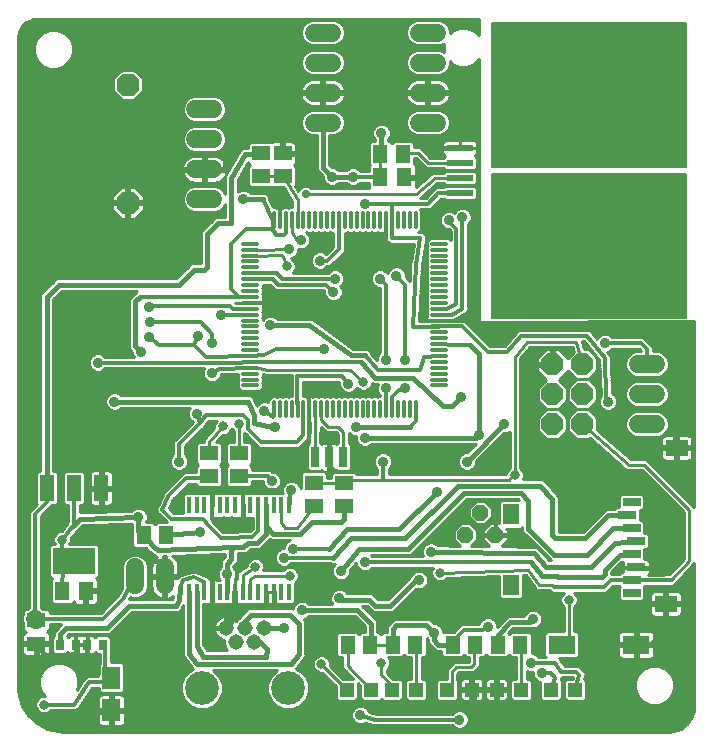
<source format=gtl>
G75*
%MOIN*%
%OFA0B0*%
%FSLAX24Y24*%
%IPPOS*%
%LPD*%
%AMOC8*
5,1,8,0,0,1.08239X$1,22.5*
%
%ADD10C,0.0050*%
%ADD11R,0.0630X0.0512*%
%ADD12R,0.0512X0.0591*%
%ADD13R,0.0512X0.0630*%
%ADD14C,0.0118*%
%ADD15R,0.0472X0.0472*%
%ADD16OC8,0.0760*%
%ADD17OC8,0.0740*%
%ADD18R,0.0137X0.0550*%
%ADD19R,0.0591X0.0512*%
%ADD20R,0.0480X0.0880*%
%ADD21R,0.1417X0.0866*%
%ADD22OC8,0.0520*%
%ADD23C,0.0600*%
%ADD24R,0.0276X0.0669*%
%ADD25C,0.3543*%
%ADD26R,0.0906X0.0630*%
%ADD27R,0.0870X0.0240*%
%ADD28R,0.0276X0.0354*%
%ADD29C,0.0515*%
%ADD30C,0.1122*%
%ADD31R,0.0748X0.0551*%
%ADD32R,0.0551X0.0709*%
%ADD33R,0.0591X0.0276*%
%ADD34R,0.0591X0.0768*%
%ADD35C,0.0100*%
%ADD36C,0.0356*%
%ADD37C,0.0160*%
%ADD38C,0.0120*%
%ADD39C,0.0320*%
%ADD40C,0.0591*%
%ADD41C,0.0277*%
%ADD42C,0.0317*%
D10*
X021275Y019386D02*
X021275Y024189D01*
X027749Y024189D01*
X027749Y019386D01*
X021275Y019386D01*
X021275Y019420D02*
X027749Y019420D01*
X027749Y019468D02*
X021275Y019468D01*
X021275Y019517D02*
X027749Y019517D01*
X027749Y019565D02*
X021275Y019565D01*
X021275Y019614D02*
X027749Y019614D01*
X027749Y019662D02*
X021275Y019662D01*
X021275Y019711D02*
X027749Y019711D01*
X027749Y019759D02*
X021275Y019759D01*
X021275Y019808D02*
X027749Y019808D01*
X027749Y019856D02*
X021275Y019856D01*
X021275Y019905D02*
X027749Y019905D01*
X027749Y019953D02*
X021275Y019953D01*
X021275Y020002D02*
X027749Y020002D01*
X027749Y020050D02*
X021275Y020050D01*
X021275Y020099D02*
X027749Y020099D01*
X027749Y020147D02*
X021275Y020147D01*
X021275Y020196D02*
X027749Y020196D01*
X027749Y020244D02*
X021275Y020244D01*
X021275Y020293D02*
X027749Y020293D01*
X027749Y020341D02*
X021275Y020341D01*
X021275Y020390D02*
X027749Y020390D01*
X027749Y020438D02*
X021275Y020438D01*
X021275Y020487D02*
X027749Y020487D01*
X027749Y020535D02*
X021275Y020535D01*
X021275Y020584D02*
X027749Y020584D01*
X027749Y020632D02*
X021275Y020632D01*
X021275Y020681D02*
X027749Y020681D01*
X027749Y020729D02*
X021275Y020729D01*
X021275Y020778D02*
X027749Y020778D01*
X027749Y020826D02*
X021275Y020826D01*
X021275Y020875D02*
X027749Y020875D01*
X027749Y020923D02*
X021275Y020923D01*
X021275Y020972D02*
X027749Y020972D01*
X027749Y021020D02*
X021275Y021020D01*
X021275Y021069D02*
X027749Y021069D01*
X027749Y021117D02*
X021275Y021117D01*
X021275Y021166D02*
X027749Y021166D01*
X027749Y021214D02*
X021275Y021214D01*
X021275Y021263D02*
X027749Y021263D01*
X027749Y021311D02*
X021275Y021311D01*
X021275Y021360D02*
X027749Y021360D01*
X027749Y021408D02*
X021275Y021408D01*
X021275Y021457D02*
X027749Y021457D01*
X027749Y021505D02*
X021275Y021505D01*
X021275Y021554D02*
X027749Y021554D01*
X027749Y021602D02*
X021275Y021602D01*
X021275Y021651D02*
X027749Y021651D01*
X027749Y021699D02*
X021275Y021699D01*
X021275Y021748D02*
X027749Y021748D01*
X027749Y021796D02*
X021275Y021796D01*
X021275Y021845D02*
X027749Y021845D01*
X027749Y021893D02*
X021275Y021893D01*
X021275Y021942D02*
X027749Y021942D01*
X027749Y021990D02*
X021275Y021990D01*
X021275Y022039D02*
X027749Y022039D01*
X027749Y022087D02*
X021275Y022087D01*
X021275Y022136D02*
X027749Y022136D01*
X027749Y022184D02*
X021275Y022184D01*
X021275Y022233D02*
X027749Y022233D01*
X027749Y022281D02*
X021275Y022281D01*
X021275Y022330D02*
X027749Y022330D01*
X027749Y022378D02*
X021275Y022378D01*
X021275Y022427D02*
X027749Y022427D01*
X027749Y022475D02*
X021275Y022475D01*
X021275Y022524D02*
X027749Y022524D01*
X027749Y022572D02*
X021275Y022572D01*
X021275Y022621D02*
X027749Y022621D01*
X027749Y022669D02*
X021275Y022669D01*
X021275Y022718D02*
X027749Y022718D01*
X027749Y022766D02*
X021275Y022766D01*
X021275Y022815D02*
X027749Y022815D01*
X027749Y022863D02*
X021275Y022863D01*
X021275Y022912D02*
X027749Y022912D01*
X027749Y022960D02*
X021275Y022960D01*
X021275Y023009D02*
X027749Y023009D01*
X027749Y023057D02*
X021275Y023057D01*
X021275Y023106D02*
X027749Y023106D01*
X027749Y023154D02*
X021275Y023154D01*
X021275Y023203D02*
X027749Y023203D01*
X027749Y023251D02*
X021275Y023251D01*
X021275Y023300D02*
X027749Y023300D01*
X027749Y023348D02*
X021275Y023348D01*
X021275Y023397D02*
X027749Y023397D01*
X027749Y023445D02*
X021275Y023445D01*
X021275Y023494D02*
X027749Y023494D01*
X027749Y023542D02*
X021275Y023542D01*
X021275Y023591D02*
X027749Y023591D01*
X027749Y023639D02*
X021275Y023639D01*
X021275Y023688D02*
X027749Y023688D01*
X027749Y023736D02*
X021275Y023736D01*
X021275Y023785D02*
X027749Y023785D01*
X027749Y023833D02*
X021275Y023833D01*
X021275Y023882D02*
X027749Y023882D01*
X027749Y023930D02*
X021275Y023930D01*
X021275Y023979D02*
X027749Y023979D01*
X027749Y024027D02*
X021275Y024027D01*
X021275Y024076D02*
X027749Y024076D01*
X027749Y024124D02*
X021275Y024124D01*
X021275Y024173D02*
X027749Y024173D01*
X027749Y024425D02*
X021275Y024425D01*
X021275Y029228D01*
X027749Y029228D01*
X027749Y024425D01*
X027749Y024464D02*
X021275Y024464D01*
X021275Y024512D02*
X027749Y024512D01*
X027749Y024561D02*
X021275Y024561D01*
X021275Y024609D02*
X027749Y024609D01*
X027749Y024658D02*
X021275Y024658D01*
X021275Y024706D02*
X027749Y024706D01*
X027749Y024755D02*
X021275Y024755D01*
X021275Y024803D02*
X027749Y024803D01*
X027749Y024852D02*
X021275Y024852D01*
X021275Y024900D02*
X027749Y024900D01*
X027749Y024949D02*
X021275Y024949D01*
X021275Y024997D02*
X027749Y024997D01*
X027749Y025046D02*
X021275Y025046D01*
X021275Y025094D02*
X027749Y025094D01*
X027749Y025143D02*
X021275Y025143D01*
X021275Y025191D02*
X027749Y025191D01*
X027749Y025240D02*
X021275Y025240D01*
X021275Y025288D02*
X027749Y025288D01*
X027749Y025337D02*
X021275Y025337D01*
X021275Y025385D02*
X027749Y025385D01*
X027749Y025434D02*
X021275Y025434D01*
X021275Y025482D02*
X027749Y025482D01*
X027749Y025531D02*
X021275Y025531D01*
X021275Y025579D02*
X027749Y025579D01*
X027749Y025628D02*
X021275Y025628D01*
X021275Y025676D02*
X027749Y025676D01*
X027749Y025725D02*
X021275Y025725D01*
X021275Y025773D02*
X027749Y025773D01*
X027749Y025822D02*
X021275Y025822D01*
X021275Y025870D02*
X027749Y025870D01*
X027749Y025919D02*
X021275Y025919D01*
X021275Y025967D02*
X027749Y025967D01*
X027749Y026016D02*
X021275Y026016D01*
X021275Y026064D02*
X027749Y026064D01*
X027749Y026113D02*
X021275Y026113D01*
X021275Y026161D02*
X027749Y026161D01*
X027749Y026210D02*
X021275Y026210D01*
X021275Y026258D02*
X027749Y026258D01*
X027749Y026307D02*
X021275Y026307D01*
X021275Y026355D02*
X027749Y026355D01*
X027749Y026404D02*
X021275Y026404D01*
X021275Y026452D02*
X027749Y026452D01*
X027749Y026501D02*
X021275Y026501D01*
X021275Y026549D02*
X027749Y026549D01*
X027749Y026598D02*
X021275Y026598D01*
X021275Y026646D02*
X027749Y026646D01*
X027749Y026695D02*
X021275Y026695D01*
X021275Y026743D02*
X027749Y026743D01*
X027749Y026792D02*
X021275Y026792D01*
X021275Y026840D02*
X027749Y026840D01*
X027749Y026889D02*
X021275Y026889D01*
X021275Y026937D02*
X027749Y026937D01*
X027749Y026986D02*
X021275Y026986D01*
X021275Y027034D02*
X027749Y027034D01*
X027749Y027083D02*
X021275Y027083D01*
X021275Y027131D02*
X027749Y027131D01*
X027749Y027180D02*
X021275Y027180D01*
X021275Y027228D02*
X027749Y027228D01*
X027749Y027277D02*
X021275Y027277D01*
X021275Y027325D02*
X027749Y027325D01*
X027749Y027374D02*
X021275Y027374D01*
X021275Y027422D02*
X027749Y027422D01*
X027749Y027471D02*
X021275Y027471D01*
X021275Y027519D02*
X027749Y027519D01*
X027749Y027568D02*
X021275Y027568D01*
X021275Y027616D02*
X027749Y027616D01*
X027749Y027665D02*
X021275Y027665D01*
X021275Y027713D02*
X027749Y027713D01*
X027749Y027762D02*
X021275Y027762D01*
X021275Y027810D02*
X027749Y027810D01*
X027749Y027859D02*
X021275Y027859D01*
X021275Y027907D02*
X027749Y027907D01*
X027749Y027956D02*
X021275Y027956D01*
X021275Y028004D02*
X027749Y028004D01*
X027749Y028053D02*
X021275Y028053D01*
X021275Y028101D02*
X027749Y028101D01*
X027749Y028150D02*
X021275Y028150D01*
X021275Y028198D02*
X027749Y028198D01*
X027749Y028247D02*
X021275Y028247D01*
X021275Y028295D02*
X027749Y028295D01*
X027749Y028344D02*
X021275Y028344D01*
X021275Y028392D02*
X027749Y028392D01*
X027749Y028441D02*
X021275Y028441D01*
X021275Y028489D02*
X027749Y028489D01*
X027749Y028538D02*
X021275Y028538D01*
X021275Y028586D02*
X027749Y028586D01*
X027749Y028635D02*
X021275Y028635D01*
X021275Y028683D02*
X027749Y028683D01*
X027749Y028732D02*
X021275Y028732D01*
X021275Y028780D02*
X027749Y028780D01*
X027749Y028829D02*
X021275Y028829D01*
X021275Y028877D02*
X027749Y028877D01*
X027749Y028926D02*
X021275Y028926D01*
X021275Y028974D02*
X027749Y028974D01*
X027749Y029023D02*
X021275Y029023D01*
X021275Y029071D02*
X027749Y029071D01*
X027749Y029120D02*
X021275Y029120D01*
X021275Y029168D02*
X027749Y029168D01*
X027749Y029217D02*
X021275Y029217D01*
D11*
X015333Y013894D03*
X015333Y013106D03*
X006081Y009315D03*
X006081Y008528D03*
D12*
X009659Y012150D03*
X010407Y012150D03*
X016459Y008500D03*
X017207Y008500D03*
X017959Y008500D03*
X018707Y008500D03*
X019959Y008500D03*
X020707Y008500D03*
X021459Y008500D03*
X022207Y008500D03*
X018294Y024870D03*
X017546Y024870D03*
D13*
X017550Y024083D03*
X018337Y024083D03*
X007723Y010287D03*
X006936Y010287D03*
D14*
X013999Y016114D02*
X013999Y016586D01*
X014196Y016586D02*
X014196Y016114D01*
X014392Y016114D02*
X014392Y016586D01*
X014589Y016586D02*
X014589Y016114D01*
X014786Y016114D02*
X014786Y016586D01*
X014983Y016586D02*
X014983Y016114D01*
X015180Y016114D02*
X015180Y016586D01*
X015377Y016586D02*
X015377Y016114D01*
X015573Y016114D02*
X015573Y016586D01*
X015770Y016586D02*
X015770Y016114D01*
X015967Y016114D02*
X015967Y016586D01*
X016164Y016586D02*
X016164Y016114D01*
X016361Y016114D02*
X016361Y016586D01*
X016558Y016586D02*
X016558Y016114D01*
X016755Y016114D02*
X016755Y016586D01*
X016951Y016586D02*
X016951Y016114D01*
X017148Y016114D02*
X017148Y016586D01*
X017345Y016586D02*
X017345Y016114D01*
X017542Y016114D02*
X017542Y016586D01*
X017739Y016586D02*
X017739Y016114D01*
X017936Y016114D02*
X017936Y016586D01*
X018133Y016586D02*
X018133Y016114D01*
X018329Y016114D02*
X018329Y016586D01*
X018526Y016586D02*
X018526Y016114D01*
X018723Y016114D02*
X018723Y016586D01*
X019274Y017138D02*
X019746Y017138D01*
X019746Y017335D02*
X019274Y017335D01*
X019274Y017531D02*
X019746Y017531D01*
X019746Y017728D02*
X019274Y017728D01*
X019274Y017925D02*
X019746Y017925D01*
X019746Y018122D02*
X019274Y018122D01*
X019274Y018319D02*
X019746Y018319D01*
X019746Y018516D02*
X019274Y018516D01*
X019274Y018713D02*
X019746Y018713D01*
X019746Y018909D02*
X019274Y018909D01*
X019274Y019106D02*
X019746Y019106D01*
X019746Y019303D02*
X019274Y019303D01*
X019274Y019500D02*
X019746Y019500D01*
X019746Y019697D02*
X019274Y019697D01*
X019274Y019894D02*
X019746Y019894D01*
X019746Y020091D02*
X019274Y020091D01*
X019274Y020287D02*
X019746Y020287D01*
X019746Y020484D02*
X019274Y020484D01*
X019274Y020681D02*
X019746Y020681D01*
X019746Y020878D02*
X019274Y020878D01*
X019274Y021075D02*
X019746Y021075D01*
X019746Y021272D02*
X019274Y021272D01*
X019274Y021469D02*
X019746Y021469D01*
X019746Y021665D02*
X019274Y021665D01*
X019274Y021862D02*
X019746Y021862D01*
X018723Y022414D02*
X018723Y022886D01*
X018526Y022886D02*
X018526Y022414D01*
X018329Y022414D02*
X018329Y022886D01*
X018133Y022886D02*
X018133Y022414D01*
X017936Y022414D02*
X017936Y022886D01*
X017739Y022886D02*
X017739Y022414D01*
X017542Y022414D02*
X017542Y022886D01*
X017345Y022886D02*
X017345Y022414D01*
X017148Y022414D02*
X017148Y022886D01*
X016951Y022886D02*
X016951Y022414D01*
X016755Y022414D02*
X016755Y022886D01*
X016558Y022886D02*
X016558Y022414D01*
X016361Y022414D02*
X016361Y022886D01*
X016164Y022886D02*
X016164Y022414D01*
X015967Y022414D02*
X015967Y022886D01*
X015770Y022886D02*
X015770Y022414D01*
X015573Y022414D02*
X015573Y022886D01*
X015377Y022886D02*
X015377Y022414D01*
X015180Y022414D02*
X015180Y022886D01*
X014983Y022886D02*
X014983Y022414D01*
X014786Y022414D02*
X014786Y022886D01*
X014589Y022886D02*
X014589Y022414D01*
X014392Y022414D02*
X014392Y022886D01*
X014196Y022886D02*
X014196Y022414D01*
X013999Y022414D02*
X013999Y022886D01*
X013447Y021862D02*
X012975Y021862D01*
X012975Y021665D02*
X013447Y021665D01*
X013447Y021469D02*
X012975Y021469D01*
X012975Y021272D02*
X013447Y021272D01*
X013447Y021075D02*
X012975Y021075D01*
X012975Y020878D02*
X013447Y020878D01*
X013447Y020681D02*
X012975Y020681D01*
X012975Y020484D02*
X013447Y020484D01*
X013447Y020287D02*
X012975Y020287D01*
X012975Y020091D02*
X013447Y020091D01*
X013447Y019894D02*
X012975Y019894D01*
X012975Y019697D02*
X013447Y019697D01*
X013447Y019500D02*
X012975Y019500D01*
X012975Y019303D02*
X013447Y019303D01*
X013447Y019106D02*
X012975Y019106D01*
X012975Y018909D02*
X013447Y018909D01*
X013447Y018713D02*
X012975Y018713D01*
X012975Y018516D02*
X013447Y018516D01*
X013447Y018319D02*
X012975Y018319D01*
X012975Y018122D02*
X013447Y018122D01*
X013447Y017925D02*
X012975Y017925D01*
X012975Y017728D02*
X013447Y017728D01*
X013447Y017531D02*
X012975Y017531D01*
X012975Y017335D02*
X013447Y017335D01*
X013447Y017138D02*
X012975Y017138D01*
D15*
X016420Y007000D03*
X017247Y007000D03*
X017920Y007000D03*
X018747Y007000D03*
X019770Y007000D03*
X020597Y007000D03*
X021420Y007000D03*
X022247Y007000D03*
X023220Y007000D03*
X024047Y007000D03*
D16*
X009133Y023223D03*
X009133Y027160D03*
D17*
X023283Y017850D03*
X024283Y017850D03*
X024283Y016850D03*
X023283Y016850D03*
X023283Y015850D03*
X024283Y015850D03*
D18*
X014497Y013139D03*
X014241Y013139D03*
X013985Y013139D03*
X013729Y013139D03*
X013473Y013139D03*
X013217Y013139D03*
X012961Y013139D03*
X012705Y013139D03*
X012449Y013139D03*
X012194Y013139D03*
X011938Y013139D03*
X011682Y013139D03*
X011426Y013139D03*
X011170Y013139D03*
X011170Y010261D03*
X011426Y010261D03*
X011682Y010261D03*
X011938Y010261D03*
X012194Y010261D03*
X012449Y010261D03*
X012705Y010261D03*
X012961Y010261D03*
X013217Y010261D03*
X013473Y010261D03*
X013729Y010261D03*
X013985Y010261D03*
X014241Y010261D03*
X014497Y010261D03*
D19*
X016333Y013126D03*
X016333Y013874D03*
X012833Y014126D03*
X011833Y014126D03*
X011833Y014874D03*
X012833Y014874D03*
X013552Y024126D03*
X014295Y024126D03*
X014295Y024874D03*
X013552Y024874D03*
D20*
X008243Y013720D03*
X007333Y013720D03*
X006423Y013720D03*
D21*
X007333Y011280D03*
D22*
X020383Y012150D03*
X020883Y012900D03*
X021383Y012150D03*
D23*
X026133Y015850D02*
X026733Y015850D01*
X026733Y016850D02*
X026133Y016850D01*
X026133Y017850D02*
X026733Y017850D01*
X019433Y025900D02*
X018833Y025900D01*
X018833Y026900D02*
X019433Y026900D01*
X019433Y027900D02*
X018833Y027900D01*
X018833Y028900D02*
X019433Y028900D01*
X015933Y028900D02*
X015333Y028900D01*
X015333Y027900D02*
X015933Y027900D01*
X015933Y026900D02*
X015333Y026900D01*
X015333Y025900D02*
X015933Y025900D01*
X011983Y026350D02*
X011383Y026350D01*
X011383Y025350D02*
X011983Y025350D01*
X011983Y024350D02*
X011383Y024350D01*
X011383Y023350D02*
X011983Y023350D01*
X010367Y011071D02*
X010367Y010471D01*
X009367Y010471D02*
X009367Y011071D01*
D24*
X015361Y014750D03*
X015833Y014750D03*
X016306Y014750D03*
D25*
X024231Y021354D03*
X024231Y027260D03*
D26*
X023593Y008500D03*
X026073Y008500D03*
D27*
X022257Y023553D03*
X022257Y024053D03*
X022257Y024553D03*
X022257Y025053D03*
X020197Y025053D03*
X020197Y024553D03*
X020197Y024053D03*
X020197Y023553D03*
D28*
X008289Y008500D03*
X007777Y008500D03*
X007389Y008500D03*
X006877Y008500D03*
D29*
X012403Y009058D03*
X012718Y008585D03*
X013033Y009058D03*
X013348Y008585D03*
X013663Y009058D03*
D30*
X014470Y007050D03*
X011596Y007050D03*
D31*
X027064Y009857D03*
X027418Y015054D03*
D32*
X021907Y012850D03*
X021907Y010487D03*
D33*
X025922Y010645D03*
X025922Y010212D03*
X026080Y011078D03*
X025922Y011511D03*
X026080Y011944D03*
X025922Y012377D03*
X025765Y012810D03*
X025922Y013243D03*
D34*
X008583Y007391D03*
X008583Y006309D03*
D35*
X008212Y005796D02*
X006241Y005796D01*
X006093Y005875D02*
X005814Y006137D01*
X005612Y006463D01*
X005502Y006829D01*
X005483Y007019D01*
X005483Y028792D01*
X005494Y028900D01*
X005577Y029100D01*
X005730Y029253D01*
X005930Y029335D01*
X006038Y029346D01*
X020823Y029346D01*
X020823Y028825D01*
X020680Y028968D01*
X020441Y029067D01*
X020183Y029067D01*
X019944Y028968D01*
X019862Y028886D01*
X019862Y028985D01*
X019797Y029143D01*
X019676Y029263D01*
X019519Y029329D01*
X018748Y029329D01*
X018590Y029263D01*
X018470Y029143D01*
X018405Y028985D01*
X018405Y028815D01*
X018470Y028657D01*
X018590Y028537D01*
X018748Y028471D01*
X019519Y028471D01*
X019662Y028531D01*
X019662Y028288D01*
X019671Y028266D01*
X019519Y028329D01*
X018748Y028329D01*
X018590Y028263D01*
X018470Y028143D01*
X018405Y027985D01*
X018405Y027815D01*
X018470Y027657D01*
X018590Y027537D01*
X018748Y027471D01*
X019519Y027471D01*
X019676Y027537D01*
X019797Y027657D01*
X019862Y027815D01*
X019862Y027948D01*
X019944Y027866D01*
X020183Y027767D01*
X020441Y027767D01*
X020680Y027866D01*
X020823Y028009D01*
X020823Y019250D01*
X028003Y019298D01*
X028003Y013083D01*
X027907Y013179D01*
X026407Y014679D01*
X025900Y014679D01*
X024782Y015653D01*
X024782Y016057D01*
X024490Y016349D01*
X024077Y016349D01*
X023785Y016057D01*
X023785Y015643D01*
X024077Y015351D01*
X024490Y015351D01*
X024534Y015395D01*
X025711Y014369D01*
X025759Y014321D01*
X025766Y014321D01*
X025772Y014317D01*
X025839Y014321D01*
X026259Y014321D01*
X027655Y012926D01*
X027655Y011370D01*
X027163Y010838D01*
X026832Y010834D01*
X026481Y010834D01*
X026495Y010848D01*
X026515Y010882D01*
X026525Y010920D01*
X026525Y011059D01*
X026099Y011059D01*
X026099Y011097D01*
X026525Y011097D01*
X026525Y011235D01*
X026515Y011274D01*
X026495Y011308D01*
X026467Y011336D01*
X026433Y011356D01*
X026395Y011366D01*
X026346Y011366D01*
X026346Y011678D01*
X026428Y011678D01*
X026504Y011753D01*
X026504Y012135D01*
X026428Y012211D01*
X026346Y012211D01*
X026346Y012568D01*
X026271Y012644D01*
X026189Y012644D01*
X026189Y012977D01*
X026271Y012977D01*
X026346Y013052D01*
X026346Y013434D01*
X026271Y013510D01*
X025574Y013510D01*
X025498Y013434D01*
X025498Y013077D01*
X025416Y013077D01*
X025358Y013019D01*
X025057Y013019D01*
X024297Y012259D01*
X023492Y012259D01*
X023492Y013344D01*
X023497Y013424D01*
X023492Y013429D01*
X023492Y013436D01*
X023435Y013493D01*
X023092Y013879D01*
X023092Y013886D01*
X023035Y013943D01*
X022982Y014003D01*
X022975Y014004D01*
X022970Y014009D01*
X022889Y014009D01*
X022809Y014013D01*
X022804Y014009D01*
X022287Y014009D01*
X022322Y014093D01*
X022322Y014207D01*
X022278Y014314D01*
X022212Y014380D01*
X022212Y018037D01*
X022519Y018421D01*
X023946Y018421D01*
X023989Y018261D01*
X023798Y018070D01*
X023499Y018370D01*
X023333Y018370D01*
X023333Y017900D01*
X023233Y017900D01*
X023233Y017800D01*
X022763Y017800D01*
X022763Y017635D01*
X023063Y017335D01*
X022785Y017057D01*
X022785Y016643D01*
X023077Y016351D01*
X023490Y016351D01*
X023782Y016643D01*
X023782Y017057D01*
X023504Y017335D01*
X023798Y017630D01*
X024077Y017351D01*
X024490Y017351D01*
X024782Y017643D01*
X024782Y018057D01*
X024490Y018349D01*
X024335Y018349D01*
X024265Y018611D01*
X024343Y018611D01*
X024847Y017981D01*
X024893Y016793D01*
X024873Y016774D01*
X024826Y016661D01*
X024826Y016539D01*
X024873Y016426D01*
X024960Y016340D01*
X025072Y016293D01*
X025194Y016293D01*
X025307Y016340D01*
X025393Y016426D01*
X025440Y016539D01*
X025440Y016661D01*
X025393Y016774D01*
X025307Y016860D01*
X025267Y016877D01*
X025222Y018043D01*
X025230Y018107D01*
X025220Y018119D01*
X025219Y018135D01*
X025172Y018179D01*
X025114Y018251D01*
X025207Y018290D01*
X025279Y018361D01*
X026155Y018361D01*
X026238Y018279D01*
X026048Y018279D01*
X025890Y018213D01*
X025770Y018093D01*
X025705Y017935D01*
X025705Y017765D01*
X025770Y017607D01*
X025890Y017487D01*
X026048Y017421D01*
X026819Y017421D01*
X026976Y017487D01*
X027097Y017607D01*
X027162Y017765D01*
X027162Y017935D01*
X027097Y018093D01*
X026976Y018213D01*
X026819Y018279D01*
X026622Y018279D01*
X026622Y018428D01*
X026512Y018539D01*
X026312Y018739D01*
X025279Y018739D01*
X025207Y018810D01*
X025094Y018857D01*
X024972Y018857D01*
X024860Y018810D01*
X024773Y018724D01*
X024761Y018693D01*
X024622Y018866D01*
X024622Y018878D01*
X024574Y018926D01*
X024532Y018979D01*
X024520Y018980D01*
X024512Y018989D01*
X024444Y018989D01*
X024376Y018996D01*
X024367Y018989D01*
X022301Y018989D01*
X022292Y018996D01*
X022224Y018989D01*
X022155Y018989D01*
X022148Y018981D01*
X022137Y018980D01*
X022093Y018927D01*
X022045Y018878D01*
X022045Y018867D01*
X021694Y018439D01*
X021212Y018439D01*
X020355Y019295D01*
X019956Y019295D01*
X019956Y019298D01*
X019959Y019297D01*
X019983Y019311D01*
X020012Y019311D01*
X020049Y019349D01*
X020333Y019511D01*
X020362Y019511D01*
X020399Y019549D01*
X020445Y019575D01*
X020452Y019602D01*
X020472Y019622D01*
X020472Y019675D01*
X020486Y019726D01*
X020472Y019750D01*
X020472Y022505D01*
X020543Y022576D01*
X020590Y022689D01*
X020590Y022811D01*
X020543Y022924D01*
X020457Y023010D01*
X020344Y023057D01*
X020222Y023057D01*
X020110Y023010D01*
X020023Y022924D01*
X020014Y022903D01*
X020007Y022910D01*
X019894Y022957D01*
X019772Y022957D01*
X019660Y022910D01*
X019573Y022824D01*
X019526Y022711D01*
X019526Y022589D01*
X019573Y022476D01*
X019660Y022390D01*
X019772Y022343D01*
X019823Y022343D01*
X019895Y022272D01*
X019895Y021980D01*
X019825Y022050D01*
X019196Y022050D01*
X019086Y021940D01*
X019086Y021784D01*
X019107Y021764D01*
X019086Y021743D01*
X019086Y021588D01*
X019107Y021567D01*
X019086Y021546D01*
X019086Y021391D01*
X019107Y021370D01*
X019086Y021349D01*
X019086Y021194D01*
X019107Y021173D01*
X019086Y021153D01*
X019086Y020997D01*
X019107Y020976D01*
X019086Y020956D01*
X019086Y020800D01*
X019107Y020780D01*
X019086Y020759D01*
X019086Y020603D01*
X019107Y020583D01*
X019086Y020562D01*
X019086Y020406D01*
X019107Y020386D01*
X019086Y020365D01*
X019086Y020210D01*
X019107Y020189D01*
X019086Y020168D01*
X019086Y020013D01*
X019107Y019992D01*
X019086Y019971D01*
X019086Y019816D01*
X019107Y019795D01*
X019086Y019775D01*
X019086Y019619D01*
X019107Y019598D01*
X019086Y019578D01*
X019086Y019422D01*
X019096Y019413D01*
X019079Y019384D01*
X019065Y019331D01*
X019065Y019303D01*
X019065Y019289D01*
X018832Y019289D01*
X018921Y021130D01*
X019060Y021960D01*
X019072Y021972D01*
X019072Y022035D01*
X019082Y022096D01*
X019072Y022111D01*
X019072Y022129D01*
X019028Y022173D01*
X018991Y022223D01*
X018974Y022226D01*
X018961Y022239D01*
X018899Y022239D01*
X018837Y022249D01*
X018823Y022239D01*
X018814Y022239D01*
X018911Y022336D01*
X018911Y022964D01*
X018863Y023011D01*
X019212Y023011D01*
X019322Y023122D01*
X019562Y023361D01*
X019652Y023361D01*
X019709Y023304D01*
X020685Y023304D01*
X020761Y023380D01*
X020761Y023726D01*
X020685Y023802D01*
X019709Y023802D01*
X019646Y023739D01*
X019405Y023739D01*
X019055Y023389D01*
X018859Y023389D01*
X018869Y023398D01*
X019436Y023874D01*
X019639Y023874D01*
X019709Y023804D01*
X020685Y023804D01*
X020761Y023880D01*
X020761Y024226D01*
X020685Y024302D01*
X019709Y024302D01*
X019639Y024232D01*
X019379Y024232D01*
X019313Y024238D01*
X019306Y024232D01*
X019297Y024232D01*
X019250Y024185D01*
X018743Y023760D01*
X018743Y024033D01*
X018387Y024033D01*
X018387Y024133D01*
X018743Y024133D01*
X018743Y024417D01*
X018733Y024456D01*
X018713Y024490D01*
X018685Y024518D01*
X018679Y024522D01*
X018679Y024719D01*
X018724Y024719D01*
X018964Y024479D01*
X019068Y024374D01*
X019639Y024374D01*
X019709Y024304D01*
X020685Y024304D01*
X020761Y024380D01*
X020761Y024726D01*
X020692Y024795D01*
X020724Y024813D01*
X020752Y024841D01*
X020772Y024875D01*
X020782Y024913D01*
X020782Y025043D01*
X020207Y025043D01*
X020207Y025063D01*
X020782Y025063D01*
X020782Y025193D01*
X020772Y025231D01*
X020752Y025265D01*
X020724Y025293D01*
X020690Y025313D01*
X020652Y025323D01*
X020207Y025323D01*
X020207Y025063D01*
X020187Y025063D01*
X020187Y025043D01*
X019612Y025043D01*
X019612Y024913D01*
X019622Y024875D01*
X019642Y024841D01*
X019670Y024813D01*
X019702Y024795D01*
X019639Y024732D01*
X019216Y024732D01*
X018977Y024972D01*
X018872Y025076D01*
X018679Y025076D01*
X018679Y025219D01*
X018603Y025294D01*
X017985Y025294D01*
X017920Y025229D01*
X017855Y025294D01*
X017792Y025294D01*
X017792Y025325D01*
X017843Y025376D01*
X017890Y025489D01*
X017890Y025611D01*
X017843Y025724D01*
X017757Y025810D01*
X017644Y025857D01*
X017522Y025857D01*
X017410Y025810D01*
X017323Y025724D01*
X017276Y025611D01*
X017276Y025489D01*
X017323Y025376D01*
X017375Y025325D01*
X017375Y025294D01*
X017237Y025294D01*
X017161Y025219D01*
X017161Y024521D01*
X017199Y024484D01*
X017165Y024451D01*
X017165Y024271D01*
X016894Y024271D01*
X016893Y024274D01*
X016807Y024360D01*
X016694Y024407D01*
X016572Y024407D01*
X016460Y024360D01*
X016408Y024309D01*
X016159Y024309D01*
X016107Y024360D01*
X015994Y024407D01*
X015922Y024407D01*
X015842Y024486D01*
X015842Y025471D01*
X016019Y025471D01*
X016176Y025537D01*
X016297Y025657D01*
X016362Y025815D01*
X016362Y025985D01*
X016297Y026143D01*
X016176Y026263D01*
X016019Y026329D01*
X015248Y026329D01*
X015090Y026263D01*
X014970Y026143D01*
X014905Y025985D01*
X014905Y025815D01*
X014970Y025657D01*
X015090Y025537D01*
X015248Y025471D01*
X015425Y025471D01*
X015425Y024314D01*
X014719Y024314D01*
X014719Y024412D02*
X015425Y024412D01*
X015425Y024314D02*
X015626Y024112D01*
X015626Y024039D01*
X015673Y023926D01*
X015760Y023840D01*
X015872Y023793D01*
X015994Y023793D01*
X016107Y023840D01*
X016159Y023891D01*
X016408Y023891D01*
X016460Y023840D01*
X016572Y023793D01*
X016694Y023793D01*
X016807Y023840D01*
X016861Y023894D01*
X017165Y023894D01*
X017165Y023714D01*
X017171Y023709D01*
X015250Y023709D01*
X015202Y023757D01*
X015104Y023798D01*
X014997Y023798D01*
X014899Y023757D01*
X014824Y023682D01*
X014804Y023633D01*
X014702Y023800D01*
X014719Y023817D01*
X014719Y024435D01*
X014665Y024488D01*
X014682Y024498D01*
X014710Y024526D01*
X014730Y024560D01*
X014740Y024598D01*
X014740Y024824D01*
X014345Y024824D01*
X014345Y024924D01*
X014740Y024924D01*
X014740Y025150D01*
X014730Y025188D01*
X014710Y025222D01*
X014682Y025250D01*
X014648Y025270D01*
X014610Y025280D01*
X014345Y025280D01*
X014345Y024924D01*
X014245Y024924D01*
X014245Y025280D01*
X013980Y025280D01*
X013942Y025270D01*
X013909Y025251D01*
X013901Y025259D01*
X013204Y025259D01*
X013128Y025183D01*
X013128Y025059D01*
X013088Y025059D01*
X013060Y025074D01*
X013005Y025059D01*
X012947Y025059D01*
X012924Y025036D01*
X012894Y025028D01*
X012865Y024977D01*
X012825Y024936D01*
X012825Y024905D01*
X012415Y024177D01*
X012385Y024147D01*
X012400Y024177D01*
X012422Y024245D01*
X012431Y024300D01*
X011733Y024300D01*
X011733Y023900D01*
X012019Y023900D01*
X012089Y023911D01*
X012156Y023933D01*
X012219Y023965D01*
X012276Y024007D01*
X012327Y024057D01*
X012368Y024114D01*
X012375Y024127D01*
X012375Y024105D01*
X012359Y024077D01*
X012375Y024021D01*
X012375Y023526D01*
X012347Y023593D01*
X012226Y023713D01*
X012069Y023779D01*
X011298Y023779D01*
X011140Y023713D01*
X011020Y023593D01*
X010955Y023435D01*
X010955Y023265D01*
X011020Y023107D01*
X011140Y022987D01*
X011298Y022921D01*
X012069Y022921D01*
X012226Y022987D01*
X012347Y023107D01*
X012375Y023174D01*
X012375Y022759D01*
X012047Y022759D01*
X011925Y022636D01*
X011575Y022286D01*
X011575Y021209D01*
X011247Y021209D01*
X011125Y021086D01*
X010747Y020709D01*
X006747Y020709D01*
X006625Y020586D01*
X006215Y020176D01*
X006215Y014289D01*
X006130Y014289D01*
X006055Y014213D01*
X006055Y013227D01*
X006099Y013182D01*
X005845Y012928D01*
X005845Y009743D01*
X005793Y009722D01*
X005771Y009700D01*
X005712Y009700D01*
X005637Y009624D01*
X005637Y009513D01*
X005609Y009447D01*
X005609Y009278D01*
X005637Y009211D01*
X005637Y009006D01*
X005712Y008930D01*
X005734Y008930D01*
X005708Y008923D01*
X005674Y008903D01*
X005646Y008876D01*
X005626Y008841D01*
X005616Y008803D01*
X005616Y008578D01*
X006031Y008578D01*
X006031Y008478D01*
X006131Y008478D01*
X006131Y008578D01*
X006546Y008578D01*
X006546Y008803D01*
X006535Y008841D01*
X006516Y008876D01*
X006488Y008903D01*
X006453Y008923D01*
X006427Y008930D01*
X006449Y008930D01*
X006524Y009006D01*
X006524Y009173D01*
X006912Y009173D01*
X006797Y009059D01*
X006675Y008936D01*
X006675Y008794D01*
X006611Y008730D01*
X006611Y008270D01*
X006686Y008194D01*
X007069Y008194D01*
X007122Y008247D01*
X007131Y008231D01*
X007159Y008203D01*
X007194Y008183D01*
X007232Y008173D01*
X007370Y008173D01*
X007370Y008481D01*
X007408Y008481D01*
X007408Y008173D01*
X007547Y008173D01*
X007583Y008183D01*
X007620Y008173D01*
X007759Y008173D01*
X007759Y008481D01*
X007796Y008481D01*
X007796Y008173D01*
X007935Y008173D01*
X007973Y008183D01*
X008007Y008203D01*
X008035Y008231D01*
X008045Y008247D01*
X008098Y008194D01*
X008195Y008194D01*
X008195Y007864D01*
X007050Y007864D01*
X006963Y007900D02*
X006704Y007900D01*
X006465Y007801D01*
X006282Y007618D01*
X006183Y007379D01*
X006183Y007121D01*
X006282Y006882D01*
X006377Y006787D01*
X006276Y006787D01*
X006171Y006743D01*
X006090Y006663D01*
X006046Y006557D01*
X006046Y006443D01*
X006090Y006337D01*
X006171Y006257D01*
X006276Y006213D01*
X006390Y006213D01*
X006496Y006257D01*
X006551Y006311D01*
X007276Y006311D01*
X007294Y006300D01*
X007352Y006311D01*
X007412Y006311D01*
X007426Y006326D01*
X007447Y006330D01*
X007480Y006380D01*
X007522Y006422D01*
X007522Y006443D01*
X007934Y007061D01*
X008159Y007061D01*
X008159Y006954D01*
X008235Y006879D01*
X008932Y006879D01*
X010921Y006879D01*
X010907Y006913D02*
X011012Y006659D01*
X011206Y006465D01*
X011459Y006360D01*
X011734Y006360D01*
X011987Y006465D01*
X012181Y006659D01*
X012286Y006913D01*
X012286Y007187D01*
X012181Y007441D01*
X011987Y007635D01*
X011971Y007641D01*
X014095Y007641D01*
X014080Y007635D01*
X013886Y007441D01*
X013781Y007187D01*
X013781Y006913D01*
X013886Y006659D01*
X014080Y006465D01*
X014333Y006360D01*
X014608Y006360D01*
X014861Y006465D01*
X015055Y006659D01*
X015160Y006913D01*
X015160Y007187D01*
X015055Y007441D01*
X014861Y007635D01*
X014726Y007691D01*
X014743Y007715D01*
X014792Y007764D01*
X014792Y007783D01*
X014993Y008065D01*
X015042Y008114D01*
X015042Y008133D01*
X015053Y008149D01*
X015042Y008217D01*
X015042Y009286D01*
X014985Y009343D01*
X014994Y009343D01*
X015107Y009390D01*
X015159Y009441D01*
X016697Y009441D01*
X017025Y009114D01*
X017025Y008924D01*
X016898Y008924D01*
X016833Y008859D01*
X016769Y008924D01*
X016150Y008924D01*
X016075Y008849D01*
X015042Y008849D01*
X015042Y008751D02*
X016075Y008751D01*
X016075Y008849D02*
X016075Y008151D01*
X016150Y008076D01*
X016281Y008076D01*
X016281Y007713D01*
X016385Y007609D01*
X016385Y007609D01*
X016629Y007365D01*
X016308Y007365D01*
X015872Y007801D01*
X015872Y007907D01*
X015828Y008014D01*
X015747Y008095D01*
X015641Y008139D01*
X015526Y008139D01*
X015420Y008095D01*
X015339Y008014D01*
X015295Y007907D01*
X015295Y007793D01*
X015339Y007686D01*
X015420Y007605D01*
X015526Y007561D01*
X015606Y007561D01*
X016055Y007112D01*
X016055Y006710D01*
X016130Y006635D01*
X016709Y006635D01*
X016785Y006710D01*
X016785Y007209D01*
X016882Y007112D01*
X016882Y006710D01*
X016957Y006635D01*
X017536Y006635D01*
X017583Y006682D01*
X017583Y006682D01*
X017630Y006635D01*
X018209Y006635D01*
X018285Y006710D01*
X018285Y007290D01*
X018209Y007365D01*
X017958Y007365D01*
X017762Y007561D01*
X017762Y007670D01*
X017828Y007736D01*
X017872Y007843D01*
X017872Y007957D01*
X017828Y008064D01*
X017816Y008076D01*
X018269Y008076D01*
X018333Y008141D01*
X018398Y008076D01*
X018568Y008076D01*
X018568Y007365D01*
X018457Y007365D01*
X018382Y007290D01*
X018382Y006710D01*
X018457Y006635D01*
X019036Y006635D01*
X019112Y006710D01*
X019112Y007290D01*
X019036Y007365D01*
X018925Y007365D01*
X018925Y008076D01*
X019017Y008076D01*
X019092Y008151D01*
X019092Y008707D01*
X019125Y008675D01*
X019125Y008564D01*
X019247Y008441D01*
X019397Y008291D01*
X019575Y008291D01*
X019575Y008151D01*
X019650Y008076D01*
X020269Y008076D01*
X020333Y008141D01*
X020398Y008076D01*
X020505Y008076D01*
X020505Y007929D01*
X020009Y007929D01*
X019905Y007824D01*
X019755Y007674D01*
X019755Y007365D01*
X019480Y007365D01*
X019405Y007290D01*
X019405Y006710D01*
X019480Y006635D01*
X020059Y006635D01*
X020135Y006710D01*
X020135Y007290D01*
X020112Y007312D01*
X020112Y007526D01*
X020157Y007571D01*
X020657Y007571D01*
X020757Y007671D01*
X020862Y007776D01*
X020862Y008076D01*
X021017Y008076D01*
X021083Y008143D01*
X021150Y008076D01*
X021769Y008076D01*
X021833Y008141D01*
X021898Y008076D01*
X022068Y008076D01*
X022068Y007365D01*
X021957Y007365D01*
X021882Y007290D01*
X021882Y006710D01*
X021957Y006635D01*
X022536Y006635D01*
X022612Y006710D01*
X022612Y007290D01*
X022536Y007365D01*
X022425Y007365D01*
X022425Y007633D01*
X022522Y007593D01*
X022626Y007593D01*
X022626Y007489D01*
X022673Y007376D01*
X022760Y007290D01*
X022855Y007250D01*
X022855Y006710D01*
X022930Y006635D01*
X023509Y006635D01*
X023585Y006710D01*
X023585Y007290D01*
X023562Y007312D01*
X023572Y007322D01*
X023572Y007363D01*
X023588Y007401D01*
X023585Y007407D01*
X023623Y007400D01*
X023640Y007411D01*
X023963Y007411D01*
X023951Y007365D01*
X023757Y007365D01*
X023682Y007290D01*
X023682Y006710D01*
X023757Y006635D01*
X024336Y006635D01*
X024412Y006710D01*
X024412Y007290D01*
X024341Y007360D01*
X024352Y007402D01*
X024372Y007422D01*
X024372Y007475D01*
X024386Y007526D01*
X024372Y007550D01*
X024372Y007578D01*
X024335Y007616D01*
X024308Y007661D01*
X024281Y007669D01*
X024272Y007678D01*
X024162Y007789D01*
X023684Y007789D01*
X023572Y007957D01*
X023572Y007978D01*
X023530Y008020D01*
X023506Y008056D01*
X024099Y008056D01*
X024175Y008132D01*
X024175Y008868D01*
X024099Y008944D01*
X024012Y008944D01*
X024012Y009770D01*
X024078Y009836D01*
X024122Y009943D01*
X024122Y010057D01*
X024078Y010164D01*
X024009Y010233D01*
X025083Y010233D01*
X025312Y010461D01*
X025498Y010461D01*
X025498Y010454D01*
X025524Y010428D01*
X025498Y010403D01*
X025498Y010021D01*
X025574Y009945D01*
X026271Y009945D01*
X026346Y010021D01*
X026346Y010403D01*
X026321Y010428D01*
X026346Y010454D01*
X026346Y010456D01*
X026757Y010456D01*
X026758Y010455D01*
X026834Y010456D01*
X026912Y010456D01*
X026913Y010457D01*
X027314Y010462D01*
X027423Y010574D01*
X027423Y010592D01*
X027962Y011176D01*
X028003Y011217D01*
X028003Y006416D01*
X027993Y006288D01*
X020290Y006288D01*
X020244Y006307D02*
X020122Y006307D01*
X020010Y006260D01*
X019938Y006189D01*
X017411Y006189D01*
X017169Y006261D01*
X017143Y006324D01*
X017057Y006410D01*
X016944Y006457D01*
X016822Y006457D01*
X016710Y006410D01*
X016623Y006324D01*
X016576Y006211D01*
X016576Y006089D01*
X016623Y005976D01*
X016710Y005890D01*
X016822Y005843D01*
X016944Y005843D01*
X017057Y005890D01*
X017066Y005898D01*
X017284Y005833D01*
X017305Y005811D01*
X017356Y005811D01*
X017404Y005797D01*
X017431Y005811D01*
X019938Y005811D01*
X020010Y005740D01*
X020122Y005693D01*
X020244Y005693D01*
X020357Y005740D01*
X020443Y005826D01*
X020490Y005939D01*
X020490Y006061D01*
X020443Y006174D01*
X020357Y006260D01*
X020244Y006307D01*
X020077Y006288D02*
X017158Y006288D01*
X017081Y006387D02*
X028001Y006387D01*
X028003Y006485D02*
X014881Y006485D01*
X014979Y006584D02*
X026352Y006584D01*
X026315Y006599D02*
X026554Y006500D01*
X026813Y006500D01*
X027052Y006599D01*
X027234Y006782D01*
X027333Y007021D01*
X027333Y007279D01*
X027234Y007518D01*
X027052Y007701D01*
X026813Y007800D01*
X026554Y007800D01*
X026315Y007701D01*
X026132Y007518D01*
X026033Y007279D01*
X026033Y007021D01*
X026132Y006782D01*
X026315Y006599D01*
X026232Y006682D02*
X024383Y006682D01*
X024412Y006781D02*
X026134Y006781D01*
X026092Y006879D02*
X024412Y006879D01*
X024412Y006978D02*
X026051Y006978D01*
X026033Y007076D02*
X024412Y007076D01*
X024412Y007175D02*
X026033Y007175D01*
X026033Y007273D02*
X024412Y007273D01*
X024344Y007372D02*
X026072Y007372D01*
X026112Y007470D02*
X024372Y007470D01*
X024372Y007569D02*
X026183Y007569D01*
X026281Y007667D02*
X024288Y007667D01*
X024185Y007766D02*
X026471Y007766D01*
X026546Y008035D02*
X026584Y008045D01*
X026618Y008065D01*
X026646Y008093D01*
X026666Y008127D01*
X026676Y008165D01*
X026676Y008450D01*
X026123Y008450D01*
X026123Y008035D01*
X026546Y008035D01*
X026611Y008061D02*
X028003Y008061D01*
X028003Y007963D02*
X023572Y007963D01*
X023634Y007864D02*
X028003Y007864D01*
X028003Y007766D02*
X026896Y007766D01*
X027086Y007667D02*
X028003Y007667D01*
X028003Y007569D02*
X027184Y007569D01*
X027254Y007470D02*
X028003Y007470D01*
X028003Y007372D02*
X027295Y007372D01*
X027333Y007273D02*
X028003Y007273D01*
X028003Y007175D02*
X027333Y007175D01*
X027333Y007076D02*
X028003Y007076D01*
X028003Y006978D02*
X027315Y006978D01*
X027275Y006879D02*
X028003Y006879D01*
X028003Y006781D02*
X027233Y006781D01*
X027135Y006682D02*
X028003Y006682D01*
X028003Y006584D02*
X027014Y006584D01*
X027558Y005689D02*
X027764Y005839D01*
X027914Y006046D01*
X027993Y006288D01*
X027961Y006190D02*
X020428Y006190D01*
X020478Y006091D02*
X027929Y006091D01*
X027876Y005993D02*
X020490Y005993D01*
X020472Y005894D02*
X027804Y005894D01*
X027704Y005796D02*
X020413Y005796D01*
X020254Y005697D02*
X027569Y005697D01*
X027558Y005689D02*
X027315Y005610D01*
X027187Y005600D01*
X007058Y005600D01*
X007056Y005602D01*
X006997Y005600D01*
X006992Y005600D01*
X006803Y005607D01*
X006430Y005694D01*
X006093Y005875D01*
X006073Y005894D02*
X008141Y005894D01*
X008138Y005905D02*
X008148Y005867D01*
X008168Y005833D01*
X008196Y005805D01*
X008230Y005785D01*
X008268Y005775D01*
X008533Y005775D01*
X008533Y006259D01*
X008138Y006259D01*
X008138Y005905D01*
X008138Y005993D02*
X005968Y005993D01*
X005863Y006091D02*
X008138Y006091D01*
X008138Y006190D02*
X005781Y006190D01*
X005720Y006288D02*
X006139Y006288D01*
X006070Y006387D02*
X005659Y006387D01*
X005605Y006485D02*
X006046Y006485D01*
X006057Y006584D02*
X005576Y006584D01*
X005546Y006682D02*
X006109Y006682D01*
X006260Y006781D02*
X005516Y006781D01*
X005497Y006879D02*
X006285Y006879D01*
X006243Y006978D02*
X005487Y006978D01*
X005483Y007076D02*
X006202Y007076D01*
X006183Y007175D02*
X005483Y007175D01*
X005483Y007273D02*
X006183Y007273D01*
X006183Y007372D02*
X005483Y007372D01*
X005483Y007470D02*
X006221Y007470D01*
X006262Y007569D02*
X005483Y007569D01*
X005483Y007667D02*
X006331Y007667D01*
X006430Y007766D02*
X005483Y007766D01*
X005483Y007864D02*
X006617Y007864D01*
X006453Y008132D02*
X006488Y008152D01*
X006516Y008180D01*
X006535Y008214D01*
X006546Y008252D01*
X006546Y008478D01*
X006131Y008478D01*
X006131Y008122D01*
X006415Y008122D01*
X006453Y008132D01*
X006496Y008160D02*
X008195Y008160D01*
X008195Y008061D02*
X005483Y008061D01*
X005483Y007963D02*
X008195Y007963D01*
X008195Y007864D02*
X008159Y007829D01*
X008159Y007513D01*
X008125Y007478D01*
X008125Y007439D01*
X007890Y007439D01*
X007873Y007450D01*
X007815Y007439D01*
X007755Y007439D01*
X007740Y007424D01*
X007720Y007420D01*
X007687Y007370D01*
X007645Y007328D01*
X007645Y007307D01*
X007423Y006974D01*
X007483Y007121D01*
X007483Y007379D01*
X007384Y007618D01*
X007202Y007801D01*
X006963Y007900D01*
X007237Y007766D02*
X008159Y007766D01*
X008159Y007667D02*
X007336Y007667D01*
X007405Y007569D02*
X008159Y007569D01*
X008125Y007470D02*
X007446Y007470D01*
X007483Y007372D02*
X007687Y007372D01*
X007622Y007273D02*
X007483Y007273D01*
X007483Y007175D02*
X007556Y007175D01*
X007490Y007076D02*
X007465Y007076D01*
X007425Y006978D02*
X007424Y006978D01*
X007747Y006781D02*
X008166Y006781D01*
X008168Y006785D02*
X008148Y006750D01*
X008138Y006712D01*
X008138Y006359D01*
X008533Y006359D01*
X008533Y006843D01*
X008268Y006843D01*
X008230Y006832D01*
X008196Y006813D01*
X008168Y006785D01*
X008138Y006682D02*
X007682Y006682D01*
X007616Y006584D02*
X008138Y006584D01*
X008138Y006485D02*
X007550Y006485D01*
X007487Y006387D02*
X008138Y006387D01*
X008533Y006387D02*
X008633Y006387D01*
X008633Y006359D02*
X008533Y006359D01*
X008533Y006259D01*
X008633Y006259D01*
X008633Y005775D01*
X008898Y005775D01*
X008937Y005785D01*
X008971Y005805D01*
X008999Y005833D01*
X009018Y005867D01*
X009029Y005905D01*
X009029Y006259D01*
X008633Y006259D01*
X008633Y006359D01*
X008633Y006843D01*
X008898Y006843D01*
X008937Y006832D01*
X008971Y006813D01*
X008999Y006785D01*
X009018Y006750D01*
X009029Y006712D01*
X009029Y006359D01*
X008633Y006359D01*
X008633Y006288D02*
X016608Y006288D01*
X016576Y006190D02*
X009029Y006190D01*
X009029Y006091D02*
X016576Y006091D01*
X016616Y005993D02*
X009029Y005993D01*
X009026Y005894D02*
X016705Y005894D01*
X017061Y005894D02*
X017080Y005894D01*
X017408Y006190D02*
X019939Y006190D01*
X020106Y006682D02*
X020235Y006682D01*
X020240Y006672D02*
X020268Y006644D01*
X020303Y006624D01*
X020341Y006614D01*
X020547Y006614D01*
X020547Y006950D01*
X020647Y006950D01*
X020647Y007050D01*
X020983Y007050D01*
X020983Y007256D01*
X020973Y007294D01*
X020953Y007328D01*
X020925Y007356D01*
X020891Y007376D01*
X020853Y007386D01*
X020647Y007386D01*
X020647Y007050D01*
X020547Y007050D01*
X020547Y007386D01*
X020341Y007386D01*
X020303Y007376D01*
X020268Y007356D01*
X020240Y007328D01*
X020221Y007294D01*
X020210Y007256D01*
X020210Y007050D01*
X020547Y007050D01*
X020547Y006950D01*
X020210Y006950D01*
X020210Y006744D01*
X020221Y006706D01*
X020240Y006672D01*
X020210Y006781D02*
X020135Y006781D01*
X020135Y006879D02*
X020210Y006879D01*
X020135Y006978D02*
X020547Y006978D01*
X020547Y007076D02*
X020647Y007076D01*
X020647Y006978D02*
X021370Y006978D01*
X021370Y006950D02*
X021034Y006950D01*
X021034Y006744D01*
X021044Y006706D01*
X021064Y006672D01*
X021092Y006644D01*
X021126Y006624D01*
X021164Y006614D01*
X021370Y006614D01*
X021370Y006950D01*
X021470Y006950D01*
X021470Y007050D01*
X021806Y007050D01*
X021806Y007256D01*
X021796Y007294D01*
X021776Y007328D01*
X021748Y007356D01*
X021714Y007376D01*
X021676Y007386D01*
X021470Y007386D01*
X021470Y007050D01*
X021370Y007050D01*
X021370Y007386D01*
X021164Y007386D01*
X021126Y007376D01*
X021092Y007356D01*
X021064Y007328D01*
X021044Y007294D01*
X021034Y007256D01*
X021034Y007050D01*
X021370Y007050D01*
X021370Y006950D01*
X021370Y006879D02*
X021470Y006879D01*
X021470Y006950D02*
X021470Y006614D01*
X021676Y006614D01*
X021714Y006624D01*
X021748Y006644D01*
X021776Y006672D01*
X021796Y006706D01*
X021806Y006744D01*
X021806Y006950D01*
X021470Y006950D01*
X021470Y006978D02*
X021882Y006978D01*
X021882Y007076D02*
X021806Y007076D01*
X021806Y007175D02*
X021882Y007175D01*
X021882Y007273D02*
X021802Y007273D01*
X021722Y007372D02*
X022068Y007372D01*
X022068Y007470D02*
X020112Y007470D01*
X020112Y007372D02*
X020295Y007372D01*
X020215Y007273D02*
X020135Y007273D01*
X020135Y007175D02*
X020210Y007175D01*
X020210Y007076D02*
X020135Y007076D01*
X019933Y007000D02*
X019933Y007600D01*
X020083Y007750D01*
X020583Y007750D01*
X020683Y007850D01*
X020683Y008476D01*
X020707Y008500D01*
X020862Y008061D02*
X022068Y008061D01*
X022068Y007963D02*
X020862Y007963D01*
X020862Y007864D02*
X022068Y007864D01*
X022068Y007766D02*
X020852Y007766D01*
X020753Y007667D02*
X022068Y007667D01*
X022068Y007569D02*
X020155Y007569D01*
X019945Y007864D02*
X018925Y007864D01*
X018925Y007766D02*
X019846Y007766D01*
X019755Y007667D02*
X018925Y007667D01*
X018925Y007569D02*
X019755Y007569D01*
X019755Y007470D02*
X018925Y007470D01*
X018925Y007372D02*
X019755Y007372D01*
X019405Y007273D02*
X019112Y007273D01*
X019112Y007175D02*
X019405Y007175D01*
X019405Y007076D02*
X019112Y007076D01*
X019112Y006978D02*
X019405Y006978D01*
X019405Y006879D02*
X019112Y006879D01*
X019112Y006781D02*
X019405Y006781D01*
X019433Y006682D02*
X019083Y006682D01*
X018747Y007000D02*
X018747Y008461D01*
X018707Y008500D01*
X019092Y008455D02*
X019233Y008455D01*
X019135Y008554D02*
X019092Y008554D01*
X019092Y008652D02*
X019125Y008652D01*
X019092Y008357D02*
X019332Y008357D01*
X019092Y008258D02*
X019575Y008258D01*
X019575Y008160D02*
X019092Y008160D01*
X018925Y008061D02*
X020505Y008061D01*
X020505Y007963D02*
X018925Y007963D01*
X018568Y007963D02*
X017870Y007963D01*
X017872Y007864D02*
X018568Y007864D01*
X018568Y007766D02*
X017840Y007766D01*
X017762Y007667D02*
X018568Y007667D01*
X018568Y007569D02*
X017762Y007569D01*
X017853Y007470D02*
X018568Y007470D01*
X018568Y007372D02*
X017951Y007372D01*
X017920Y007150D02*
X017920Y007000D01*
X017920Y007150D02*
X017583Y007487D01*
X017583Y007900D01*
X017829Y008061D02*
X018568Y008061D01*
X017959Y008500D02*
X017207Y008500D01*
X017025Y008948D02*
X015042Y008948D01*
X015042Y009046D02*
X017025Y009046D01*
X016994Y009145D02*
X015042Y009145D01*
X015042Y009243D02*
X016895Y009243D01*
X016797Y009342D02*
X014987Y009342D01*
X015157Y009440D02*
X016698Y009440D01*
X016993Y009736D02*
X017153Y009736D01*
X017097Y009791D02*
X017297Y009591D01*
X017970Y009591D01*
X018092Y009714D01*
X018737Y010358D01*
X018772Y010343D01*
X018894Y010343D01*
X019007Y010390D01*
X019093Y010476D01*
X019140Y010589D01*
X019140Y010711D01*
X019093Y010824D01*
X019007Y010910D01*
X018894Y010957D01*
X018772Y010957D01*
X018660Y010910D01*
X018573Y010824D01*
X018546Y010758D01*
X017797Y010009D01*
X017470Y010009D01*
X017270Y010209D01*
X016450Y010209D01*
X016443Y010224D01*
X016357Y010310D01*
X016244Y010357D01*
X016122Y010357D01*
X016010Y010310D01*
X015923Y010224D01*
X015876Y010111D01*
X015876Y009989D01*
X015923Y009876D01*
X015941Y009859D01*
X015159Y009859D01*
X015107Y009910D01*
X014994Y009957D01*
X014872Y009957D01*
X014760Y009910D01*
X014673Y009824D01*
X014626Y009711D01*
X014626Y009702D01*
X014620Y009709D01*
X013147Y009709D01*
X012830Y009392D01*
X012815Y009385D01*
X012730Y009301D01*
X012714Y009323D01*
X012669Y009369D01*
X012617Y009406D01*
X012560Y009435D01*
X012499Y009455D01*
X012435Y009465D01*
X012432Y009465D01*
X012432Y009087D01*
X012375Y009087D01*
X012375Y009465D01*
X012371Y009465D01*
X012308Y009455D01*
X012247Y009435D01*
X012190Y009406D01*
X012138Y009369D01*
X012093Y009323D01*
X012055Y009271D01*
X012026Y009214D01*
X012006Y009153D01*
X011996Y009090D01*
X011996Y009087D01*
X012375Y009087D01*
X012375Y009029D01*
X011996Y009029D01*
X011996Y009026D01*
X012006Y008962D01*
X012026Y008901D01*
X012055Y008844D01*
X012093Y008792D01*
X012138Y008747D01*
X012190Y008709D01*
X012247Y008680D01*
X012308Y008660D01*
X012332Y008657D01*
X012332Y008509D01*
X012391Y008367D01*
X012449Y008309D01*
X011754Y008309D01*
X011642Y008505D01*
X011642Y009857D01*
X011792Y009857D01*
X011811Y009846D01*
X011849Y009836D01*
X011938Y009836D01*
X012026Y009836D01*
X012064Y009846D01*
X012083Y009857D01*
X012315Y009857D01*
X012322Y009863D01*
X012328Y009857D01*
X012560Y009857D01*
X012579Y009846D01*
X012617Y009836D01*
X012705Y009836D01*
X012705Y010261D01*
X012705Y010686D01*
X012697Y010686D01*
X012740Y010789D01*
X012740Y010911D01*
X012693Y011024D01*
X012642Y011075D01*
X012642Y011114D01*
X012792Y011264D01*
X012792Y011541D01*
X013070Y011541D01*
X013192Y011664D01*
X013220Y011691D01*
X013520Y011691D01*
X013820Y011991D01*
X013858Y012030D01*
X013897Y011991D01*
X014535Y011991D01*
X014460Y011960D01*
X014373Y011874D01*
X014326Y011761D01*
X014326Y011707D01*
X014272Y011707D01*
X014160Y011660D01*
X014073Y011574D01*
X014026Y011461D01*
X014026Y011339D01*
X014073Y011226D01*
X014160Y011140D01*
X014272Y011093D01*
X014394Y011093D01*
X014507Y011140D01*
X014579Y011211D01*
X015880Y011211D01*
X015905Y011188D01*
X016043Y011193D01*
X015973Y011124D01*
X015926Y011011D01*
X015926Y010889D01*
X015973Y010776D01*
X016060Y010690D01*
X016172Y010643D01*
X016294Y010643D01*
X016407Y010690D01*
X016493Y010776D01*
X016540Y010889D01*
X016540Y010999D01*
X016726Y011232D01*
X016726Y011189D01*
X016773Y011076D01*
X016860Y010990D01*
X016972Y010943D01*
X017094Y010943D01*
X017207Y010990D01*
X017279Y011061D01*
X019288Y011061D01*
X019245Y010957D01*
X019245Y010843D01*
X019289Y010736D01*
X019370Y010655D01*
X019476Y010611D01*
X019591Y010611D01*
X019697Y010655D01*
X019771Y010729D01*
X021502Y010788D01*
X021502Y010080D01*
X021578Y010004D01*
X022235Y010004D01*
X022311Y010080D01*
X022311Y010815D01*
X022392Y010818D01*
X022655Y010444D01*
X022655Y010426D01*
X022696Y010385D01*
X022729Y010337D01*
X022747Y010334D01*
X022759Y010321D01*
X022818Y010321D01*
X022875Y010311D01*
X022890Y010321D01*
X023166Y010321D01*
X023255Y010233D01*
X023658Y010233D01*
X023589Y010164D01*
X023545Y010057D01*
X023545Y009943D01*
X023589Y009836D01*
X023655Y009770D01*
X023655Y008944D01*
X023087Y008944D01*
X023012Y008868D01*
X023012Y008132D01*
X023055Y008089D01*
X022829Y008089D01*
X022757Y008160D01*
X022644Y008207D01*
X022592Y008207D01*
X022592Y008849D01*
X022517Y008924D01*
X021898Y008924D01*
X021833Y008859D01*
X021811Y008882D01*
X021970Y009041D01*
X022620Y009041D01*
X022622Y009043D01*
X022694Y009043D01*
X022807Y009090D01*
X022893Y009176D01*
X022940Y009289D01*
X022940Y009411D01*
X022893Y009524D01*
X022807Y009610D01*
X022694Y009657D01*
X022572Y009657D01*
X022460Y009610D01*
X022373Y009524D01*
X022346Y009459D01*
X021797Y009459D01*
X021675Y009336D01*
X021440Y009102D01*
X021440Y009161D01*
X021393Y009274D01*
X021307Y009360D01*
X021194Y009407D01*
X021072Y009407D01*
X020960Y009360D01*
X020873Y009274D01*
X020838Y009189D01*
X020255Y009189D01*
X020145Y009078D01*
X019990Y008924D01*
X019650Y008924D01*
X019640Y008914D01*
X019640Y008961D01*
X019593Y009074D01*
X019507Y009160D01*
X019394Y009207D01*
X019322Y009207D01*
X019170Y009359D01*
X017997Y009359D01*
X017875Y009236D01*
X017751Y009112D01*
X017751Y008924D01*
X017650Y008924D01*
X017583Y008857D01*
X017517Y008924D01*
X017442Y008924D01*
X017442Y009286D01*
X017320Y009409D01*
X016937Y009791D01*
X017097Y009791D01*
X017092Y009637D02*
X017251Y009637D01*
X017190Y009539D02*
X022388Y009539D01*
X022524Y009637D02*
X018016Y009637D01*
X018114Y009736D02*
X023655Y009736D01*
X023655Y009637D02*
X022742Y009637D01*
X022879Y009539D02*
X023655Y009539D01*
X023655Y009440D02*
X022928Y009440D01*
X022940Y009342D02*
X023655Y009342D01*
X023655Y009243D02*
X022921Y009243D01*
X022862Y009145D02*
X023655Y009145D01*
X023655Y009046D02*
X022701Y009046D01*
X022592Y008849D02*
X023012Y008849D01*
X023012Y008751D02*
X022592Y008751D01*
X022592Y008652D02*
X023012Y008652D01*
X023012Y008554D02*
X022592Y008554D01*
X022592Y008455D02*
X023012Y008455D01*
X023012Y008357D02*
X022592Y008357D01*
X022592Y008258D02*
X023012Y008258D01*
X023012Y008160D02*
X022758Y008160D01*
X022247Y008461D02*
X022247Y007000D01*
X022612Y006978D02*
X022855Y006978D01*
X022855Y007076D02*
X022612Y007076D01*
X022612Y007175D02*
X022855Y007175D01*
X022800Y007273D02*
X022612Y007273D01*
X022678Y007372D02*
X022425Y007372D01*
X022425Y007470D02*
X022634Y007470D01*
X022626Y007569D02*
X022425Y007569D01*
X022612Y006879D02*
X022855Y006879D01*
X022855Y006781D02*
X022612Y006781D01*
X022583Y006682D02*
X022883Y006682D01*
X023556Y006682D02*
X023710Y006682D01*
X023682Y006781D02*
X023585Y006781D01*
X023585Y006879D02*
X023682Y006879D01*
X023682Y006978D02*
X023585Y006978D01*
X023585Y007076D02*
X023682Y007076D01*
X023682Y007175D02*
X023585Y007175D01*
X023585Y007273D02*
X023682Y007273D01*
X023576Y007372D02*
X023953Y007372D01*
X024104Y008061D02*
X025536Y008061D01*
X025529Y008065D02*
X025563Y008045D01*
X025601Y008035D01*
X026023Y008035D01*
X026023Y008450D01*
X025471Y008450D01*
X025471Y008165D01*
X025481Y008127D01*
X025501Y008093D01*
X025529Y008065D01*
X025472Y008160D02*
X024175Y008160D01*
X024175Y008258D02*
X025471Y008258D01*
X025471Y008357D02*
X024175Y008357D01*
X024175Y008455D02*
X026023Y008455D01*
X026023Y008450D02*
X026023Y008550D01*
X025471Y008550D01*
X025471Y008835D01*
X025481Y008873D01*
X025501Y008907D01*
X025529Y008935D01*
X025563Y008955D01*
X025601Y008965D01*
X026023Y008965D01*
X026023Y008550D01*
X026123Y008550D01*
X026123Y008965D01*
X026546Y008965D01*
X026584Y008955D01*
X026618Y008935D01*
X026646Y008907D01*
X026666Y008873D01*
X026676Y008835D01*
X026676Y008550D01*
X026123Y008550D01*
X026123Y008450D01*
X026023Y008450D01*
X026023Y008357D02*
X026123Y008357D01*
X026123Y008455D02*
X028003Y008455D01*
X028003Y008357D02*
X026676Y008357D01*
X026676Y008258D02*
X028003Y008258D01*
X028003Y008160D02*
X026675Y008160D01*
X026676Y008554D02*
X028003Y008554D01*
X028003Y008652D02*
X026676Y008652D01*
X026676Y008751D02*
X028003Y008751D01*
X028003Y008849D02*
X026672Y008849D01*
X026597Y008948D02*
X028003Y008948D01*
X028003Y009046D02*
X024012Y009046D01*
X024012Y008948D02*
X025550Y008948D01*
X025475Y008849D02*
X024175Y008849D01*
X024175Y008751D02*
X025471Y008751D01*
X025471Y008652D02*
X024175Y008652D01*
X024175Y008554D02*
X025471Y008554D01*
X026023Y008554D02*
X026123Y008554D01*
X026123Y008652D02*
X026023Y008652D01*
X026023Y008751D02*
X026123Y008751D01*
X026123Y008849D02*
X026023Y008849D01*
X026023Y008948D02*
X026123Y008948D01*
X026123Y008258D02*
X026023Y008258D01*
X026023Y008160D02*
X026123Y008160D01*
X026123Y008061D02*
X026023Y008061D01*
X026632Y009442D02*
X026670Y009432D01*
X027014Y009432D01*
X027014Y009807D01*
X027114Y009807D01*
X027114Y009432D01*
X027458Y009432D01*
X027496Y009442D01*
X027530Y009462D01*
X027558Y009490D01*
X027578Y009524D01*
X027588Y009562D01*
X027588Y009807D01*
X027114Y009807D01*
X027114Y009907D01*
X027588Y009907D01*
X027588Y010153D01*
X027578Y010191D01*
X027558Y010225D01*
X027530Y010253D01*
X027496Y010273D01*
X027458Y010283D01*
X027114Y010283D01*
X027114Y009907D01*
X027014Y009907D01*
X027014Y009807D01*
X026540Y009807D01*
X026540Y009562D01*
X026550Y009524D01*
X026570Y009490D01*
X026598Y009462D01*
X026632Y009442D01*
X026640Y009440D02*
X024012Y009440D01*
X024012Y009342D02*
X028003Y009342D01*
X028003Y009440D02*
X027488Y009440D01*
X027582Y009539D02*
X028003Y009539D01*
X028003Y009637D02*
X027588Y009637D01*
X027588Y009736D02*
X028003Y009736D01*
X028003Y009834D02*
X027114Y009834D01*
X027114Y009736D02*
X027014Y009736D01*
X027014Y009834D02*
X024076Y009834D01*
X024118Y009933D02*
X026540Y009933D01*
X026540Y009907D02*
X026540Y010153D01*
X026550Y010191D01*
X026570Y010225D01*
X026598Y010253D01*
X026632Y010273D01*
X026670Y010283D01*
X027014Y010283D01*
X027014Y009907D01*
X026540Y009907D01*
X026540Y010031D02*
X026346Y010031D01*
X026346Y010130D02*
X026540Y010130D01*
X026573Y010228D02*
X026346Y010228D01*
X026346Y010327D02*
X028003Y010327D01*
X028003Y010425D02*
X026324Y010425D01*
X026524Y010918D02*
X027237Y010918D01*
X027328Y011016D02*
X026525Y011016D01*
X026525Y011115D02*
X027419Y011115D01*
X027510Y011213D02*
X026525Y011213D01*
X026491Y011312D02*
X027601Y011312D01*
X027655Y011410D02*
X026346Y011410D01*
X026346Y011509D02*
X027655Y011509D01*
X027655Y011607D02*
X026346Y011607D01*
X026456Y011706D02*
X027655Y011706D01*
X027655Y011804D02*
X026504Y011804D01*
X026504Y011903D02*
X027655Y011903D01*
X027655Y012001D02*
X026504Y012001D01*
X026504Y012100D02*
X027655Y012100D01*
X027655Y012198D02*
X026441Y012198D01*
X026346Y012297D02*
X027655Y012297D01*
X027655Y012395D02*
X026346Y012395D01*
X026346Y012494D02*
X027655Y012494D01*
X027655Y012592D02*
X026323Y012592D01*
X026189Y012691D02*
X027655Y012691D01*
X027655Y012789D02*
X026189Y012789D01*
X026189Y012888D02*
X027655Y012888D01*
X027595Y012986D02*
X026280Y012986D01*
X026346Y013085D02*
X027496Y013085D01*
X027398Y013183D02*
X026346Y013183D01*
X026346Y013282D02*
X027299Y013282D01*
X027201Y013380D02*
X026346Y013380D01*
X026302Y013479D02*
X027102Y013479D01*
X027004Y013577D02*
X023361Y013577D01*
X023273Y013676D02*
X026905Y013676D01*
X026807Y013774D02*
X023186Y013774D01*
X023098Y013873D02*
X026708Y013873D01*
X026610Y013971D02*
X023011Y013971D01*
X023450Y013479D02*
X025542Y013479D01*
X025498Y013380D02*
X023494Y013380D01*
X023492Y013282D02*
X025498Y013282D01*
X025498Y013183D02*
X023492Y013183D01*
X023492Y013085D02*
X025498Y013085D01*
X025024Y012986D02*
X023492Y012986D01*
X023492Y012888D02*
X024926Y012888D01*
X024827Y012789D02*
X023492Y012789D01*
X023492Y012691D02*
X024729Y012691D01*
X024630Y012592D02*
X023492Y012592D01*
X023492Y012494D02*
X024532Y012494D01*
X024433Y012395D02*
X023492Y012395D01*
X023492Y012297D02*
X024335Y012297D01*
X023229Y011309D02*
X023177Y011309D01*
X022893Y011628D01*
X022893Y011633D01*
X022836Y011692D01*
X022782Y011753D01*
X022777Y011754D01*
X022773Y011757D01*
X022691Y011759D01*
X022609Y011763D01*
X022605Y011760D01*
X021588Y011775D01*
X021793Y011980D01*
X021793Y012120D01*
X021413Y012120D01*
X021413Y012180D01*
X021353Y012180D01*
X021353Y012120D01*
X020973Y012120D01*
X020973Y011980D01*
X021173Y011781D01*
X020572Y011789D01*
X020772Y011989D01*
X020772Y012311D01*
X020544Y012539D01*
X020222Y012539D01*
X019995Y012311D01*
X019995Y011989D01*
X020189Y011795D01*
X019462Y011805D01*
X019407Y011860D01*
X019294Y011907D01*
X019172Y011907D01*
X019060Y011860D01*
X018973Y011774D01*
X018926Y011661D01*
X018926Y011539D01*
X018968Y011439D01*
X017279Y011439D01*
X017226Y011491D01*
X018570Y011491D01*
X018692Y011614D01*
X020420Y013341D01*
X022147Y013341D01*
X022155Y013333D01*
X021578Y013333D01*
X021502Y013257D01*
X021502Y012560D01*
X021413Y012560D01*
X021413Y012180D01*
X021793Y012180D01*
X021793Y012320D01*
X021747Y012367D01*
X022235Y012367D01*
X022275Y012406D01*
X022275Y012264D01*
X022397Y012141D01*
X023229Y011309D01*
X023227Y011312D02*
X023175Y011312D01*
X023128Y011410D02*
X023087Y011410D01*
X023030Y011509D02*
X022999Y011509D01*
X022931Y011607D02*
X022912Y011607D01*
X022833Y011706D02*
X022824Y011706D01*
X022734Y011804D02*
X021617Y011804D01*
X021716Y011903D02*
X022636Y011903D01*
X022537Y012001D02*
X021793Y012001D01*
X021793Y012100D02*
X022439Y012100D01*
X022340Y012198D02*
X021793Y012198D01*
X021793Y012297D02*
X022275Y012297D01*
X022264Y012395D02*
X022275Y012395D01*
X021502Y012592D02*
X021125Y012592D01*
X021214Y012560D02*
X020973Y012320D01*
X020973Y012180D01*
X021353Y012180D01*
X021353Y012560D01*
X021214Y012560D01*
X021147Y012494D02*
X020590Y012494D01*
X020642Y012592D02*
X019671Y012592D01*
X019769Y012691D02*
X020543Y012691D01*
X020495Y012739D02*
X020722Y012511D01*
X021044Y012511D01*
X021272Y012739D01*
X021272Y013061D01*
X021044Y013289D01*
X020722Y013289D01*
X020495Y013061D01*
X020495Y012739D01*
X020495Y012789D02*
X019868Y012789D01*
X019966Y012888D02*
X020495Y012888D01*
X020495Y012986D02*
X020065Y012986D01*
X020163Y013085D02*
X020518Y013085D01*
X020617Y013183D02*
X020262Y013183D01*
X020360Y013282D02*
X020715Y013282D01*
X021052Y013282D02*
X021526Y013282D01*
X021502Y013183D02*
X021150Y013183D01*
X021249Y013085D02*
X021502Y013085D01*
X021502Y012986D02*
X021272Y012986D01*
X021272Y012888D02*
X021502Y012888D01*
X021502Y012789D02*
X021272Y012789D01*
X021224Y012691D02*
X021502Y012691D01*
X021413Y012494D02*
X021353Y012494D01*
X021353Y012395D02*
X021413Y012395D01*
X021413Y012297D02*
X021353Y012297D01*
X021353Y012198D02*
X021413Y012198D01*
X021049Y012395D02*
X020688Y012395D01*
X020772Y012297D02*
X020973Y012297D01*
X020973Y012198D02*
X020772Y012198D01*
X020772Y012100D02*
X020973Y012100D01*
X020973Y012001D02*
X020772Y012001D01*
X020686Y011903D02*
X021051Y011903D01*
X021149Y011804D02*
X020587Y011804D01*
X020180Y011804D02*
X019561Y011804D01*
X019305Y011903D02*
X020081Y011903D01*
X019995Y012001D02*
X019080Y012001D01*
X019162Y011903D02*
X018981Y011903D01*
X019003Y011804D02*
X018883Y011804D01*
X018945Y011706D02*
X018784Y011706D01*
X018686Y011607D02*
X018926Y011607D01*
X018939Y011509D02*
X018587Y011509D01*
X018677Y010918D02*
X016540Y010918D01*
X016553Y011016D02*
X016833Y011016D01*
X016757Y011115D02*
X016632Y011115D01*
X016711Y011213D02*
X016726Y011213D01*
X016511Y010819D02*
X018571Y010819D01*
X018509Y010721D02*
X016438Y010721D01*
X016029Y010721D02*
X014813Y010721D01*
X014822Y010743D02*
X014822Y010857D01*
X014778Y010964D01*
X014697Y011045D01*
X014591Y011089D01*
X014476Y011089D01*
X014370Y011045D01*
X014304Y010979D01*
X013646Y010979D01*
X013672Y011043D01*
X013672Y011157D01*
X013628Y011264D01*
X013547Y011345D01*
X013441Y011389D01*
X013326Y011389D01*
X013220Y011345D01*
X013139Y011264D01*
X013095Y011157D01*
X013095Y011127D01*
X012909Y011007D01*
X012887Y011007D01*
X012848Y010968D01*
X012802Y010938D01*
X012798Y010917D01*
X012783Y010902D01*
X012783Y010847D01*
X012771Y010793D01*
X012783Y010775D01*
X012783Y010686D01*
X012705Y010686D01*
X012705Y010261D01*
X012705Y010261D01*
X012705Y010261D01*
X012705Y009836D01*
X012794Y009836D01*
X012832Y009846D01*
X012851Y009857D01*
X013083Y009857D01*
X013089Y009863D01*
X013095Y009857D01*
X013339Y009857D01*
X013345Y009863D01*
X013351Y009857D01*
X013583Y009857D01*
X013603Y009846D01*
X013641Y009836D01*
X013729Y009836D01*
X013817Y009836D01*
X013855Y009846D01*
X013857Y009847D01*
X013859Y009846D01*
X013897Y009836D01*
X013985Y009836D01*
X014073Y009836D01*
X014111Y009846D01*
X014130Y009857D01*
X014363Y009857D01*
X014369Y009863D01*
X014375Y009857D01*
X014619Y009857D01*
X014694Y009932D01*
X014694Y010554D01*
X014697Y010555D01*
X014778Y010636D01*
X014822Y010743D01*
X014822Y010819D02*
X015955Y010819D01*
X015926Y010918D02*
X014797Y010918D01*
X014726Y011016D02*
X015929Y011016D01*
X015969Y011115D02*
X014446Y011115D01*
X014341Y011016D02*
X013661Y011016D01*
X013672Y011115D02*
X014221Y011115D01*
X014086Y011213D02*
X013649Y011213D01*
X013580Y011312D02*
X014038Y011312D01*
X014026Y011410D02*
X012792Y011410D01*
X012792Y011312D02*
X013187Y011312D01*
X013118Y011213D02*
X012742Y011213D01*
X012643Y011115D02*
X013076Y011115D01*
X012923Y011016D02*
X012697Y011016D01*
X012738Y010918D02*
X012798Y010918D01*
X012776Y010819D02*
X012740Y010819D01*
X012712Y010721D02*
X012783Y010721D01*
X012705Y010622D02*
X012705Y010622D01*
X012705Y010524D02*
X012705Y010524D01*
X012705Y010425D02*
X012705Y010425D01*
X012705Y010327D02*
X012705Y010327D01*
X012705Y010228D02*
X012705Y010228D01*
X012705Y010130D02*
X012705Y010130D01*
X012705Y010031D02*
X012705Y010031D01*
X012705Y009933D02*
X012705Y009933D01*
X012961Y010261D02*
X012961Y010828D01*
X013383Y011100D01*
X013372Y010800D02*
X013217Y010695D01*
X013217Y010261D01*
X013729Y010261D02*
X013729Y009836D01*
X013729Y010261D01*
X013948Y010261D01*
X013985Y010261D01*
X013985Y010261D01*
X013729Y010261D01*
X013729Y010261D01*
X013729Y010261D01*
X013729Y010228D02*
X013729Y010228D01*
X013729Y010130D02*
X013729Y010130D01*
X013729Y010031D02*
X013729Y010031D01*
X013729Y009933D02*
X013729Y009933D01*
X013985Y009933D02*
X013985Y009933D01*
X013985Y009836D02*
X013985Y010261D01*
X013985Y010261D01*
X013985Y009836D01*
X013985Y010031D02*
X013985Y010031D01*
X013985Y010130D02*
X013985Y010130D01*
X013985Y010228D02*
X013985Y010228D01*
X014694Y010228D02*
X015927Y010228D01*
X015884Y010130D02*
X014694Y010130D01*
X014694Y010031D02*
X015876Y010031D01*
X015900Y009933D02*
X015053Y009933D01*
X014814Y009933D02*
X014694Y009933D01*
X014683Y009834D02*
X011642Y009834D01*
X011642Y009736D02*
X014637Y009736D01*
X014694Y010327D02*
X016049Y010327D01*
X016318Y010327D02*
X018115Y010327D01*
X018213Y010425D02*
X014694Y010425D01*
X014694Y010524D02*
X018312Y010524D01*
X018410Y010622D02*
X014764Y010622D01*
X014533Y010800D02*
X013372Y010800D01*
X013136Y011607D02*
X014106Y011607D01*
X014046Y011509D02*
X012792Y011509D01*
X012375Y011509D02*
X011852Y011509D01*
X012225Y011286D02*
X012225Y011075D01*
X012173Y011024D01*
X012126Y010911D01*
X012126Y010789D01*
X012173Y010676D01*
X012185Y010664D01*
X012083Y010664D01*
X012064Y010675D01*
X012026Y010686D01*
X011938Y010686D01*
X011938Y010261D01*
X011938Y010261D01*
X011938Y010686D01*
X011865Y010686D01*
X011842Y010708D01*
X011828Y010745D01*
X011789Y010761D01*
X011760Y010790D01*
X011720Y010790D01*
X011416Y010920D01*
X011357Y010953D01*
X011346Y010950D01*
X011335Y010954D01*
X011272Y010929D01*
X010994Y010849D01*
X010981Y010854D01*
X010920Y010828D01*
X010856Y010810D01*
X010850Y010798D01*
X010837Y010793D01*
X010813Y010731D01*
X010807Y010721D01*
X010417Y010721D01*
X010417Y010024D01*
X010473Y010032D01*
X010540Y010054D01*
X010603Y010086D01*
X010637Y010111D01*
X010631Y010061D01*
X010604Y010009D01*
X009171Y010009D01*
X009206Y010074D01*
X009282Y010043D01*
X009452Y010043D01*
X009610Y010108D01*
X009731Y010228D01*
X009796Y010386D01*
X009796Y011157D01*
X009731Y011314D01*
X009610Y011435D01*
X009452Y011500D01*
X009282Y011500D01*
X009124Y011435D01*
X009004Y011314D01*
X008938Y011157D01*
X008938Y010386D01*
X008942Y010378D01*
X008814Y010141D01*
X008224Y009551D01*
X006524Y009551D01*
X006524Y009624D01*
X006449Y009700D01*
X006296Y009700D01*
X006274Y009722D01*
X006222Y009743D01*
X006222Y012772D01*
X006502Y013051D01*
X006602Y013151D01*
X006717Y013151D01*
X006792Y013227D01*
X006792Y014213D01*
X006717Y014289D01*
X006632Y014289D01*
X006632Y020004D01*
X006920Y020291D01*
X009429Y020291D01*
X009297Y020159D01*
X009175Y020036D01*
X009175Y018364D01*
X009276Y018262D01*
X009276Y018189D01*
X009318Y018089D01*
X008379Y018089D01*
X008307Y018160D01*
X008194Y018207D01*
X008072Y018207D01*
X007960Y018160D01*
X007873Y018074D01*
X007826Y017961D01*
X007826Y017839D01*
X007873Y017726D01*
X007960Y017640D01*
X008072Y017593D01*
X008194Y017593D01*
X008307Y017640D01*
X008379Y017711D01*
X011668Y017711D01*
X011626Y017611D01*
X011626Y017489D01*
X011673Y017376D01*
X011760Y017290D01*
X011872Y017243D01*
X011994Y017243D01*
X012107Y017290D01*
X012193Y017376D01*
X012240Y017489D01*
X012240Y017511D01*
X012262Y017511D01*
X012264Y017513D01*
X012787Y017528D01*
X012787Y017454D01*
X012808Y017433D01*
X012787Y017412D01*
X012787Y017257D01*
X012808Y017236D01*
X012787Y017216D01*
X012787Y017060D01*
X012897Y016950D01*
X013525Y016950D01*
X013635Y017060D01*
X013635Y017216D01*
X013615Y017236D01*
X013635Y017257D01*
X013635Y017412D01*
X013615Y017433D01*
X013635Y017454D01*
X013635Y017506D01*
X013690Y017491D01*
X013709Y017471D01*
X013759Y017471D01*
X013806Y017458D01*
X013830Y017471D01*
X014595Y017471D01*
X014595Y016774D01*
X014511Y016774D01*
X014491Y016754D01*
X014470Y016774D01*
X014315Y016774D01*
X014294Y016754D01*
X014273Y016774D01*
X014118Y016774D01*
X014097Y016754D01*
X014076Y016774D01*
X013921Y016774D01*
X013811Y016664D01*
X013811Y016579D01*
X013744Y016607D01*
X013622Y016607D01*
X013510Y016560D01*
X013423Y016474D01*
X013421Y016468D01*
X013342Y016644D01*
X013342Y016686D01*
X013308Y016720D01*
X013289Y016764D01*
X013250Y016779D01*
X013220Y016809D01*
X013172Y016809D01*
X013128Y016826D01*
X013089Y016809D01*
X008909Y016809D01*
X008857Y016860D01*
X008744Y016907D01*
X008622Y016907D01*
X008510Y016860D01*
X008423Y016774D01*
X008376Y016661D01*
X008376Y016539D01*
X008423Y016426D01*
X008510Y016340D01*
X008622Y016293D01*
X008744Y016293D01*
X008857Y016340D01*
X008909Y016391D01*
X011191Y016391D01*
X011173Y016374D01*
X011126Y016261D01*
X011126Y016139D01*
X011173Y016026D01*
X011260Y015940D01*
X011302Y015922D01*
X010756Y015389D01*
X010755Y015389D01*
X010701Y015334D01*
X010645Y015280D01*
X010645Y015279D01*
X010645Y015278D01*
X010645Y015201D01*
X010644Y015124D01*
X010645Y015123D01*
X010645Y014845D01*
X010573Y014774D01*
X010526Y014661D01*
X010526Y014539D01*
X010573Y014426D01*
X010660Y014340D01*
X010772Y014293D01*
X010894Y014293D01*
X011007Y014340D01*
X011093Y014426D01*
X011140Y014539D01*
X011140Y014661D01*
X011093Y014774D01*
X011022Y014845D01*
X011022Y015121D01*
X011606Y015692D01*
X011621Y015694D01*
X011630Y015705D01*
X011643Y015708D01*
X011669Y015754D01*
X011707Y015791D01*
X011707Y015806D01*
X011826Y015961D01*
X012086Y015961D01*
X012060Y015935D01*
X012016Y015829D01*
X012016Y015718D01*
X011704Y015373D01*
X011655Y015324D01*
X011655Y015319D01*
X011651Y015315D01*
X011654Y015259D01*
X011485Y015259D01*
X011409Y015183D01*
X011409Y014565D01*
X011474Y014500D01*
X011409Y014435D01*
X011409Y014239D01*
X011005Y014239D01*
X010378Y013612D01*
X010343Y013598D01*
X010325Y013559D01*
X010295Y013528D01*
X010295Y013490D01*
X010125Y013109D01*
X010095Y013078D01*
X010095Y013040D01*
X010079Y013005D01*
X010095Y012965D01*
X010095Y012922D01*
X010122Y012895D01*
X010135Y012859D01*
X010175Y012842D01*
X010395Y012622D01*
X010442Y012574D01*
X010098Y012574D01*
X010033Y012509D01*
X009969Y012574D01*
X009741Y012574D01*
X009743Y012576D01*
X009790Y012689D01*
X009790Y012811D01*
X009743Y012924D01*
X009657Y013010D01*
X009544Y013057D01*
X009422Y013057D01*
X009310Y013010D01*
X009252Y012953D01*
X007537Y012909D01*
X007522Y012909D01*
X007522Y013151D01*
X007627Y013151D01*
X007702Y013227D01*
X007702Y014213D01*
X007627Y014289D01*
X007040Y014289D01*
X006965Y014213D01*
X006965Y013227D01*
X007040Y013151D01*
X007145Y013151D01*
X007145Y012600D01*
X007100Y012556D01*
X007100Y012511D01*
X006921Y012287D01*
X006876Y012287D01*
X006771Y012243D01*
X006690Y012163D01*
X006646Y012057D01*
X006646Y011943D01*
X006688Y011842D01*
X006571Y011842D01*
X006496Y011766D01*
X006496Y010794D01*
X006571Y010718D01*
X006613Y010718D01*
X006551Y010656D01*
X006551Y009919D01*
X006626Y009844D01*
X007245Y009844D01*
X007320Y009919D01*
X007320Y009941D01*
X007327Y009915D01*
X007347Y009880D01*
X007375Y009852D01*
X007409Y009833D01*
X007447Y009822D01*
X007673Y009822D01*
X007673Y010237D01*
X007773Y010237D01*
X007773Y009822D01*
X007999Y009822D01*
X008037Y009833D01*
X008071Y009852D01*
X008099Y009880D01*
X008119Y009915D01*
X008129Y009953D01*
X008129Y010237D01*
X007773Y010237D01*
X007773Y010337D01*
X008129Y010337D01*
X008129Y010622D01*
X008938Y010622D01*
X008938Y010524D02*
X008129Y010524D01*
X008129Y010622D02*
X008119Y010660D01*
X008099Y010694D01*
X008075Y010718D01*
X008095Y010718D01*
X008171Y010794D01*
X008171Y011766D01*
X008095Y011842D01*
X007179Y011842D01*
X007220Y011943D01*
X007220Y012057D01*
X007384Y012261D01*
X007395Y012261D01*
X007628Y012493D01*
X009264Y012536D01*
X009275Y012525D01*
X009275Y012214D01*
X009275Y012213D01*
X009275Y011801D01*
X009350Y011726D01*
X009731Y011726D01*
X009762Y011686D01*
X009768Y011654D01*
X009814Y011621D01*
X009850Y011576D01*
X009882Y011573D01*
X010001Y011488D01*
X010055Y011438D01*
X010070Y011439D01*
X010083Y011430D01*
X010099Y011433D01*
X010074Y011414D01*
X010024Y011364D01*
X009982Y011307D01*
X009950Y011244D01*
X009928Y011177D01*
X009917Y011107D01*
X009917Y010821D01*
X010317Y010821D01*
X010317Y010721D01*
X010417Y010721D01*
X010417Y010821D01*
X010817Y010821D01*
X010817Y011107D01*
X010806Y011177D01*
X010784Y011244D01*
X010752Y011307D01*
X010710Y011364D01*
X010660Y011414D01*
X010603Y011456D01*
X010597Y011459D01*
X012375Y011529D01*
X012375Y011436D01*
X012347Y011409D01*
X012225Y011286D01*
X012250Y011312D02*
X010749Y011312D01*
X010794Y011213D02*
X012225Y011213D01*
X012225Y011115D02*
X010816Y011115D01*
X010817Y011016D02*
X012170Y011016D01*
X012129Y010918D02*
X011422Y010918D01*
X011233Y010918D02*
X010817Y010918D01*
X010888Y010819D02*
X010417Y010819D01*
X010417Y010821D02*
X010417Y011452D01*
X010317Y011448D01*
X010317Y010821D01*
X010417Y010821D01*
X010417Y010918D02*
X010317Y010918D01*
X010317Y011016D02*
X010417Y011016D01*
X010417Y011115D02*
X010317Y011115D01*
X010317Y011213D02*
X010417Y011213D01*
X010417Y011312D02*
X010317Y011312D01*
X010317Y011410D02*
X010417Y011410D01*
X010665Y011410D02*
X012348Y011410D01*
X012126Y010819D02*
X011653Y010819D01*
X011837Y010721D02*
X012155Y010721D01*
X011938Y010622D02*
X011938Y010622D01*
X011938Y010524D02*
X011938Y010524D01*
X011938Y010425D02*
X011938Y010425D01*
X011938Y010327D02*
X011938Y010327D01*
X011938Y010261D02*
X011938Y009836D01*
X011938Y010261D01*
X011938Y010261D01*
X011938Y010228D02*
X011938Y010228D01*
X011938Y010130D02*
X011938Y010130D01*
X011938Y010031D02*
X011938Y010031D01*
X011938Y009933D02*
X011938Y009933D01*
X011642Y009637D02*
X013075Y009637D01*
X012977Y009539D02*
X011642Y009539D01*
X011642Y009440D02*
X012261Y009440D01*
X012375Y009440D02*
X012432Y009440D01*
X012432Y009342D02*
X012375Y009342D01*
X012375Y009243D02*
X012432Y009243D01*
X012432Y009145D02*
X012375Y009145D01*
X012375Y009046D02*
X011642Y009046D01*
X011642Y008948D02*
X012011Y008948D01*
X012053Y008849D02*
X011642Y008849D01*
X011642Y008751D02*
X012135Y008751D01*
X012332Y008652D02*
X011642Y008652D01*
X011642Y008554D02*
X012332Y008554D01*
X012354Y008455D02*
X011671Y008455D01*
X011727Y008357D02*
X012401Y008357D01*
X012053Y007569D02*
X014013Y007569D01*
X013915Y007470D02*
X012152Y007470D01*
X012210Y007372D02*
X013857Y007372D01*
X013816Y007273D02*
X012251Y007273D01*
X012286Y007175D02*
X013781Y007175D01*
X013781Y007076D02*
X012286Y007076D01*
X012286Y006978D02*
X013781Y006978D01*
X013795Y006879D02*
X012272Y006879D01*
X012231Y006781D02*
X013835Y006781D01*
X013876Y006682D02*
X012190Y006682D01*
X012105Y006584D02*
X013961Y006584D01*
X014060Y006485D02*
X012007Y006485D01*
X011797Y006387D02*
X014270Y006387D01*
X014671Y006387D02*
X016686Y006387D01*
X016756Y006682D02*
X016910Y006682D01*
X016882Y006781D02*
X016785Y006781D01*
X016785Y006879D02*
X016882Y006879D01*
X016882Y006978D02*
X016785Y006978D01*
X016785Y007076D02*
X016882Y007076D01*
X016819Y007175D02*
X016785Y007175D01*
X016622Y007372D02*
X016301Y007372D01*
X016203Y007470D02*
X016524Y007470D01*
X016425Y007569D02*
X016104Y007569D01*
X016006Y007667D02*
X016327Y007667D01*
X016281Y007766D02*
X015907Y007766D01*
X015872Y007864D02*
X016281Y007864D01*
X016281Y007963D02*
X015849Y007963D01*
X015781Y008061D02*
X016281Y008061D01*
X016075Y008160D02*
X015052Y008160D01*
X015042Y008258D02*
X016075Y008258D01*
X016075Y008357D02*
X015042Y008357D01*
X015042Y008455D02*
X016075Y008455D01*
X016075Y008554D02*
X015042Y008554D01*
X015042Y008652D02*
X016075Y008652D01*
X016459Y008500D02*
X016459Y007787D01*
X017247Y007000D01*
X016420Y007000D02*
X016333Y007087D01*
X015583Y007837D01*
X015583Y007850D01*
X015317Y007963D02*
X014920Y007963D01*
X014991Y008061D02*
X015386Y008061D01*
X015295Y007864D02*
X014850Y007864D01*
X014792Y007766D02*
X015306Y007766D01*
X015358Y007667D02*
X014783Y007667D01*
X014927Y007569D02*
X015508Y007569D01*
X015697Y007470D02*
X015026Y007470D01*
X015084Y007372D02*
X015796Y007372D01*
X015894Y007273D02*
X015125Y007273D01*
X015160Y007175D02*
X015993Y007175D01*
X016055Y007076D02*
X015160Y007076D01*
X015160Y006978D02*
X016055Y006978D01*
X016055Y006879D02*
X015146Y006879D01*
X015105Y006781D02*
X016055Y006781D01*
X016083Y006682D02*
X015065Y006682D01*
X016333Y007087D02*
X016333Y007100D01*
X018285Y007076D02*
X018382Y007076D01*
X018382Y006978D02*
X018285Y006978D01*
X018285Y006879D02*
X018382Y006879D01*
X018382Y006781D02*
X018285Y006781D01*
X018256Y006682D02*
X018410Y006682D01*
X018382Y007175D02*
X018285Y007175D01*
X018285Y007273D02*
X018382Y007273D01*
X019770Y007000D02*
X019933Y007000D01*
X020547Y006879D02*
X020647Y006879D01*
X020647Y006950D02*
X020647Y006614D01*
X020853Y006614D01*
X020891Y006624D01*
X020925Y006644D01*
X020953Y006672D01*
X020973Y006706D01*
X020983Y006744D01*
X020983Y006950D01*
X020647Y006950D01*
X020647Y006781D02*
X020547Y006781D01*
X020547Y006682D02*
X020647Y006682D01*
X020959Y006682D02*
X021058Y006682D01*
X021034Y006781D02*
X020983Y006781D01*
X020983Y006879D02*
X021034Y006879D01*
X021034Y007076D02*
X020983Y007076D01*
X020983Y007175D02*
X021034Y007175D01*
X021038Y007273D02*
X020978Y007273D01*
X020899Y007372D02*
X021118Y007372D01*
X021370Y007372D02*
X021470Y007372D01*
X021470Y007273D02*
X021370Y007273D01*
X021370Y007175D02*
X021470Y007175D01*
X021470Y007076D02*
X021370Y007076D01*
X021370Y006781D02*
X021470Y006781D01*
X021470Y006682D02*
X021370Y006682D01*
X021782Y006682D02*
X021910Y006682D01*
X021882Y006781D02*
X021806Y006781D01*
X021806Y006879D02*
X021882Y006879D01*
X020647Y007175D02*
X020547Y007175D01*
X020547Y007273D02*
X020647Y007273D01*
X020647Y007372D02*
X020547Y007372D01*
X022207Y008500D02*
X022247Y008461D01*
X021876Y008948D02*
X023655Y008948D01*
X023833Y008640D02*
X023593Y008500D01*
X023833Y008640D02*
X023833Y010000D01*
X023574Y010130D02*
X022311Y010130D01*
X022311Y010228D02*
X023653Y010228D01*
X023545Y010031D02*
X022262Y010031D01*
X022311Y010327D02*
X022754Y010327D01*
X022656Y010425D02*
X022311Y010425D01*
X022311Y010524D02*
X022599Y010524D01*
X022530Y010622D02*
X022311Y010622D01*
X022311Y010721D02*
X022461Y010721D01*
X022483Y011000D02*
X022833Y010500D01*
X023255Y010500D01*
X023333Y010421D01*
X023549Y009933D02*
X018311Y009933D01*
X018410Y010031D02*
X021551Y010031D01*
X021502Y010130D02*
X018508Y010130D01*
X018607Y010228D02*
X021502Y010228D01*
X021502Y010327D02*
X018705Y010327D01*
X019042Y010425D02*
X021502Y010425D01*
X021502Y010524D02*
X019113Y010524D01*
X019140Y010622D02*
X019450Y010622D01*
X019617Y010622D02*
X021502Y010622D01*
X021502Y010721D02*
X019762Y010721D01*
X019533Y010900D02*
X022483Y011000D01*
X023591Y009834D02*
X018213Y009834D01*
X017918Y010130D02*
X017349Y010130D01*
X017448Y010031D02*
X017819Y010031D01*
X018016Y010228D02*
X016439Y010228D01*
X017289Y009440D02*
X021778Y009440D01*
X021680Y009342D02*
X021326Y009342D01*
X021406Y009243D02*
X021581Y009243D01*
X021483Y009145D02*
X021440Y009145D01*
X020941Y009342D02*
X019187Y009342D01*
X019286Y009243D02*
X020860Y009243D01*
X020211Y009145D02*
X019523Y009145D01*
X019605Y009046D02*
X020112Y009046D01*
X020014Y008948D02*
X019640Y008948D01*
X017980Y009342D02*
X017387Y009342D01*
X017442Y009243D02*
X017881Y009243D01*
X017783Y009145D02*
X017442Y009145D01*
X017442Y009046D02*
X017751Y009046D01*
X017751Y008948D02*
X017442Y008948D01*
X019136Y010721D02*
X019304Y010721D01*
X019254Y010819D02*
X019095Y010819D01*
X018989Y010918D02*
X019245Y010918D01*
X019269Y011016D02*
X017233Y011016D01*
X019178Y012100D02*
X019995Y012100D01*
X019995Y012198D02*
X019277Y012198D01*
X019375Y012297D02*
X019995Y012297D01*
X020079Y012395D02*
X019474Y012395D01*
X019572Y012494D02*
X020177Y012494D01*
X021833Y014000D02*
X021983Y014150D01*
X022033Y014150D01*
X022033Y018100D01*
X022433Y018600D01*
X024083Y018600D01*
X024283Y017850D01*
X023935Y018207D02*
X023662Y018207D01*
X023564Y018305D02*
X023977Y018305D01*
X023951Y018404D02*
X022505Y018404D01*
X022426Y018305D02*
X023003Y018305D01*
X023068Y018370D02*
X022763Y018065D01*
X022763Y017900D01*
X023233Y017900D01*
X023233Y018370D01*
X023068Y018370D01*
X023233Y018305D02*
X023333Y018305D01*
X023333Y018207D02*
X023233Y018207D01*
X023233Y018108D02*
X023333Y018108D01*
X023333Y018010D02*
X023233Y018010D01*
X023233Y017911D02*
X023333Y017911D01*
X023233Y017813D02*
X022212Y017813D01*
X022212Y017911D02*
X022763Y017911D01*
X022763Y018010D02*
X022212Y018010D01*
X022269Y018108D02*
X022806Y018108D01*
X022904Y018207D02*
X022347Y018207D01*
X021907Y018699D02*
X020951Y018699D01*
X020853Y018798D02*
X021987Y018798D01*
X022062Y018896D02*
X020754Y018896D01*
X020656Y018995D02*
X022282Y018995D01*
X022294Y018995D02*
X024374Y018995D01*
X024392Y018995D02*
X028003Y018995D01*
X028003Y019093D02*
X020557Y019093D01*
X020459Y019192D02*
X028003Y019192D01*
X028003Y019290D02*
X026797Y019290D01*
X026351Y018699D02*
X028003Y018699D01*
X028003Y018601D02*
X026450Y018601D01*
X026548Y018502D02*
X028003Y018502D01*
X028003Y018404D02*
X026622Y018404D01*
X026622Y018305D02*
X028003Y018305D01*
X028003Y018207D02*
X026983Y018207D01*
X027082Y018108D02*
X028003Y018108D01*
X028003Y018010D02*
X027131Y018010D01*
X027162Y017911D02*
X028003Y017911D01*
X028003Y017813D02*
X027162Y017813D01*
X027141Y017714D02*
X028003Y017714D01*
X028003Y017616D02*
X027100Y017616D01*
X027007Y017517D02*
X028003Y017517D01*
X028003Y017419D02*
X025246Y017419D01*
X025243Y017517D02*
X025860Y017517D01*
X025766Y017616D02*
X025239Y017616D01*
X025235Y017714D02*
X025726Y017714D01*
X025705Y017813D02*
X025231Y017813D01*
X025228Y017911D02*
X025705Y017911D01*
X025735Y018010D02*
X025224Y018010D01*
X025229Y018108D02*
X025785Y018108D01*
X025884Y018207D02*
X025150Y018207D01*
X025222Y018305D02*
X026211Y018305D01*
X026048Y017279D02*
X025890Y017213D01*
X025770Y017093D01*
X025705Y016935D01*
X025705Y016765D01*
X025770Y016607D01*
X025890Y016487D01*
X026048Y016421D01*
X026819Y016421D01*
X026976Y016487D01*
X027097Y016607D01*
X027162Y016765D01*
X027162Y016935D01*
X027097Y017093D01*
X026976Y017213D01*
X026819Y017279D01*
X026048Y017279D01*
X025910Y017222D02*
X025254Y017222D01*
X025250Y017320D02*
X028003Y017320D01*
X028003Y017222D02*
X026957Y017222D01*
X027067Y017123D02*
X028003Y017123D01*
X028003Y017025D02*
X027125Y017025D01*
X027162Y016926D02*
X028003Y016926D01*
X028003Y016828D02*
X027162Y016828D01*
X027147Y016729D02*
X028003Y016729D01*
X028003Y016631D02*
X027106Y016631D01*
X027022Y016532D02*
X028003Y016532D01*
X028003Y016434D02*
X026848Y016434D01*
X026819Y016279D02*
X026976Y016213D01*
X027097Y016093D01*
X027162Y015935D01*
X027162Y015765D01*
X027097Y015607D01*
X026976Y015487D01*
X026819Y015421D01*
X026048Y015421D01*
X025890Y015487D01*
X025770Y015607D01*
X025705Y015765D01*
X025705Y015935D01*
X025770Y016093D01*
X025890Y016213D01*
X026048Y016279D01*
X026819Y016279D01*
X026921Y016237D02*
X028003Y016237D01*
X028003Y016335D02*
X025295Y016335D01*
X025397Y016434D02*
X026018Y016434D01*
X025845Y016532D02*
X025437Y016532D01*
X025440Y016631D02*
X025760Y016631D01*
X025719Y016729D02*
X025412Y016729D01*
X025340Y016828D02*
X025705Y016828D01*
X025705Y016926D02*
X025265Y016926D01*
X025262Y017025D02*
X025742Y017025D01*
X025800Y017123D02*
X025258Y017123D01*
X024880Y017123D02*
X024716Y017123D01*
X024782Y017057D02*
X024490Y017349D01*
X024077Y017349D01*
X023785Y017057D01*
X023785Y016643D01*
X024077Y016351D01*
X024490Y016351D01*
X024782Y016643D01*
X024782Y017057D01*
X024782Y017025D02*
X024884Y017025D01*
X024888Y016926D02*
X024782Y016926D01*
X024782Y016828D02*
X024891Y016828D01*
X024855Y016729D02*
X024782Y016729D01*
X024769Y016631D02*
X024826Y016631D01*
X024829Y016532D02*
X024671Y016532D01*
X024572Y016434D02*
X024870Y016434D01*
X024971Y016335D02*
X024504Y016335D01*
X024602Y016237D02*
X025946Y016237D01*
X025815Y016138D02*
X024701Y016138D01*
X024782Y016040D02*
X025748Y016040D01*
X025707Y015941D02*
X024782Y015941D01*
X024782Y015843D02*
X025705Y015843D01*
X025713Y015744D02*
X024782Y015744D01*
X024790Y015646D02*
X025754Y015646D01*
X025830Y015547D02*
X024903Y015547D01*
X025016Y015449D02*
X025982Y015449D01*
X025582Y014956D02*
X026894Y014956D01*
X026894Y015004D02*
X026894Y014759D01*
X025808Y014759D01*
X025695Y014858D02*
X026894Y014858D01*
X026894Y014759D02*
X026905Y014721D01*
X026924Y014687D01*
X026952Y014659D01*
X026986Y014639D01*
X027025Y014629D01*
X027368Y014629D01*
X027368Y015004D01*
X026894Y015004D01*
X026894Y015104D02*
X026894Y015350D01*
X025130Y015350D01*
X025243Y015252D02*
X026894Y015252D01*
X026894Y015350D02*
X026905Y015388D01*
X026924Y015422D01*
X026952Y015450D01*
X026986Y015470D01*
X027025Y015480D01*
X027368Y015480D01*
X027368Y015104D01*
X027368Y015004D01*
X027468Y015004D01*
X027468Y014629D01*
X027812Y014629D01*
X027850Y014639D01*
X027884Y014659D01*
X027912Y014687D01*
X027932Y014721D01*
X027942Y014759D01*
X028003Y014759D01*
X027942Y014759D02*
X027942Y015004D01*
X027468Y015004D01*
X027468Y015104D01*
X027368Y015104D01*
X026894Y015104D01*
X026894Y015153D02*
X025356Y015153D01*
X025469Y015055D02*
X027368Y015055D01*
X027368Y015153D02*
X027468Y015153D01*
X027468Y015104D02*
X027468Y015480D01*
X027812Y015480D01*
X027850Y015470D01*
X027884Y015450D01*
X027912Y015422D01*
X027932Y015388D01*
X027942Y015350D01*
X028003Y015350D01*
X027942Y015350D02*
X027942Y015104D01*
X027468Y015104D01*
X027468Y015055D02*
X028003Y015055D01*
X028003Y015153D02*
X027942Y015153D01*
X027942Y015252D02*
X028003Y015252D01*
X028003Y015449D02*
X027886Y015449D01*
X028003Y015547D02*
X027037Y015547D01*
X027113Y015646D02*
X028003Y015646D01*
X028003Y015744D02*
X027154Y015744D01*
X027162Y015843D02*
X028003Y015843D01*
X028003Y015941D02*
X027160Y015941D01*
X027119Y016040D02*
X028003Y016040D01*
X028003Y016138D02*
X027052Y016138D01*
X026951Y015449D02*
X026884Y015449D01*
X027368Y015449D02*
X027468Y015449D01*
X027468Y015350D02*
X027368Y015350D01*
X027368Y015252D02*
X027468Y015252D01*
X027468Y014956D02*
X027368Y014956D01*
X027368Y014858D02*
X027468Y014858D01*
X027468Y014759D02*
X027368Y014759D01*
X027368Y014661D02*
X027468Y014661D01*
X027886Y014661D02*
X028003Y014661D01*
X028003Y014562D02*
X026524Y014562D01*
X026426Y014661D02*
X026950Y014661D01*
X026721Y014365D02*
X028003Y014365D01*
X028003Y014267D02*
X026820Y014267D01*
X026918Y014168D02*
X028003Y014168D01*
X028003Y014070D02*
X027017Y014070D01*
X027115Y013971D02*
X028003Y013971D01*
X028003Y013873D02*
X027214Y013873D01*
X027312Y013774D02*
X028003Y013774D01*
X028003Y013676D02*
X027411Y013676D01*
X027509Y013577D02*
X028003Y013577D01*
X028003Y013479D02*
X027608Y013479D01*
X027706Y013380D02*
X028003Y013380D01*
X028003Y013282D02*
X027805Y013282D01*
X027903Y013183D02*
X028003Y013183D01*
X028002Y013085D02*
X028003Y013085D01*
X027833Y013000D02*
X027833Y011300D01*
X027233Y010650D01*
X027374Y010524D02*
X028003Y010524D01*
X028003Y010622D02*
X027451Y010622D01*
X027542Y010721D02*
X028003Y010721D01*
X028003Y010819D02*
X027633Y010819D01*
X027724Y010918D02*
X028003Y010918D01*
X028003Y011016D02*
X027814Y011016D01*
X027905Y011115D02*
X028003Y011115D01*
X027999Y011213D02*
X028003Y011213D01*
X028003Y010228D02*
X027555Y010228D01*
X027588Y010130D02*
X028003Y010130D01*
X028003Y010031D02*
X027588Y010031D01*
X027588Y009933D02*
X028003Y009933D01*
X028003Y009243D02*
X024012Y009243D01*
X024012Y009145D02*
X028003Y009145D01*
X027114Y009440D02*
X027014Y009440D01*
X027014Y009539D02*
X027114Y009539D01*
X027114Y009637D02*
X027014Y009637D01*
X027014Y009933D02*
X027114Y009933D01*
X027114Y010031D02*
X027014Y010031D01*
X027014Y010130D02*
X027114Y010130D01*
X027114Y010228D02*
X027014Y010228D01*
X026540Y009736D02*
X024012Y009736D01*
X024012Y009637D02*
X026540Y009637D01*
X026546Y009539D02*
X024012Y009539D01*
X024122Y010031D02*
X025498Y010031D01*
X025498Y010130D02*
X024092Y010130D01*
X024014Y010228D02*
X025498Y010228D01*
X025498Y010327D02*
X025177Y010327D01*
X025275Y010425D02*
X025520Y010425D01*
X025501Y010839D02*
X025242Y010839D01*
X025242Y010914D01*
X025573Y011245D01*
X025574Y011244D01*
X025637Y011244D01*
X025635Y011235D01*
X025635Y011097D01*
X026061Y011097D01*
X026061Y011059D01*
X025635Y011059D01*
X025635Y010920D01*
X025637Y010911D01*
X025574Y010911D01*
X025501Y010839D01*
X025635Y010918D02*
X025246Y010918D01*
X025345Y011016D02*
X025635Y011016D01*
X025635Y011115D02*
X025443Y011115D01*
X025542Y011213D02*
X025635Y011213D01*
X027833Y013000D02*
X026333Y014500D01*
X025833Y014500D01*
X024283Y015850D01*
X023785Y015843D02*
X023782Y015843D01*
X023782Y015941D02*
X023785Y015941D01*
X023782Y016040D02*
X023785Y016040D01*
X023782Y016057D02*
X023490Y016349D01*
X023077Y016349D01*
X022785Y016057D01*
X022785Y015643D01*
X023077Y015351D01*
X023490Y015351D01*
X023782Y015643D01*
X023782Y016057D01*
X023701Y016138D02*
X023866Y016138D01*
X023965Y016237D02*
X023602Y016237D01*
X023504Y016335D02*
X024063Y016335D01*
X023994Y016434D02*
X023572Y016434D01*
X023671Y016532D02*
X023896Y016532D01*
X023797Y016631D02*
X023769Y016631D01*
X023782Y016729D02*
X023785Y016729D01*
X023782Y016828D02*
X023785Y016828D01*
X023782Y016926D02*
X023785Y016926D01*
X023782Y017025D02*
X023785Y017025D01*
X023851Y017123D02*
X023716Y017123D01*
X023617Y017222D02*
X023950Y017222D01*
X024048Y017320D02*
X023519Y017320D01*
X023587Y017419D02*
X024009Y017419D01*
X023911Y017517D02*
X023686Y017517D01*
X023784Y017616D02*
X023812Y017616D01*
X023836Y018108D02*
X023761Y018108D01*
X024294Y018502D02*
X024430Y018502D01*
X024509Y018404D02*
X024321Y018404D01*
X024351Y018601D02*
X024268Y018601D01*
X024534Y018305D02*
X024588Y018305D01*
X024632Y018207D02*
X024666Y018207D01*
X024731Y018108D02*
X024745Y018108D01*
X024782Y018010D02*
X024824Y018010D01*
X024850Y017911D02*
X024782Y017911D01*
X024782Y017813D02*
X024854Y017813D01*
X024857Y017714D02*
X024782Y017714D01*
X024754Y017616D02*
X024861Y017616D01*
X024865Y017517D02*
X024656Y017517D01*
X024557Y017419D02*
X024869Y017419D01*
X024873Y017320D02*
X024519Y017320D01*
X024617Y017222D02*
X024876Y017222D01*
X024756Y018699D02*
X024763Y018699D01*
X024847Y018798D02*
X024677Y018798D01*
X024604Y018896D02*
X028003Y018896D01*
X028003Y018798D02*
X025220Y018798D01*
X023048Y017320D02*
X022212Y017320D01*
X022212Y017222D02*
X022950Y017222D01*
X022851Y017123D02*
X022212Y017123D01*
X022212Y017025D02*
X022785Y017025D01*
X022785Y016926D02*
X022212Y016926D01*
X022212Y016828D02*
X022785Y016828D01*
X022785Y016729D02*
X022212Y016729D01*
X022212Y016631D02*
X022797Y016631D01*
X022896Y016532D02*
X022212Y016532D01*
X022212Y016434D02*
X022994Y016434D01*
X023063Y016335D02*
X022212Y016335D01*
X022212Y016237D02*
X022965Y016237D01*
X022866Y016138D02*
X022212Y016138D01*
X022212Y016040D02*
X022785Y016040D01*
X022785Y015941D02*
X022212Y015941D01*
X022212Y015843D02*
X022785Y015843D01*
X022785Y015744D02*
X022212Y015744D01*
X022212Y015646D02*
X022785Y015646D01*
X022881Y015547D02*
X022212Y015547D01*
X022212Y015449D02*
X022979Y015449D01*
X023587Y015449D02*
X023979Y015449D01*
X023881Y015547D02*
X023686Y015547D01*
X023782Y015646D02*
X023785Y015646D01*
X023782Y015744D02*
X023785Y015744D01*
X024585Y015350D02*
X022212Y015350D01*
X022212Y015252D02*
X024698Y015252D01*
X024811Y015153D02*
X022212Y015153D01*
X022212Y015055D02*
X024925Y015055D01*
X025038Y014956D02*
X022212Y014956D01*
X022212Y014858D02*
X025151Y014858D01*
X025264Y014759D02*
X022212Y014759D01*
X022212Y014661D02*
X025377Y014661D01*
X025490Y014562D02*
X022212Y014562D01*
X022212Y014464D02*
X025603Y014464D01*
X025716Y014365D02*
X022227Y014365D01*
X022298Y014267D02*
X026314Y014267D01*
X026413Y014168D02*
X022322Y014168D01*
X022313Y014070D02*
X026511Y014070D01*
X026623Y014464D02*
X028003Y014464D01*
X028003Y014858D02*
X027942Y014858D01*
X027942Y014956D02*
X028003Y014956D01*
X022979Y017419D02*
X022212Y017419D01*
X022212Y017517D02*
X022881Y017517D01*
X022782Y017616D02*
X022212Y017616D01*
X022212Y017714D02*
X022763Y017714D01*
X021746Y018502D02*
X021148Y018502D01*
X021050Y018601D02*
X021826Y018601D01*
X020823Y019290D02*
X020360Y019290D01*
X020291Y019487D02*
X020823Y019487D01*
X020823Y019389D02*
X020119Y019389D01*
X020448Y019586D02*
X020823Y019586D01*
X020823Y019684D02*
X020475Y019684D01*
X020472Y019783D02*
X020823Y019783D01*
X020823Y019881D02*
X020472Y019881D01*
X020472Y019980D02*
X020823Y019980D01*
X020823Y020078D02*
X020472Y020078D01*
X020472Y020177D02*
X020823Y020177D01*
X020823Y020275D02*
X020472Y020275D01*
X020472Y020374D02*
X020823Y020374D01*
X020823Y020472D02*
X020472Y020472D01*
X020472Y020571D02*
X020823Y020571D01*
X020823Y020669D02*
X020472Y020669D01*
X020472Y020768D02*
X020823Y020768D01*
X020823Y020866D02*
X020472Y020866D01*
X020472Y020965D02*
X020823Y020965D01*
X020823Y021063D02*
X020472Y021063D01*
X020472Y021162D02*
X020823Y021162D01*
X020823Y021260D02*
X020472Y021260D01*
X020472Y021359D02*
X020823Y021359D01*
X020823Y021457D02*
X020472Y021457D01*
X020472Y021556D02*
X020823Y021556D01*
X020823Y021654D02*
X020472Y021654D01*
X020472Y021753D02*
X020823Y021753D01*
X020823Y021851D02*
X020472Y021851D01*
X020472Y021950D02*
X020823Y021950D01*
X020823Y022048D02*
X020472Y022048D01*
X020472Y022147D02*
X020823Y022147D01*
X020823Y022245D02*
X020472Y022245D01*
X020472Y022344D02*
X020823Y022344D01*
X020823Y022442D02*
X020472Y022442D01*
X020508Y022541D02*
X020823Y022541D01*
X020823Y022639D02*
X020570Y022639D01*
X020590Y022738D02*
X020823Y022738D01*
X020823Y022836D02*
X020580Y022836D01*
X020533Y022935D02*
X020823Y022935D01*
X020823Y023033D02*
X020402Y023033D01*
X020165Y023033D02*
X019233Y023033D01*
X019332Y023132D02*
X020823Y023132D01*
X020823Y023230D02*
X019430Y023230D01*
X019529Y023329D02*
X019685Y023329D01*
X019718Y022935D02*
X018911Y022935D01*
X018911Y022836D02*
X019585Y022836D01*
X019537Y022738D02*
X018911Y022738D01*
X018911Y022639D02*
X019526Y022639D01*
X019547Y022541D02*
X018911Y022541D01*
X018911Y022442D02*
X019607Y022442D01*
X019771Y022344D02*
X018911Y022344D01*
X018861Y022245D02*
X019895Y022245D01*
X019895Y022147D02*
X019054Y022147D01*
X019074Y022048D02*
X019195Y022048D01*
X019096Y021950D02*
X019058Y021950D01*
X019042Y021851D02*
X019086Y021851D01*
X019096Y021753D02*
X019025Y021753D01*
X019009Y021654D02*
X019086Y021654D01*
X019096Y021556D02*
X018992Y021556D01*
X018976Y021457D02*
X019086Y021457D01*
X019096Y021359D02*
X018959Y021359D01*
X018943Y021260D02*
X019086Y021260D01*
X019095Y021162D02*
X018927Y021162D01*
X018918Y021063D02*
X019086Y021063D01*
X019095Y020965D02*
X018913Y020965D01*
X018908Y020866D02*
X019086Y020866D01*
X019095Y020768D02*
X018904Y020768D01*
X018899Y020669D02*
X019086Y020669D01*
X019095Y020571D02*
X018894Y020571D01*
X018889Y020472D02*
X019086Y020472D01*
X019095Y020374D02*
X018884Y020374D01*
X018880Y020275D02*
X019086Y020275D01*
X019095Y020177D02*
X018875Y020177D01*
X018870Y020078D02*
X019086Y020078D01*
X019095Y019980D02*
X018865Y019980D01*
X018860Y019881D02*
X019086Y019881D01*
X019094Y019783D02*
X018856Y019783D01*
X018851Y019684D02*
X019086Y019684D01*
X019094Y019586D02*
X018846Y019586D01*
X018841Y019487D02*
X019086Y019487D01*
X019082Y019389D02*
X018836Y019389D01*
X018832Y019290D02*
X019065Y019290D01*
X019065Y019303D02*
X019510Y019303D01*
X019510Y019303D01*
X019065Y019303D01*
X018519Y020631D02*
X018390Y020760D01*
X018390Y020861D01*
X018343Y020974D01*
X018257Y021060D01*
X018144Y021107D01*
X018022Y021107D01*
X017910Y021060D01*
X017823Y020974D01*
X017785Y020882D01*
X017707Y020960D01*
X017594Y021007D01*
X017472Y021007D01*
X017360Y020960D01*
X017273Y020874D01*
X017226Y020761D01*
X017226Y020639D01*
X017273Y020526D01*
X017360Y020440D01*
X017472Y020393D01*
X017545Y020393D01*
X017545Y018245D01*
X017473Y018174D01*
X017426Y018061D01*
X017426Y017996D01*
X017247Y018195D01*
X017247Y018236D01*
X017125Y018359D01*
X016650Y018359D01*
X015319Y019310D01*
X015270Y019359D01*
X015250Y019359D01*
X015234Y019370D01*
X015166Y019359D01*
X014109Y019359D01*
X014057Y019410D01*
X013944Y019457D01*
X013822Y019457D01*
X013710Y019410D01*
X013635Y019336D01*
X013635Y019381D01*
X013615Y019402D01*
X013635Y019422D01*
X013635Y019578D01*
X013615Y019598D01*
X013635Y019619D01*
X013635Y019775D01*
X013626Y019784D01*
X013642Y019813D01*
X013657Y019866D01*
X013657Y019894D01*
X013657Y019921D01*
X013642Y019974D01*
X013626Y020003D01*
X013635Y020013D01*
X013635Y020168D01*
X013615Y020189D01*
X013635Y020210D01*
X013635Y020365D01*
X013615Y020386D01*
X013635Y020406D01*
X013635Y020492D01*
X013874Y020492D01*
X014055Y020311D01*
X015655Y020311D01*
X015676Y020290D01*
X015676Y020189D01*
X015723Y020076D01*
X015810Y019990D01*
X015922Y019943D01*
X016044Y019943D01*
X016157Y019990D01*
X016243Y020076D01*
X016290Y020189D01*
X016290Y020311D01*
X016243Y020424D01*
X016217Y020450D01*
X016293Y020526D01*
X016340Y020639D01*
X016340Y020761D01*
X016293Y020874D01*
X016207Y020960D01*
X016094Y021007D01*
X015972Y021007D01*
X015860Y020960D01*
X015788Y020889D01*
X014618Y020889D01*
X014678Y020949D01*
X014722Y021055D01*
X014722Y021170D01*
X014678Y021276D01*
X014597Y021357D01*
X014554Y021375D01*
X014571Y021375D01*
X014684Y021422D01*
X014770Y021508D01*
X014817Y021621D01*
X014817Y021683D01*
X014840Y021673D01*
X014962Y021673D01*
X015075Y021720D01*
X015161Y021806D01*
X015208Y021919D01*
X015208Y022041D01*
X015161Y022154D01*
X015075Y022240D01*
X015081Y022246D01*
X015102Y022226D01*
X015258Y022226D01*
X015278Y022246D01*
X015299Y022226D01*
X015454Y022226D01*
X015475Y022246D01*
X015496Y022226D01*
X015651Y022226D01*
X015672Y022246D01*
X015693Y022226D01*
X015848Y022226D01*
X015869Y022246D01*
X015889Y022226D01*
X015975Y022226D01*
X015975Y021759D01*
X015742Y021525D01*
X015707Y021560D01*
X015594Y021607D01*
X015472Y021607D01*
X015360Y021560D01*
X015273Y021474D01*
X015226Y021361D01*
X015226Y021239D01*
X015273Y021126D01*
X015360Y021040D01*
X015472Y020993D01*
X015594Y020993D01*
X015707Y021040D01*
X015779Y021111D01*
X015862Y021111D01*
X015972Y021222D01*
X016353Y021603D01*
X016353Y022226D01*
X016439Y022226D01*
X016459Y022246D01*
X016480Y022226D01*
X016636Y022226D01*
X016656Y022246D01*
X016677Y022226D01*
X016832Y022226D01*
X016853Y022246D01*
X016874Y022226D01*
X017029Y022226D01*
X017050Y022246D01*
X017071Y022226D01*
X017226Y022226D01*
X017247Y022246D01*
X017267Y022226D01*
X017423Y022226D01*
X017444Y022246D01*
X017464Y022226D01*
X017620Y022226D01*
X017629Y022235D01*
X017658Y022219D01*
X017711Y022204D01*
X017739Y022204D01*
X017747Y022204D01*
X017747Y022126D01*
X017747Y022125D01*
X017747Y022047D01*
X017747Y021969D01*
X017802Y021914D01*
X017858Y021859D01*
X017858Y021859D01*
X017858Y021859D01*
X017936Y021859D01*
X018014Y021859D01*
X018660Y021861D01*
X018558Y021246D01*
X018549Y021237D01*
X018545Y021170D01*
X018534Y021104D01*
X018542Y021094D01*
X018519Y020631D01*
X018521Y020669D02*
X018481Y020669D01*
X018526Y020768D02*
X018390Y020768D01*
X018388Y020866D02*
X018531Y020866D01*
X018535Y020965D02*
X018347Y020965D01*
X018250Y021063D02*
X018540Y021063D01*
X018544Y021162D02*
X015912Y021162D01*
X016010Y021260D02*
X018560Y021260D01*
X018577Y021359D02*
X016109Y021359D01*
X016207Y021457D02*
X018593Y021457D01*
X018610Y021556D02*
X016306Y021556D01*
X016353Y021654D02*
X018626Y021654D01*
X018642Y021753D02*
X016353Y021753D01*
X016353Y021851D02*
X018659Y021851D01*
X018820Y022245D02*
X018832Y022245D01*
X018014Y021859D02*
X018014Y021859D01*
X017767Y021950D02*
X016353Y021950D01*
X016353Y022048D02*
X017747Y022048D01*
X017747Y021969D02*
X017747Y021969D01*
X017747Y021969D01*
X017747Y022147D02*
X016353Y022147D01*
X016458Y022245D02*
X016461Y022245D01*
X016655Y022245D02*
X016657Y022245D01*
X016852Y022245D02*
X016854Y022245D01*
X017049Y022245D02*
X017051Y022245D01*
X017246Y022245D02*
X017248Y022245D01*
X017442Y022245D02*
X017445Y022245D01*
X017739Y022245D02*
X017739Y022245D01*
X017739Y022256D02*
X017483Y021900D01*
X016833Y021900D01*
X015975Y021851D02*
X015180Y021851D01*
X015208Y021950D02*
X015975Y021950D01*
X015975Y022048D02*
X015205Y022048D01*
X015164Y022147D02*
X015975Y022147D01*
X015870Y022245D02*
X015868Y022245D01*
X015673Y022245D02*
X015671Y022245D01*
X015476Y022245D02*
X015474Y022245D01*
X015279Y022245D02*
X015277Y022245D01*
X015083Y022245D02*
X015080Y022245D01*
X014901Y021980D02*
X014881Y021900D01*
X014783Y021950D01*
X014589Y022244D01*
X014589Y022650D01*
X014786Y022650D02*
X014786Y023317D01*
X014295Y024126D01*
X013552Y024126D01*
X013923Y023764D02*
X013946Y023741D01*
X014319Y023741D01*
X014607Y023267D01*
X014607Y023074D01*
X014511Y023074D01*
X014491Y023053D01*
X014470Y023074D01*
X014315Y023074D01*
X014305Y023064D01*
X014276Y023081D01*
X014223Y023095D01*
X014196Y023095D01*
X014196Y022650D01*
X014196Y022650D01*
X014196Y023095D01*
X014168Y023095D01*
X014115Y023081D01*
X014086Y023064D01*
X014076Y023074D01*
X013979Y023074D01*
X013842Y023353D01*
X013842Y023436D01*
X013720Y023559D01*
X013209Y023559D01*
X013157Y023610D01*
X013044Y023657D01*
X012922Y023657D01*
X012810Y023610D01*
X012792Y023593D01*
X012792Y023995D01*
X013128Y024593D01*
X013128Y024565D01*
X013193Y024500D01*
X013128Y024435D01*
X013128Y023817D01*
X013204Y023741D01*
X013901Y023741D01*
X013923Y023764D01*
X013753Y023526D02*
X014450Y023526D01*
X014391Y023624D02*
X013124Y023624D01*
X013128Y023821D02*
X012792Y023821D01*
X012792Y023723D02*
X014331Y023723D01*
X014510Y023427D02*
X013842Y023427D01*
X013854Y023329D02*
X014570Y023329D01*
X014607Y023230D02*
X013902Y023230D01*
X013950Y023132D02*
X014607Y023132D01*
X015051Y023530D02*
X018748Y023530D01*
X019371Y024053D01*
X020197Y024053D01*
X020702Y023821D02*
X020823Y023821D01*
X020823Y023723D02*
X020761Y023723D01*
X020761Y023624D02*
X020823Y023624D01*
X020823Y023526D02*
X020761Y023526D01*
X020761Y023427D02*
X020823Y023427D01*
X020823Y023329D02*
X020709Y023329D01*
X020761Y023920D02*
X020823Y023920D01*
X020823Y024018D02*
X020761Y024018D01*
X020761Y024117D02*
X020823Y024117D01*
X020823Y024215D02*
X020761Y024215D01*
X020823Y024314D02*
X020694Y024314D01*
X020761Y024412D02*
X020823Y024412D01*
X020823Y024511D02*
X020761Y024511D01*
X020761Y024609D02*
X020823Y024609D01*
X020823Y024708D02*
X020761Y024708D01*
X020712Y024806D02*
X020823Y024806D01*
X020823Y024905D02*
X020780Y024905D01*
X020782Y025003D02*
X020823Y025003D01*
X020823Y025102D02*
X020782Y025102D01*
X020780Y025200D02*
X020823Y025200D01*
X020823Y025299D02*
X020715Y025299D01*
X020823Y025397D02*
X017852Y025397D01*
X017890Y025496D02*
X018689Y025496D01*
X018748Y025471D02*
X018590Y025537D01*
X018470Y025657D01*
X018405Y025815D01*
X018405Y025985D01*
X018470Y026143D01*
X018590Y026263D01*
X018748Y026329D01*
X019519Y026329D01*
X019676Y026263D01*
X019797Y026143D01*
X019862Y025985D01*
X019862Y025815D01*
X019797Y025657D01*
X019676Y025537D01*
X019519Y025471D01*
X018748Y025471D01*
X018533Y025594D02*
X017890Y025594D01*
X017856Y025693D02*
X018455Y025693D01*
X018414Y025791D02*
X017776Y025791D01*
X017390Y025791D02*
X016352Y025791D01*
X016362Y025890D02*
X018405Y025890D01*
X018406Y025988D02*
X016361Y025988D01*
X016320Y026087D02*
X018447Y026087D01*
X018512Y026185D02*
X016255Y026185D01*
X016128Y026284D02*
X018639Y026284D01*
X018728Y026461D02*
X018798Y026450D01*
X019083Y026450D01*
X019083Y026850D01*
X018386Y026850D01*
X018394Y026795D01*
X018416Y026727D01*
X018448Y026664D01*
X018490Y026607D01*
X018540Y026557D01*
X018597Y026515D01*
X018661Y026483D01*
X018728Y026461D01*
X018668Y026481D02*
X016099Y026481D01*
X016106Y026483D02*
X016169Y026515D01*
X016226Y026557D01*
X016277Y026607D01*
X016318Y026664D01*
X016350Y026727D01*
X016372Y026795D01*
X016381Y026850D01*
X015683Y026850D01*
X015683Y026450D01*
X015969Y026450D01*
X016039Y026461D01*
X016106Y026483D01*
X016249Y026579D02*
X018518Y026579D01*
X018442Y026678D02*
X016325Y026678D01*
X016366Y026776D02*
X018400Y026776D01*
X018386Y026950D02*
X019083Y026950D01*
X019083Y026850D01*
X019183Y026850D01*
X019183Y026450D01*
X019469Y026450D01*
X019539Y026461D01*
X019606Y026483D01*
X019669Y026515D01*
X019726Y026557D01*
X019777Y026607D01*
X019818Y026664D01*
X019850Y026727D01*
X019872Y026795D01*
X019881Y026850D01*
X019183Y026850D01*
X019183Y026950D01*
X019083Y026950D01*
X019083Y027350D01*
X018798Y027350D01*
X018728Y027339D01*
X018661Y027317D01*
X018597Y027285D01*
X018540Y027243D01*
X018490Y027193D01*
X018448Y027136D01*
X018416Y027073D01*
X018394Y027005D01*
X018386Y026950D01*
X018389Y026973D02*
X016377Y026973D01*
X016381Y026950D02*
X016372Y027005D01*
X016350Y027073D01*
X016318Y027136D01*
X016277Y027193D01*
X016226Y027243D01*
X016169Y027285D01*
X016106Y027317D01*
X016039Y027339D01*
X015969Y027350D01*
X015683Y027350D01*
X015683Y026950D01*
X015583Y026950D01*
X015583Y026850D01*
X014886Y026850D01*
X014894Y026795D01*
X014916Y026727D01*
X014948Y026664D01*
X014990Y026607D01*
X015040Y026557D01*
X015097Y026515D01*
X015161Y026483D01*
X015228Y026461D01*
X015298Y026450D01*
X015583Y026450D01*
X015583Y026850D01*
X015683Y026850D01*
X015683Y026950D01*
X016381Y026950D01*
X016351Y027072D02*
X018416Y027072D01*
X018473Y027170D02*
X016293Y027170D01*
X016192Y027269D02*
X018575Y027269D01*
X018563Y027564D02*
X016204Y027564D01*
X016176Y027537D02*
X016297Y027657D01*
X016362Y027815D01*
X016362Y027985D01*
X016297Y028143D01*
X016176Y028263D01*
X016019Y028329D01*
X015248Y028329D01*
X015090Y028263D01*
X014970Y028143D01*
X014905Y027985D01*
X014905Y027815D01*
X014970Y027657D01*
X015090Y027537D01*
X015248Y027471D01*
X016019Y027471D01*
X016176Y027537D01*
X016299Y027663D02*
X018468Y027663D01*
X018427Y027761D02*
X016340Y027761D01*
X016362Y027860D02*
X018405Y027860D01*
X018405Y027958D02*
X016362Y027958D01*
X016333Y028057D02*
X018434Y028057D01*
X018482Y028155D02*
X016285Y028155D01*
X016186Y028254D02*
X018581Y028254D01*
X018578Y028549D02*
X016189Y028549D01*
X016176Y028537D02*
X016297Y028657D01*
X016362Y028815D01*
X016362Y028985D01*
X016297Y029143D01*
X016176Y029263D01*
X016019Y029329D01*
X015248Y029329D01*
X015090Y029263D01*
X014970Y029143D01*
X014905Y028985D01*
X014905Y028815D01*
X014970Y028657D01*
X015090Y028537D01*
X015248Y028471D01*
X016019Y028471D01*
X016176Y028537D01*
X016287Y028648D02*
X018479Y028648D01*
X018433Y028746D02*
X016334Y028746D01*
X016362Y028845D02*
X018405Y028845D01*
X018405Y028943D02*
X016362Y028943D01*
X016339Y029042D02*
X018428Y029042D01*
X018469Y029140D02*
X016298Y029140D01*
X016201Y029239D02*
X018566Y029239D01*
X019701Y029239D02*
X020823Y029239D01*
X020823Y029337D02*
X005946Y029337D01*
X005716Y029239D02*
X015066Y029239D01*
X014969Y029140D02*
X005617Y029140D01*
X005553Y029042D02*
X014928Y029042D01*
X014905Y028943D02*
X006914Y028943D01*
X007015Y028901D02*
X006776Y029000D01*
X006518Y029000D01*
X006279Y028901D01*
X006096Y028718D01*
X005997Y028479D01*
X005997Y028221D01*
X006096Y027982D01*
X006279Y027799D01*
X006518Y027700D01*
X006776Y027700D01*
X007015Y027799D01*
X007198Y027982D01*
X007297Y028221D01*
X007297Y028479D01*
X007198Y028718D01*
X007015Y028901D01*
X007072Y028845D02*
X014905Y028845D01*
X014933Y028746D02*
X007170Y028746D01*
X007227Y028648D02*
X014979Y028648D01*
X015078Y028549D02*
X007268Y028549D01*
X007297Y028451D02*
X019662Y028451D01*
X019662Y028352D02*
X007297Y028352D01*
X007297Y028254D02*
X015081Y028254D01*
X014982Y028155D02*
X007270Y028155D01*
X007229Y028057D02*
X014934Y028057D01*
X014905Y027958D02*
X007174Y027958D01*
X007076Y027860D02*
X014905Y027860D01*
X014927Y027761D02*
X006924Y027761D01*
X006370Y027761D02*
X005483Y027761D01*
X005483Y027663D02*
X008917Y027663D01*
X008923Y027669D02*
X008625Y027371D01*
X008625Y026949D01*
X008923Y026651D01*
X009344Y026651D01*
X009642Y026949D01*
X009642Y027371D01*
X009344Y027669D01*
X008923Y027669D01*
X008818Y027564D02*
X005483Y027564D01*
X005483Y027466D02*
X008720Y027466D01*
X008625Y027367D02*
X005483Y027367D01*
X005483Y027269D02*
X008625Y027269D01*
X008625Y027170D02*
X005483Y027170D01*
X005483Y027072D02*
X008625Y027072D01*
X008625Y026973D02*
X005483Y026973D01*
X005483Y026875D02*
X008699Y026875D01*
X008798Y026776D02*
X005483Y026776D01*
X005483Y026678D02*
X008896Y026678D01*
X009371Y026678D02*
X011105Y026678D01*
X011140Y026713D02*
X011020Y026593D01*
X010955Y026435D01*
X010955Y026265D01*
X011020Y026107D01*
X011140Y025987D01*
X011298Y025921D01*
X012069Y025921D01*
X012226Y025987D01*
X012347Y026107D01*
X012412Y026265D01*
X012412Y026435D01*
X012347Y026593D01*
X012226Y026713D01*
X012069Y026779D01*
X011298Y026779D01*
X011140Y026713D01*
X011292Y026776D02*
X009469Y026776D01*
X009568Y026875D02*
X015583Y026875D01*
X015583Y026950D02*
X014886Y026950D01*
X014894Y027005D01*
X014916Y027073D01*
X014948Y027136D01*
X014990Y027193D01*
X015040Y027243D01*
X015097Y027285D01*
X015161Y027317D01*
X015228Y027339D01*
X015298Y027350D01*
X015583Y027350D01*
X015583Y026950D01*
X015583Y026973D02*
X015683Y026973D01*
X015683Y026875D02*
X019083Y026875D01*
X019083Y026973D02*
X019183Y026973D01*
X019183Y026950D02*
X019183Y027350D01*
X019469Y027350D01*
X019539Y027339D01*
X019606Y027317D01*
X019669Y027285D01*
X019726Y027243D01*
X019777Y027193D01*
X019818Y027136D01*
X019850Y027073D01*
X019872Y027005D01*
X019881Y026950D01*
X019183Y026950D01*
X019183Y026875D02*
X020823Y026875D01*
X020823Y026973D02*
X019877Y026973D01*
X019851Y027072D02*
X020823Y027072D01*
X020823Y027170D02*
X019793Y027170D01*
X019692Y027269D02*
X020823Y027269D01*
X020823Y027367D02*
X009642Y027367D01*
X009642Y027269D02*
X015075Y027269D01*
X014973Y027170D02*
X009642Y027170D01*
X009642Y027072D02*
X014916Y027072D01*
X014889Y026973D02*
X009642Y026973D01*
X009547Y027466D02*
X020823Y027466D01*
X020823Y027564D02*
X019704Y027564D01*
X019799Y027663D02*
X020823Y027663D01*
X020823Y027761D02*
X019840Y027761D01*
X019862Y027860D02*
X019959Y027860D01*
X020665Y027860D02*
X020823Y027860D01*
X020823Y027958D02*
X020772Y027958D01*
X020804Y028845D02*
X020823Y028845D01*
X020823Y028943D02*
X020705Y028943D01*
X020823Y029042D02*
X020503Y029042D01*
X020823Y029140D02*
X019798Y029140D01*
X019839Y029042D02*
X020122Y029042D01*
X019919Y028943D02*
X019862Y028943D01*
X019183Y027269D02*
X019083Y027269D01*
X019083Y027170D02*
X019183Y027170D01*
X019183Y027072D02*
X019083Y027072D01*
X019083Y026776D02*
X019183Y026776D01*
X019183Y026678D02*
X019083Y026678D01*
X019083Y026579D02*
X019183Y026579D01*
X019183Y026481D02*
X019083Y026481D01*
X019599Y026481D02*
X020823Y026481D01*
X020823Y026579D02*
X019749Y026579D01*
X019825Y026678D02*
X020823Y026678D01*
X020823Y026776D02*
X019866Y026776D01*
X019628Y026284D02*
X020823Y026284D01*
X020823Y026382D02*
X012412Y026382D01*
X012412Y026284D02*
X015139Y026284D01*
X015012Y026185D02*
X012379Y026185D01*
X012326Y026087D02*
X014947Y026087D01*
X014906Y025988D02*
X012228Y025988D01*
X012069Y025779D02*
X012226Y025713D01*
X012347Y025593D01*
X012412Y025435D01*
X012412Y025265D01*
X012347Y025107D01*
X012226Y024987D01*
X012069Y024921D01*
X011298Y024921D01*
X011140Y024987D01*
X011020Y025107D01*
X010955Y025265D01*
X010955Y025435D01*
X011020Y025593D01*
X011140Y025713D01*
X011298Y025779D01*
X012069Y025779D01*
X012247Y025693D02*
X014955Y025693D01*
X014914Y025791D02*
X005483Y025791D01*
X005483Y025693D02*
X011120Y025693D01*
X011021Y025594D02*
X005483Y025594D01*
X005483Y025496D02*
X010980Y025496D01*
X010955Y025397D02*
X005483Y025397D01*
X005483Y025299D02*
X010955Y025299D01*
X010981Y025200D02*
X005483Y025200D01*
X005483Y025102D02*
X011025Y025102D01*
X011124Y025003D02*
X005483Y025003D01*
X005483Y024905D02*
X012825Y024905D01*
X012880Y025003D02*
X012243Y025003D01*
X012341Y025102D02*
X013128Y025102D01*
X013145Y025200D02*
X012385Y025200D01*
X012412Y025299D02*
X015425Y025299D01*
X015425Y025397D02*
X012412Y025397D01*
X012387Y025496D02*
X015189Y025496D01*
X015033Y025594D02*
X012346Y025594D01*
X012089Y024789D02*
X012019Y024800D01*
X011733Y024800D01*
X011733Y024400D01*
X011633Y024400D01*
X011633Y024300D01*
X010936Y024300D01*
X010944Y024245D01*
X010966Y024177D01*
X010998Y024114D01*
X011040Y024057D01*
X011090Y024007D01*
X011147Y023965D01*
X011211Y023933D01*
X011278Y023911D01*
X011348Y023900D01*
X011633Y023900D01*
X011633Y024300D01*
X011733Y024300D01*
X011733Y024400D01*
X012431Y024400D01*
X012422Y024455D01*
X012400Y024523D01*
X012368Y024586D01*
X012327Y024643D01*
X012276Y024693D01*
X012219Y024735D01*
X012156Y024767D01*
X012089Y024789D01*
X012257Y024708D02*
X012714Y024708D01*
X012769Y024806D02*
X005483Y024806D01*
X005483Y024708D02*
X011110Y024708D01*
X011090Y024693D02*
X011040Y024643D01*
X010998Y024586D01*
X010966Y024523D01*
X010944Y024455D01*
X010936Y024400D01*
X011633Y024400D01*
X011633Y024800D01*
X011348Y024800D01*
X011278Y024789D01*
X011211Y024767D01*
X011147Y024735D01*
X011090Y024693D01*
X011015Y024609D02*
X005483Y024609D01*
X005483Y024511D02*
X010962Y024511D01*
X010938Y024412D02*
X005483Y024412D01*
X005483Y024314D02*
X011633Y024314D01*
X011633Y024412D02*
X011733Y024412D01*
X011733Y024314D02*
X012492Y024314D01*
X012547Y024412D02*
X012429Y024412D01*
X012404Y024511D02*
X012603Y024511D01*
X012658Y024609D02*
X012351Y024609D01*
X012413Y024215D02*
X012437Y024215D01*
X012375Y024117D02*
X012369Y024117D01*
X012375Y024018D02*
X012288Y024018D01*
X012375Y023920D02*
X012115Y023920D01*
X012204Y023723D02*
X012375Y023723D01*
X012375Y023821D02*
X005483Y023821D01*
X005483Y023723D02*
X008884Y023723D01*
X008914Y023753D02*
X008603Y023442D01*
X008603Y023273D01*
X009083Y023273D01*
X009083Y023173D01*
X008603Y023173D01*
X008603Y023003D01*
X008914Y022693D01*
X009083Y022693D01*
X009083Y023173D01*
X009183Y023173D01*
X009183Y022693D01*
X009353Y022693D01*
X009663Y023003D01*
X009663Y023173D01*
X009183Y023173D01*
X009183Y023273D01*
X009083Y023273D01*
X009083Y023753D01*
X008914Y023753D01*
X009083Y023723D02*
X009183Y023723D01*
X009183Y023753D02*
X009183Y023273D01*
X009663Y023273D01*
X009663Y023442D01*
X009353Y023753D01*
X009183Y023753D01*
X009183Y023624D02*
X009083Y023624D01*
X009083Y023526D02*
X009183Y023526D01*
X009183Y023427D02*
X009083Y023427D01*
X009083Y023329D02*
X009183Y023329D01*
X009183Y023230D02*
X010969Y023230D01*
X010955Y023329D02*
X009663Y023329D01*
X009663Y023427D02*
X010955Y023427D01*
X010992Y023526D02*
X009580Y023526D01*
X009482Y023624D02*
X011051Y023624D01*
X011162Y023723D02*
X009383Y023723D01*
X009083Y023230D02*
X005483Y023230D01*
X005483Y023132D02*
X008603Y023132D01*
X008603Y023033D02*
X005483Y023033D01*
X005483Y022935D02*
X008672Y022935D01*
X008771Y022836D02*
X005483Y022836D01*
X005483Y022738D02*
X008869Y022738D01*
X009083Y022738D02*
X009183Y022738D01*
X009183Y022836D02*
X009083Y022836D01*
X009083Y022935D02*
X009183Y022935D01*
X009183Y023033D02*
X009083Y023033D01*
X009083Y023132D02*
X009183Y023132D01*
X009496Y022836D02*
X012375Y022836D01*
X012375Y022935D02*
X012101Y022935D01*
X012273Y023033D02*
X012375Y023033D01*
X012375Y023132D02*
X012357Y023132D01*
X012026Y022738D02*
X009398Y022738D01*
X009595Y022935D02*
X011266Y022935D01*
X011094Y023033D02*
X009663Y023033D01*
X009663Y023132D02*
X011010Y023132D01*
X011730Y022442D02*
X005483Y022442D01*
X005483Y022344D02*
X011632Y022344D01*
X011575Y022245D02*
X005483Y022245D01*
X005483Y022147D02*
X011575Y022147D01*
X011575Y022048D02*
X005483Y022048D01*
X005483Y021950D02*
X011575Y021950D01*
X011575Y021851D02*
X005483Y021851D01*
X005483Y021753D02*
X011575Y021753D01*
X011575Y021654D02*
X005483Y021654D01*
X005483Y021556D02*
X011575Y021556D01*
X011575Y021457D02*
X005483Y021457D01*
X005483Y021359D02*
X011575Y021359D01*
X011575Y021260D02*
X005483Y021260D01*
X005483Y021162D02*
X011200Y021162D01*
X011101Y021063D02*
X005483Y021063D01*
X005483Y020965D02*
X011003Y020965D01*
X010904Y020866D02*
X005483Y020866D01*
X005483Y020768D02*
X010806Y020768D01*
X009413Y020275D02*
X006904Y020275D01*
X006805Y020177D02*
X009315Y020177D01*
X009297Y020159D02*
X009297Y020159D01*
X009216Y020078D02*
X006707Y020078D01*
X006632Y019980D02*
X009175Y019980D01*
X009175Y019881D02*
X006632Y019881D01*
X006632Y019783D02*
X009175Y019783D01*
X009175Y019684D02*
X006632Y019684D01*
X006632Y019586D02*
X009175Y019586D01*
X009175Y019487D02*
X006632Y019487D01*
X006632Y019389D02*
X009175Y019389D01*
X009175Y019290D02*
X006632Y019290D01*
X006632Y019192D02*
X009175Y019192D01*
X009175Y019093D02*
X006632Y019093D01*
X006632Y018995D02*
X009175Y018995D01*
X009175Y018896D02*
X006632Y018896D01*
X006632Y018798D02*
X009175Y018798D01*
X009175Y018699D02*
X006632Y018699D01*
X006632Y018601D02*
X009175Y018601D01*
X009175Y018502D02*
X006632Y018502D01*
X006632Y018404D02*
X009175Y018404D01*
X009233Y018305D02*
X006632Y018305D01*
X006632Y018207D02*
X008072Y018207D01*
X008195Y018207D02*
X009276Y018207D01*
X009310Y018108D02*
X008359Y018108D01*
X007907Y018108D02*
X006632Y018108D01*
X006632Y018010D02*
X007847Y018010D01*
X007826Y017911D02*
X006632Y017911D01*
X006632Y017813D02*
X007837Y017813D01*
X007885Y017714D02*
X006632Y017714D01*
X006632Y017616D02*
X008018Y017616D01*
X008248Y017616D02*
X011628Y017616D01*
X011626Y017517D02*
X006632Y017517D01*
X006632Y017419D02*
X011656Y017419D01*
X011729Y017320D02*
X006632Y017320D01*
X006632Y017222D02*
X012793Y017222D01*
X012787Y017320D02*
X012137Y017320D01*
X012211Y017419D02*
X012793Y017419D01*
X012787Y017517D02*
X012395Y017517D01*
X012708Y017925D02*
X013211Y017925D01*
X012833Y017925D01*
X013211Y017728D02*
X013505Y017728D01*
X013783Y017650D01*
X016533Y017650D01*
X016983Y017250D01*
X017243Y017123D02*
X017431Y017123D01*
X017426Y017111D02*
X017426Y016989D01*
X017473Y016876D01*
X017550Y016799D01*
X017550Y016774D01*
X017464Y016774D01*
X017444Y016754D01*
X017423Y016774D01*
X017267Y016774D01*
X017247Y016754D01*
X017226Y016774D01*
X017071Y016774D01*
X017050Y016754D01*
X017029Y016774D01*
X016874Y016774D01*
X016853Y016754D01*
X016832Y016774D01*
X016677Y016774D01*
X016656Y016754D01*
X016636Y016774D01*
X016480Y016774D01*
X016459Y016754D01*
X016439Y016774D01*
X016283Y016774D01*
X016262Y016754D01*
X016242Y016774D01*
X016086Y016774D01*
X016066Y016754D01*
X016045Y016774D01*
X015889Y016774D01*
X015869Y016754D01*
X015848Y016774D01*
X015693Y016774D01*
X015672Y016754D01*
X015651Y016774D01*
X015496Y016774D01*
X015475Y016754D01*
X015454Y016774D01*
X015299Y016774D01*
X015289Y016765D01*
X015260Y016781D01*
X015207Y016796D01*
X015180Y016796D01*
X015180Y016350D01*
X015180Y015905D01*
X015198Y015905D01*
X015198Y015664D01*
X015188Y015553D01*
X015182Y015546D01*
X015182Y015480D01*
X015179Y015446D01*
X015172Y015511D01*
X015172Y015905D01*
X015180Y015905D01*
X015180Y016350D01*
X015180Y016350D01*
X015180Y016350D01*
X015180Y016796D01*
X015152Y016796D01*
X015099Y016781D01*
X015070Y016765D01*
X015061Y016774D01*
X014972Y016774D01*
X014972Y017261D01*
X016177Y017261D01*
X016176Y017261D01*
X016176Y017139D01*
X016223Y017026D01*
X016310Y016940D01*
X016422Y016893D01*
X016544Y016893D01*
X016657Y016940D01*
X016743Y017026D01*
X016760Y017065D01*
X016820Y017005D01*
X016926Y016961D01*
X017041Y016961D01*
X017147Y017005D01*
X017228Y017086D01*
X017272Y017193D01*
X017272Y017212D01*
X017287Y017196D01*
X017293Y017196D01*
X017297Y017191D01*
X017378Y017191D01*
X017458Y017187D01*
X017426Y017111D01*
X017426Y017025D02*
X017166Y017025D01*
X017453Y016926D02*
X016624Y016926D01*
X016742Y017025D02*
X016800Y017025D01*
X016343Y016926D02*
X014972Y016926D01*
X014972Y016828D02*
X017522Y016828D01*
X017426Y018010D02*
X017414Y018010D01*
X017446Y018108D02*
X017325Y018108D01*
X017247Y018207D02*
X017506Y018207D01*
X017545Y018305D02*
X017179Y018305D01*
X017545Y018404D02*
X016588Y018404D01*
X016450Y018502D02*
X017545Y018502D01*
X017545Y018601D02*
X016312Y018601D01*
X016174Y018699D02*
X017545Y018699D01*
X017545Y018798D02*
X016036Y018798D01*
X015898Y018896D02*
X017545Y018896D01*
X017545Y018995D02*
X015760Y018995D01*
X015622Y019093D02*
X017545Y019093D01*
X017545Y019192D02*
X015484Y019192D01*
X015346Y019290D02*
X017545Y019290D01*
X017545Y019389D02*
X014079Y019389D01*
X013688Y019389D02*
X013628Y019389D01*
X013635Y019487D02*
X017545Y019487D01*
X017545Y019586D02*
X013628Y019586D01*
X013635Y019684D02*
X017545Y019684D01*
X017545Y019783D02*
X013627Y019783D01*
X013657Y019881D02*
X017545Y019881D01*
X017545Y019980D02*
X016132Y019980D01*
X016244Y020078D02*
X017545Y020078D01*
X017545Y020177D02*
X016285Y020177D01*
X016290Y020275D02*
X017545Y020275D01*
X017545Y020374D02*
X016264Y020374D01*
X016239Y020472D02*
X017327Y020472D01*
X017255Y020571D02*
X016312Y020571D01*
X016340Y020669D02*
X017226Y020669D01*
X017229Y020768D02*
X016337Y020768D01*
X016297Y020866D02*
X017270Y020866D01*
X017370Y020965D02*
X016197Y020965D01*
X015870Y020965D02*
X014685Y020965D01*
X014722Y021063D02*
X015336Y021063D01*
X015259Y021162D02*
X014722Y021162D01*
X014685Y021260D02*
X015226Y021260D01*
X015226Y021359D02*
X014594Y021359D01*
X014719Y021457D02*
X015266Y021457D01*
X015355Y021556D02*
X014790Y021556D01*
X014817Y021654D02*
X015870Y021654D01*
X015772Y021556D02*
X015712Y021556D01*
X015969Y021753D02*
X015107Y021753D01*
X014510Y021682D02*
X013526Y021665D01*
X013211Y021665D01*
X013211Y021469D02*
X013392Y021469D01*
X014172Y021489D01*
X014272Y021489D01*
X014433Y021128D01*
X014433Y021113D01*
X013894Y020472D02*
X013635Y020472D01*
X013627Y020374D02*
X013993Y020374D01*
X013635Y020275D02*
X015676Y020275D01*
X015682Y020177D02*
X013627Y020177D01*
X013635Y020078D02*
X015722Y020078D01*
X015834Y019980D02*
X013639Y019980D01*
X013657Y019894D02*
X013211Y019894D01*
X013211Y019894D01*
X012766Y019894D01*
X012766Y019902D01*
X012698Y019902D01*
X012715Y019886D01*
X012766Y019886D01*
X012766Y019894D01*
X013211Y019894D01*
X013211Y019894D01*
X013657Y019894D01*
X013211Y019500D02*
X012583Y019500D01*
X013629Y017419D02*
X014595Y017419D01*
X014595Y017320D02*
X013635Y017320D01*
X013629Y017222D02*
X014595Y017222D01*
X014595Y017123D02*
X013635Y017123D01*
X013600Y017025D02*
X014595Y017025D01*
X014595Y016926D02*
X006632Y016926D01*
X006632Y016828D02*
X008477Y016828D01*
X008405Y016729D02*
X006632Y016729D01*
X006632Y016631D02*
X008376Y016631D01*
X008379Y016532D02*
X006632Y016532D01*
X006632Y016434D02*
X008420Y016434D01*
X008521Y016335D02*
X006632Y016335D01*
X006632Y016237D02*
X011126Y016237D01*
X011127Y016138D02*
X006632Y016138D01*
X006632Y016040D02*
X011168Y016040D01*
X011258Y015941D02*
X006632Y015941D01*
X006632Y015843D02*
X011220Y015843D01*
X011119Y015744D02*
X006632Y015744D01*
X006632Y015646D02*
X011019Y015646D01*
X010918Y015547D02*
X006632Y015547D01*
X006632Y015449D02*
X010817Y015449D01*
X010716Y015350D02*
X006632Y015350D01*
X006632Y015252D02*
X010645Y015252D01*
X010644Y015153D02*
X006632Y015153D01*
X006632Y015055D02*
X010645Y015055D01*
X010645Y014956D02*
X006632Y014956D01*
X006632Y014858D02*
X010645Y014858D01*
X010567Y014759D02*
X006632Y014759D01*
X006632Y014661D02*
X010526Y014661D01*
X010526Y014562D02*
X006632Y014562D01*
X006632Y014464D02*
X010558Y014464D01*
X010634Y014365D02*
X006632Y014365D01*
X006739Y014267D02*
X007018Y014267D01*
X006965Y014168D02*
X006792Y014168D01*
X006792Y014070D02*
X006965Y014070D01*
X006965Y013971D02*
X006792Y013971D01*
X006792Y013873D02*
X006965Y013873D01*
X006965Y013774D02*
X006792Y013774D01*
X006792Y013676D02*
X006965Y013676D01*
X006965Y013577D02*
X006792Y013577D01*
X006792Y013479D02*
X006965Y013479D01*
X006965Y013380D02*
X006792Y013380D01*
X006792Y013282D02*
X006965Y013282D01*
X007008Y013183D02*
X006748Y013183D01*
X006535Y013085D02*
X007145Y013085D01*
X007145Y012986D02*
X006436Y012986D01*
X006338Y012888D02*
X007145Y012888D01*
X007145Y012789D02*
X006239Y012789D01*
X006222Y012691D02*
X007145Y012691D01*
X007136Y012592D02*
X006222Y012592D01*
X006222Y012494D02*
X007086Y012494D01*
X007008Y012395D02*
X006222Y012395D01*
X006222Y012297D02*
X006929Y012297D01*
X006725Y012198D02*
X006222Y012198D01*
X006222Y012100D02*
X006664Y012100D01*
X006646Y012001D02*
X006222Y012001D01*
X006222Y011903D02*
X006663Y011903D01*
X006534Y011804D02*
X006222Y011804D01*
X006222Y011706D02*
X006496Y011706D01*
X006496Y011607D02*
X006222Y011607D01*
X006222Y011509D02*
X006496Y011509D01*
X006496Y011410D02*
X006222Y011410D01*
X006222Y011312D02*
X006496Y011312D01*
X006496Y011213D02*
X006222Y011213D01*
X006222Y011115D02*
X006496Y011115D01*
X006496Y011016D02*
X006222Y011016D01*
X006222Y010918D02*
X006496Y010918D01*
X006496Y010819D02*
X006222Y010819D01*
X006222Y010721D02*
X006569Y010721D01*
X006551Y010622D02*
X006222Y010622D01*
X006222Y010524D02*
X006551Y010524D01*
X006551Y010425D02*
X006222Y010425D01*
X006222Y010327D02*
X006551Y010327D01*
X006551Y010228D02*
X006222Y010228D01*
X006222Y010130D02*
X006551Y010130D01*
X006551Y010031D02*
X006222Y010031D01*
X006222Y009933D02*
X006551Y009933D01*
X006511Y009637D02*
X008310Y009637D01*
X008408Y009736D02*
X006240Y009736D01*
X006222Y009834D02*
X007407Y009834D01*
X007323Y009933D02*
X007320Y009933D01*
X007673Y009933D02*
X007773Y009933D01*
X007773Y010031D02*
X007673Y010031D01*
X007673Y010130D02*
X007773Y010130D01*
X007773Y010228D02*
X007673Y010228D01*
X007773Y010327D02*
X008914Y010327D01*
X008938Y010425D02*
X008129Y010425D01*
X008129Y010228D02*
X008861Y010228D01*
X008802Y010130D02*
X008129Y010130D01*
X008129Y010031D02*
X008704Y010031D01*
X008605Y009933D02*
X008124Y009933D01*
X008039Y009834D02*
X008507Y009834D01*
X009183Y010031D02*
X010270Y010031D01*
X010262Y010032D02*
X010317Y010024D01*
X010317Y010721D01*
X009917Y010721D01*
X009917Y010436D01*
X009928Y010366D01*
X009950Y010299D01*
X009982Y010235D01*
X010024Y010178D01*
X010074Y010128D01*
X010131Y010086D01*
X010194Y010054D01*
X010262Y010032D01*
X010317Y010031D02*
X010417Y010031D01*
X010464Y010031D02*
X010615Y010031D01*
X010417Y010130D02*
X010317Y010130D01*
X010317Y010228D02*
X010417Y010228D01*
X010417Y010327D02*
X010317Y010327D01*
X010317Y010425D02*
X010417Y010425D01*
X010417Y010524D02*
X010317Y010524D01*
X010317Y010622D02*
X010417Y010622D01*
X010417Y010721D02*
X010317Y010721D01*
X010317Y010819D02*
X009796Y010819D01*
X009796Y010721D02*
X009917Y010721D01*
X009917Y010622D02*
X009796Y010622D01*
X009796Y010524D02*
X009917Y010524D01*
X009919Y010425D02*
X009796Y010425D01*
X009771Y010327D02*
X009941Y010327D01*
X009988Y010228D02*
X009730Y010228D01*
X009632Y010130D02*
X010073Y010130D01*
X009917Y010918D02*
X009796Y010918D01*
X009796Y011016D02*
X009917Y011016D01*
X009918Y011115D02*
X009796Y011115D01*
X009773Y011213D02*
X009940Y011213D01*
X009986Y011312D02*
X009732Y011312D01*
X009635Y011410D02*
X010070Y011410D01*
X009972Y011509D02*
X008171Y011509D01*
X008171Y011607D02*
X009826Y011607D01*
X009747Y011706D02*
X008171Y011706D01*
X008133Y011804D02*
X009275Y011804D01*
X009275Y011903D02*
X007204Y011903D01*
X007220Y012001D02*
X009275Y012001D01*
X009275Y012100D02*
X007255Y012100D01*
X007333Y012198D02*
X009275Y012198D01*
X009275Y012297D02*
X007431Y012297D01*
X007530Y012395D02*
X009275Y012395D01*
X009275Y012494D02*
X007630Y012494D01*
X007522Y012986D02*
X009285Y012986D01*
X009681Y012986D02*
X010086Y012986D01*
X010101Y013085D02*
X007522Y013085D01*
X007658Y013183D02*
X007888Y013183D01*
X007883Y013188D02*
X007911Y013160D01*
X007945Y013140D01*
X007984Y013130D01*
X008193Y013130D01*
X008193Y013670D01*
X007853Y013670D01*
X007853Y013260D01*
X007864Y013222D01*
X007883Y013188D01*
X007853Y013282D02*
X007702Y013282D01*
X007702Y013380D02*
X007853Y013380D01*
X007853Y013479D02*
X007702Y013479D01*
X007702Y013577D02*
X007853Y013577D01*
X007702Y013676D02*
X008193Y013676D01*
X008193Y013670D02*
X008193Y013770D01*
X007853Y013770D01*
X007853Y014180D01*
X007864Y014218D01*
X007883Y014252D01*
X007911Y014280D01*
X007945Y014300D01*
X007984Y014310D01*
X008193Y014310D01*
X008193Y013770D01*
X008293Y013770D01*
X008293Y014310D01*
X008503Y014310D01*
X008541Y014300D01*
X008575Y014280D01*
X008603Y014252D01*
X008623Y014218D01*
X008633Y014180D01*
X008633Y013770D01*
X008293Y013770D01*
X008293Y013670D01*
X008293Y013130D01*
X008503Y013130D01*
X008541Y013140D01*
X008575Y013160D01*
X008603Y013188D01*
X008623Y013222D01*
X008633Y013260D01*
X008633Y013670D01*
X008293Y013670D01*
X008193Y013670D01*
X008193Y013577D02*
X008293Y013577D01*
X008293Y013479D02*
X008193Y013479D01*
X008193Y013380D02*
X008293Y013380D01*
X008293Y013282D02*
X008193Y013282D01*
X008193Y013183D02*
X008293Y013183D01*
X008598Y013183D02*
X010158Y013183D01*
X010202Y013282D02*
X008633Y013282D01*
X008633Y013380D02*
X010246Y013380D01*
X010289Y013479D02*
X008633Y013479D01*
X008633Y013577D02*
X010333Y013577D01*
X010442Y013676D02*
X008293Y013676D01*
X008293Y013774D02*
X008193Y013774D01*
X008193Y013873D02*
X008293Y013873D01*
X008293Y013971D02*
X008193Y013971D01*
X008193Y014070D02*
X008293Y014070D01*
X008293Y014168D02*
X008193Y014168D01*
X008193Y014267D02*
X008293Y014267D01*
X008589Y014267D02*
X011409Y014267D01*
X011409Y014365D02*
X011032Y014365D01*
X011109Y014464D02*
X011438Y014464D01*
X011412Y014562D02*
X011140Y014562D01*
X011140Y014661D02*
X011409Y014661D01*
X011409Y014759D02*
X011100Y014759D01*
X011022Y014858D02*
X011409Y014858D01*
X011409Y014956D02*
X011022Y014956D01*
X011022Y015055D02*
X011409Y015055D01*
X011409Y015153D02*
X011055Y015153D01*
X011156Y015252D02*
X011478Y015252D01*
X011681Y015350D02*
X011256Y015350D01*
X011357Y015449D02*
X011772Y015449D01*
X011861Y015547D02*
X011458Y015547D01*
X011558Y015646D02*
X011950Y015646D01*
X012016Y015744D02*
X011663Y015744D01*
X011735Y015843D02*
X012022Y015843D01*
X012066Y015941D02*
X011811Y015941D01*
X012305Y015771D02*
X011833Y015250D01*
X011833Y014874D01*
X012257Y014858D02*
X012409Y014858D01*
X012409Y014956D02*
X012257Y014956D01*
X012257Y015055D02*
X012409Y015055D01*
X012409Y015153D02*
X012257Y015153D01*
X012257Y015183D02*
X012257Y014565D01*
X012193Y014500D01*
X012257Y014435D01*
X012257Y013817D01*
X012182Y013741D01*
X011485Y013741D01*
X011409Y013817D01*
X011409Y013861D01*
X011162Y013861D01*
X010642Y013341D01*
X010508Y013042D01*
X010662Y012889D01*
X010973Y012889D01*
X010973Y013468D01*
X011048Y013543D01*
X011292Y013543D01*
X011298Y013537D01*
X011304Y013543D01*
X011548Y013543D01*
X011554Y013537D01*
X011560Y013543D01*
X011792Y013543D01*
X011811Y013554D01*
X011849Y013564D01*
X011938Y013564D01*
X011938Y013139D01*
X011938Y012714D01*
X012026Y012714D01*
X012064Y012725D01*
X012083Y012736D01*
X012315Y012736D01*
X012322Y012742D01*
X012328Y012736D01*
X012571Y012736D01*
X012577Y012742D01*
X012584Y012736D01*
X012816Y012736D01*
X012835Y012725D01*
X012873Y012714D01*
X012961Y012714D01*
X012961Y013139D01*
X012961Y013139D01*
X012961Y012714D01*
X013050Y012714D01*
X013088Y012725D01*
X013107Y012736D01*
X013284Y012736D01*
X013284Y012368D01*
X013205Y012289D01*
X012805Y012289D01*
X012755Y012239D01*
X012312Y012239D01*
X011922Y012628D01*
X011922Y012678D01*
X011886Y012714D01*
X011938Y012714D01*
X011938Y013139D01*
X011938Y013139D01*
X011938Y013139D01*
X011938Y013564D01*
X012026Y013564D01*
X012064Y013554D01*
X012083Y013543D01*
X012315Y013543D01*
X012322Y013537D01*
X012328Y013543D01*
X012571Y013543D01*
X012577Y013537D01*
X012584Y013543D01*
X012816Y013543D01*
X012835Y013554D01*
X012873Y013564D01*
X012961Y013564D01*
X012961Y013139D01*
X012961Y013139D01*
X012961Y013564D01*
X013050Y013564D01*
X013088Y013554D01*
X013107Y013543D01*
X013339Y013543D01*
X013345Y013537D01*
X013351Y013543D01*
X013595Y013543D01*
X013601Y013537D01*
X013607Y013543D01*
X013851Y013543D01*
X013857Y013537D01*
X013863Y013543D01*
X014107Y013543D01*
X014113Y013537D01*
X014119Y013543D01*
X014295Y013543D01*
X014276Y013589D01*
X014276Y013711D01*
X014323Y013824D01*
X014410Y013910D01*
X014522Y013957D01*
X014644Y013957D01*
X014757Y013910D01*
X014843Y013824D01*
X014890Y013712D01*
X014890Y014203D01*
X014965Y014278D01*
X015633Y014278D01*
X015603Y014295D01*
X015582Y014317D01*
X015552Y014287D01*
X015170Y014287D01*
X015094Y014362D01*
X015094Y015138D01*
X015170Y015213D01*
X015182Y015213D01*
X015182Y015407D01*
X015176Y015414D01*
X015179Y015442D01*
X015172Y015434D01*
X015172Y015422D01*
X015124Y015374D01*
X014972Y015184D01*
X014972Y015172D01*
X014924Y015124D01*
X014882Y015071D01*
X014870Y015070D01*
X014862Y015061D01*
X014794Y015061D01*
X014726Y015054D01*
X014717Y015061D01*
X013662Y015061D01*
X013505Y015061D01*
X013055Y015511D01*
X013012Y015554D01*
X013012Y015259D01*
X013182Y015259D01*
X013257Y015183D01*
X013257Y014565D01*
X013193Y014500D01*
X013257Y014435D01*
X013257Y014315D01*
X013747Y014315D01*
X013761Y014325D01*
X013823Y014315D01*
X013886Y014315D01*
X013898Y014302D01*
X013915Y014299D01*
X013946Y014257D01*
X013994Y014257D01*
X014107Y014210D01*
X014193Y014124D01*
X014240Y014011D01*
X014240Y013889D01*
X014193Y013776D01*
X014107Y013690D01*
X013994Y013643D01*
X013872Y013643D01*
X013760Y013690D01*
X013673Y013776D01*
X013626Y013889D01*
X013626Y013937D01*
X013257Y013937D01*
X013257Y013817D01*
X013182Y013741D01*
X012485Y013741D01*
X012409Y013817D01*
X012409Y014435D01*
X012474Y014500D01*
X012409Y014565D01*
X012409Y015183D01*
X012485Y015259D01*
X012655Y015259D01*
X012655Y015620D01*
X012589Y015686D01*
X012585Y015694D01*
X012549Y015608D01*
X012468Y015526D01*
X012362Y015483D01*
X012285Y015483D01*
X012082Y015259D01*
X012182Y015259D01*
X012257Y015183D01*
X012189Y015252D02*
X012478Y015252D01*
X012655Y015350D02*
X012165Y015350D01*
X012254Y015449D02*
X012655Y015449D01*
X012655Y015547D02*
X012489Y015547D01*
X012565Y015646D02*
X012629Y015646D01*
X012833Y015850D02*
X012833Y014874D01*
X012409Y014759D02*
X012257Y014759D01*
X012257Y014661D02*
X012409Y014661D01*
X012412Y014562D02*
X012255Y014562D01*
X012229Y014464D02*
X012438Y014464D01*
X012409Y014365D02*
X012257Y014365D01*
X012257Y014267D02*
X012409Y014267D01*
X012409Y014168D02*
X012257Y014168D01*
X012257Y014070D02*
X012409Y014070D01*
X012409Y013971D02*
X012257Y013971D01*
X012257Y013873D02*
X012409Y013873D01*
X012452Y013774D02*
X012215Y013774D01*
X011938Y013479D02*
X011938Y013479D01*
X011938Y013380D02*
X011938Y013380D01*
X011938Y013282D02*
X011938Y013282D01*
X011938Y013183D02*
X011938Y013183D01*
X011938Y013085D02*
X011938Y013085D01*
X011938Y012986D02*
X011938Y012986D01*
X011938Y012888D02*
X011938Y012888D01*
X011938Y012789D02*
X011938Y012789D01*
X011910Y012691D02*
X013284Y012691D01*
X013284Y012592D02*
X011958Y012592D01*
X012057Y012494D02*
X013284Y012494D01*
X013284Y012395D02*
X012155Y012395D01*
X012254Y012297D02*
X013213Y012297D01*
X012961Y012789D02*
X012961Y012789D01*
X012961Y012888D02*
X012961Y012888D01*
X012961Y012986D02*
X012961Y012986D01*
X012961Y013085D02*
X012961Y013085D01*
X012961Y013183D02*
X012961Y013183D01*
X012961Y013282D02*
X012961Y013282D01*
X012961Y013380D02*
X012961Y013380D01*
X012961Y013479D02*
X012961Y013479D01*
X013215Y013774D02*
X013675Y013774D01*
X013633Y013873D02*
X013257Y013873D01*
X013794Y013676D02*
X010976Y013676D01*
X011074Y013774D02*
X011452Y013774D01*
X010984Y013479D02*
X010779Y013479D01*
X010877Y013577D02*
X014281Y013577D01*
X014276Y013676D02*
X014073Y013676D01*
X014191Y013774D02*
X014303Y013774D01*
X014372Y013873D02*
X014233Y013873D01*
X014240Y013971D02*
X014890Y013971D01*
X014890Y013873D02*
X014795Y013873D01*
X014864Y013774D02*
X014890Y013774D01*
X014890Y014070D02*
X014216Y014070D01*
X014149Y014168D02*
X014890Y014168D01*
X014953Y014267D02*
X013939Y014267D01*
X013257Y014365D02*
X015094Y014365D01*
X015094Y014464D02*
X013229Y014464D01*
X013255Y014562D02*
X015094Y014562D01*
X015094Y014661D02*
X013257Y014661D01*
X013257Y014759D02*
X015094Y014759D01*
X015094Y014858D02*
X013257Y014858D01*
X013257Y014956D02*
X015094Y014956D01*
X015094Y015055D02*
X014733Y015055D01*
X014726Y015055D02*
X013257Y015055D01*
X013257Y015153D02*
X013413Y015153D01*
X013315Y015252D02*
X013189Y015252D01*
X013216Y015350D02*
X013012Y015350D01*
X013012Y015449D02*
X013118Y015449D01*
X013019Y015547D02*
X013012Y015547D01*
X013392Y016532D02*
X013481Y016532D01*
X013348Y016631D02*
X013811Y016631D01*
X013876Y016729D02*
X013304Y016729D01*
X012823Y017025D02*
X006632Y017025D01*
X006632Y017123D02*
X012787Y017123D01*
X011157Y016335D02*
X008845Y016335D01*
X008890Y016828D02*
X014595Y016828D01*
X014972Y017025D02*
X016225Y017025D01*
X016183Y017123D02*
X014972Y017123D01*
X014972Y017222D02*
X016176Y017222D01*
X015573Y016350D02*
X015573Y015974D01*
X015797Y015750D01*
X016133Y015750D01*
X016306Y015578D01*
X016306Y014750D01*
X016572Y014759D02*
X017367Y014759D01*
X017373Y014774D02*
X017326Y014661D01*
X017326Y014539D01*
X017373Y014426D01*
X017445Y014355D01*
X017445Y014179D01*
X016757Y014179D01*
X016757Y014183D01*
X016682Y014259D01*
X015985Y014259D01*
X015909Y014183D01*
X015909Y014053D01*
X015777Y014053D01*
X015777Y014203D01*
X015715Y014265D01*
X015814Y014265D01*
X015814Y014731D01*
X015852Y014731D01*
X015852Y014265D01*
X015991Y014265D01*
X016029Y014276D01*
X016063Y014295D01*
X016085Y014317D01*
X016115Y014287D01*
X016497Y014287D01*
X016572Y014362D01*
X016572Y015138D01*
X016497Y015213D01*
X016485Y015213D01*
X016485Y015565D01*
X016560Y015490D01*
X016672Y015443D01*
X016726Y015443D01*
X016726Y015339D01*
X016773Y015226D01*
X016860Y015140D01*
X016972Y015093D01*
X017094Y015093D01*
X017207Y015140D01*
X017259Y015191D01*
X020729Y015191D01*
X020445Y014907D01*
X020372Y014907D01*
X020260Y014860D01*
X020173Y014774D01*
X020126Y014661D01*
X020126Y014539D01*
X020173Y014426D01*
X020260Y014340D01*
X020372Y014293D01*
X020494Y014293D01*
X020607Y014340D01*
X020693Y014426D01*
X020740Y014539D01*
X020740Y014612D01*
X021672Y015543D01*
X021744Y015543D01*
X021855Y015589D01*
X021855Y014380D01*
X021789Y014314D01*
X021745Y014207D01*
X021745Y014179D01*
X017822Y014179D01*
X017822Y014355D01*
X017893Y014426D01*
X017940Y014539D01*
X017940Y014661D01*
X017893Y014774D01*
X017807Y014860D01*
X017694Y014907D01*
X017572Y014907D01*
X017460Y014860D01*
X017373Y014774D01*
X017457Y014858D02*
X016572Y014858D01*
X016572Y014956D02*
X020494Y014956D01*
X020593Y015055D02*
X016572Y015055D01*
X016557Y015153D02*
X016846Y015153D01*
X016763Y015252D02*
X016485Y015252D01*
X016485Y015350D02*
X016726Y015350D01*
X016659Y015449D02*
X016485Y015449D01*
X016485Y015547D02*
X016502Y015547D01*
X016127Y015504D02*
X016127Y015213D01*
X016115Y015213D01*
X016085Y015183D01*
X016063Y015205D01*
X016029Y015224D01*
X015991Y015235D01*
X015852Y015235D01*
X015852Y014769D01*
X015814Y014769D01*
X015814Y015235D01*
X015676Y015235D01*
X015638Y015224D01*
X015603Y015205D01*
X015582Y015183D01*
X015552Y015213D01*
X015540Y015213D01*
X015540Y015465D01*
X015549Y015576D01*
X015555Y015583D01*
X015555Y015649D01*
X015561Y015715D01*
X015555Y015722D01*
X015555Y015739D01*
X015618Y015676D01*
X015723Y015571D01*
X016059Y015571D01*
X016127Y015504D01*
X016127Y015449D02*
X015540Y015449D01*
X015547Y015547D02*
X016084Y015547D01*
X016127Y015350D02*
X015540Y015350D01*
X015540Y015252D02*
X016127Y015252D01*
X015852Y015153D02*
X015814Y015153D01*
X015814Y015055D02*
X015852Y015055D01*
X015852Y014956D02*
X015814Y014956D01*
X015814Y014858D02*
X015852Y014858D01*
X015852Y014661D02*
X015814Y014661D01*
X015814Y014562D02*
X015852Y014562D01*
X015852Y014464D02*
X015814Y014464D01*
X015814Y014365D02*
X015852Y014365D01*
X015852Y014267D02*
X015814Y014267D01*
X015777Y014168D02*
X015909Y014168D01*
X015909Y014070D02*
X015777Y014070D01*
X015995Y014267D02*
X017445Y014267D01*
X017434Y014365D02*
X016572Y014365D01*
X016572Y014464D02*
X017358Y014464D01*
X017326Y014562D02*
X016572Y014562D01*
X016572Y014661D02*
X017326Y014661D01*
X017220Y015153D02*
X020691Y015153D01*
X020986Y014858D02*
X021855Y014858D01*
X021855Y014956D02*
X021085Y014956D01*
X021183Y015055D02*
X021855Y015055D01*
X021855Y015153D02*
X021282Y015153D01*
X021380Y015252D02*
X021855Y015252D01*
X021855Y015350D02*
X021479Y015350D01*
X021577Y015449D02*
X021855Y015449D01*
X021855Y015547D02*
X021754Y015547D01*
X021855Y014759D02*
X020888Y014759D01*
X020789Y014661D02*
X021855Y014661D01*
X021855Y014562D02*
X020740Y014562D01*
X020709Y014464D02*
X021855Y014464D01*
X021840Y014365D02*
X020632Y014365D01*
X020234Y014365D02*
X017832Y014365D01*
X017822Y014267D02*
X021769Y014267D01*
X021833Y014000D02*
X017633Y014000D01*
X016459Y014000D01*
X016333Y013874D01*
X015353Y013874D01*
X015333Y013894D01*
X015361Y014750D02*
X015361Y015472D01*
X015377Y015657D01*
X015377Y016350D01*
X015180Y016335D02*
X015180Y016335D01*
X015180Y016237D02*
X015180Y016237D01*
X015180Y016138D02*
X015180Y016138D01*
X015180Y016040D02*
X015180Y016040D01*
X015180Y015941D02*
X015180Y015941D01*
X015172Y015843D02*
X015198Y015843D01*
X015198Y015744D02*
X015172Y015744D01*
X015172Y015646D02*
X015196Y015646D01*
X015183Y015547D02*
X015172Y015547D01*
X015179Y015449D02*
X015179Y015449D01*
X015182Y015350D02*
X015105Y015350D01*
X015182Y015252D02*
X015026Y015252D01*
X014953Y015153D02*
X015109Y015153D01*
X015555Y015646D02*
X015649Y015646D01*
X015180Y016434D02*
X015180Y016434D01*
X015180Y016532D02*
X015180Y016532D01*
X015180Y016631D02*
X015180Y016631D01*
X015180Y016729D02*
X015180Y016729D01*
X017810Y014858D02*
X020257Y014858D01*
X020167Y014759D02*
X017900Y014759D01*
X017940Y014661D02*
X020126Y014661D01*
X020126Y014562D02*
X017940Y014562D01*
X017909Y014464D02*
X020158Y014464D01*
X015333Y013106D02*
X014777Y012400D01*
X014383Y012400D01*
X014241Y012593D01*
X014241Y013139D01*
X013887Y012001D02*
X013830Y012001D01*
X013731Y011903D02*
X014402Y011903D01*
X014344Y011804D02*
X013633Y011804D01*
X013534Y011706D02*
X014269Y011706D01*
X012878Y009440D02*
X012546Y009440D01*
X012696Y009342D02*
X012771Y009342D01*
X012111Y009342D02*
X011642Y009342D01*
X011642Y009243D02*
X012040Y009243D01*
X012005Y009145D02*
X011642Y009145D01*
X010975Y009145D02*
X008823Y009145D01*
X008922Y009243D02*
X010975Y009243D01*
X010975Y009342D02*
X009020Y009342D01*
X009119Y009440D02*
X010975Y009440D01*
X010975Y009539D02*
X009217Y009539D01*
X009270Y009591D02*
X010684Y009591D01*
X010717Y009575D01*
X010767Y009591D01*
X010820Y009591D01*
X010846Y009618D01*
X010881Y009629D01*
X010905Y009676D01*
X010942Y009714D01*
X010942Y009751D01*
X010975Y009816D01*
X010975Y008217D01*
X010963Y008149D01*
X010975Y008133D01*
X010975Y008114D01*
X011024Y008065D01*
X011225Y007783D01*
X011225Y007764D01*
X011274Y007715D01*
X011302Y007675D01*
X011206Y007635D01*
X011012Y007441D01*
X010907Y007187D01*
X010907Y006913D01*
X010907Y006978D02*
X009007Y006978D01*
X009007Y006954D02*
X009007Y007829D01*
X008932Y007904D01*
X008572Y007904D01*
X008572Y008578D01*
X008556Y008594D01*
X008556Y008730D01*
X008480Y008806D01*
X008098Y008806D01*
X008045Y008753D01*
X008035Y008769D01*
X008007Y008797D01*
X007973Y008817D01*
X007935Y008827D01*
X007796Y008827D01*
X007796Y008519D01*
X007759Y008519D01*
X007759Y008827D01*
X007620Y008827D01*
X007583Y008817D01*
X007547Y008827D01*
X007408Y008827D01*
X007408Y008519D01*
X007370Y008519D01*
X007370Y008827D01*
X007232Y008827D01*
X007194Y008817D01*
X007159Y008797D01*
X007131Y008769D01*
X007122Y008753D01*
X007101Y008773D01*
X007170Y008841D01*
X008520Y008841D01*
X008642Y008964D01*
X009270Y009591D01*
X008725Y009046D02*
X010975Y009046D01*
X010975Y008948D02*
X008626Y008948D01*
X008528Y008849D02*
X010975Y008849D01*
X010975Y008751D02*
X008536Y008751D01*
X008556Y008652D02*
X010975Y008652D01*
X010975Y008554D02*
X008572Y008554D01*
X008572Y008455D02*
X010975Y008455D01*
X010975Y008357D02*
X008572Y008357D01*
X008572Y008258D02*
X010975Y008258D01*
X010965Y008160D02*
X008572Y008160D01*
X008572Y008061D02*
X011026Y008061D01*
X011096Y007963D02*
X008572Y007963D01*
X008972Y007864D02*
X011167Y007864D01*
X011225Y007766D02*
X009007Y007766D01*
X009007Y007667D02*
X011283Y007667D01*
X011139Y007569D02*
X009007Y007569D01*
X009007Y007470D02*
X011041Y007470D01*
X010983Y007372D02*
X009007Y007372D01*
X009007Y007273D02*
X010942Y007273D01*
X010907Y007175D02*
X009007Y007175D01*
X009007Y007076D02*
X010907Y007076D01*
X010961Y006781D02*
X009001Y006781D01*
X009029Y006682D02*
X011002Y006682D01*
X011087Y006584D02*
X009029Y006584D01*
X009029Y006485D02*
X011186Y006485D01*
X011396Y006387D02*
X009029Y006387D01*
X008633Y006485D02*
X008533Y006485D01*
X008533Y006584D02*
X008633Y006584D01*
X008633Y006682D02*
X008533Y006682D01*
X008533Y006781D02*
X008633Y006781D01*
X008932Y006879D02*
X009007Y006954D01*
X008234Y006879D02*
X007813Y006879D01*
X007879Y006978D02*
X008159Y006978D01*
X008533Y006288D02*
X006527Y006288D01*
X006425Y005697D02*
X020113Y005697D01*
X019954Y005796D02*
X008955Y005796D01*
X008633Y005796D02*
X008533Y005796D01*
X008533Y005894D02*
X008633Y005894D01*
X008633Y005993D02*
X008533Y005993D01*
X008533Y006091D02*
X008633Y006091D01*
X008633Y006190D02*
X008533Y006190D01*
X007796Y008258D02*
X007759Y008258D01*
X007759Y008357D02*
X007796Y008357D01*
X007796Y008455D02*
X007759Y008455D01*
X007759Y008481D02*
X007408Y008481D01*
X007408Y008519D01*
X007677Y008519D01*
X007759Y008519D01*
X007759Y008481D01*
X007759Y008554D02*
X007796Y008554D01*
X007796Y008652D02*
X007759Y008652D01*
X007759Y008751D02*
X007796Y008751D01*
X007408Y008751D02*
X007370Y008751D01*
X007370Y008652D02*
X007408Y008652D01*
X007408Y008554D02*
X007370Y008554D01*
X007370Y008455D02*
X007408Y008455D01*
X007408Y008357D02*
X007370Y008357D01*
X007370Y008258D02*
X007408Y008258D01*
X006622Y008258D02*
X006546Y008258D01*
X006546Y008357D02*
X006611Y008357D01*
X006611Y008455D02*
X006546Y008455D01*
X006611Y008554D02*
X006131Y008554D01*
X006131Y008455D02*
X006031Y008455D01*
X006031Y008478D02*
X006031Y008122D01*
X005746Y008122D01*
X005708Y008132D01*
X005674Y008152D01*
X005646Y008180D01*
X005626Y008214D01*
X005616Y008252D01*
X005616Y008478D01*
X006031Y008478D01*
X006031Y008554D02*
X005483Y008554D01*
X005483Y008652D02*
X005616Y008652D01*
X005616Y008751D02*
X005483Y008751D01*
X005483Y008849D02*
X005630Y008849D01*
X005695Y008948D02*
X005483Y008948D01*
X005483Y009046D02*
X005637Y009046D01*
X005637Y009145D02*
X005483Y009145D01*
X005483Y009243D02*
X005624Y009243D01*
X005609Y009342D02*
X005483Y009342D01*
X005483Y009440D02*
X005609Y009440D01*
X005637Y009539D02*
X005483Y009539D01*
X005483Y009637D02*
X005650Y009637D01*
X005483Y009736D02*
X005827Y009736D01*
X005845Y009834D02*
X005483Y009834D01*
X005483Y009933D02*
X005845Y009933D01*
X005845Y010031D02*
X005483Y010031D01*
X005483Y010130D02*
X005845Y010130D01*
X005845Y010228D02*
X005483Y010228D01*
X005483Y010327D02*
X005845Y010327D01*
X005845Y010425D02*
X005483Y010425D01*
X005483Y010524D02*
X005845Y010524D01*
X005845Y010622D02*
X005483Y010622D01*
X005483Y010721D02*
X005845Y010721D01*
X005845Y010819D02*
X005483Y010819D01*
X005483Y010918D02*
X005845Y010918D01*
X005845Y011016D02*
X005483Y011016D01*
X005483Y011115D02*
X005845Y011115D01*
X005845Y011213D02*
X005483Y011213D01*
X005483Y011312D02*
X005845Y011312D01*
X005845Y011410D02*
X005483Y011410D01*
X005483Y011509D02*
X005845Y011509D01*
X005845Y011607D02*
X005483Y011607D01*
X005483Y011706D02*
X005845Y011706D01*
X005845Y011804D02*
X005483Y011804D01*
X005483Y011903D02*
X005845Y011903D01*
X005845Y012001D02*
X005483Y012001D01*
X005483Y012100D02*
X005845Y012100D01*
X005845Y012198D02*
X005483Y012198D01*
X005483Y012297D02*
X005845Y012297D01*
X005845Y012395D02*
X005483Y012395D01*
X005483Y012494D02*
X005845Y012494D01*
X005845Y012592D02*
X005483Y012592D01*
X005483Y012691D02*
X005845Y012691D01*
X005845Y012789D02*
X005483Y012789D01*
X005483Y012888D02*
X005845Y012888D01*
X005902Y012986D02*
X005483Y012986D01*
X005483Y013085D02*
X006001Y013085D01*
X006098Y013183D02*
X005483Y013183D01*
X005483Y013282D02*
X006055Y013282D01*
X006055Y013380D02*
X005483Y013380D01*
X005483Y013479D02*
X006055Y013479D01*
X006055Y013577D02*
X005483Y013577D01*
X005483Y013676D02*
X006055Y013676D01*
X006055Y013774D02*
X005483Y013774D01*
X005483Y013873D02*
X006055Y013873D01*
X006055Y013971D02*
X005483Y013971D01*
X005483Y014070D02*
X006055Y014070D01*
X006055Y014168D02*
X005483Y014168D01*
X005483Y014267D02*
X006108Y014267D01*
X006215Y014365D02*
X005483Y014365D01*
X005483Y014464D02*
X006215Y014464D01*
X006215Y014562D02*
X005483Y014562D01*
X005483Y014661D02*
X006215Y014661D01*
X006215Y014759D02*
X005483Y014759D01*
X005483Y014858D02*
X006215Y014858D01*
X006215Y014956D02*
X005483Y014956D01*
X005483Y015055D02*
X006215Y015055D01*
X006215Y015153D02*
X005483Y015153D01*
X005483Y015252D02*
X006215Y015252D01*
X006215Y015350D02*
X005483Y015350D01*
X005483Y015449D02*
X006215Y015449D01*
X006215Y015547D02*
X005483Y015547D01*
X005483Y015646D02*
X006215Y015646D01*
X006215Y015744D02*
X005483Y015744D01*
X005483Y015843D02*
X006215Y015843D01*
X006215Y015941D02*
X005483Y015941D01*
X005483Y016040D02*
X006215Y016040D01*
X006215Y016138D02*
X005483Y016138D01*
X005483Y016237D02*
X006215Y016237D01*
X006215Y016335D02*
X005483Y016335D01*
X005483Y016434D02*
X006215Y016434D01*
X006215Y016532D02*
X005483Y016532D01*
X005483Y016631D02*
X006215Y016631D01*
X006215Y016729D02*
X005483Y016729D01*
X005483Y016828D02*
X006215Y016828D01*
X006215Y016926D02*
X005483Y016926D01*
X005483Y017025D02*
X006215Y017025D01*
X006215Y017123D02*
X005483Y017123D01*
X005483Y017222D02*
X006215Y017222D01*
X006215Y017320D02*
X005483Y017320D01*
X005483Y017419D02*
X006215Y017419D01*
X006215Y017517D02*
X005483Y017517D01*
X005483Y017616D02*
X006215Y017616D01*
X006215Y017714D02*
X005483Y017714D01*
X005483Y017813D02*
X006215Y017813D01*
X006215Y017911D02*
X005483Y017911D01*
X005483Y018010D02*
X006215Y018010D01*
X006215Y018108D02*
X005483Y018108D01*
X005483Y018207D02*
X006215Y018207D01*
X006215Y018305D02*
X005483Y018305D01*
X005483Y018404D02*
X006215Y018404D01*
X006215Y018502D02*
X005483Y018502D01*
X005483Y018601D02*
X006215Y018601D01*
X006215Y018699D02*
X005483Y018699D01*
X005483Y018798D02*
X006215Y018798D01*
X006215Y018896D02*
X005483Y018896D01*
X005483Y018995D02*
X006215Y018995D01*
X006215Y019093D02*
X005483Y019093D01*
X005483Y019192D02*
X006215Y019192D01*
X006215Y019290D02*
X005483Y019290D01*
X005483Y019389D02*
X006215Y019389D01*
X006215Y019487D02*
X005483Y019487D01*
X005483Y019586D02*
X006215Y019586D01*
X006215Y019684D02*
X005483Y019684D01*
X005483Y019783D02*
X006215Y019783D01*
X006215Y019881D02*
X005483Y019881D01*
X005483Y019980D02*
X006215Y019980D01*
X006215Y020078D02*
X005483Y020078D01*
X005483Y020177D02*
X006215Y020177D01*
X006313Y020275D02*
X005483Y020275D01*
X005483Y020374D02*
X006412Y020374D01*
X006510Y020472D02*
X005483Y020472D01*
X005483Y020571D02*
X006609Y020571D01*
X006707Y020669D02*
X005483Y020669D01*
X005483Y022541D02*
X011829Y022541D01*
X011927Y022639D02*
X005483Y022639D01*
X005483Y023329D02*
X008603Y023329D01*
X008603Y023427D02*
X005483Y023427D01*
X005483Y023526D02*
X008687Y023526D01*
X008785Y023624D02*
X005483Y023624D01*
X005483Y023920D02*
X011252Y023920D01*
X011079Y024018D02*
X005483Y024018D01*
X005483Y024117D02*
X010997Y024117D01*
X010954Y024215D02*
X005483Y024215D01*
X005483Y025890D02*
X014905Y025890D01*
X015168Y026481D02*
X012393Y026481D01*
X012353Y026579D02*
X015018Y026579D01*
X014942Y026678D02*
X012262Y026678D01*
X012075Y026776D02*
X014900Y026776D01*
X015583Y026776D02*
X015683Y026776D01*
X015683Y026678D02*
X015583Y026678D01*
X015583Y026579D02*
X015683Y026579D01*
X015683Y026481D02*
X015583Y026481D01*
X015583Y027072D02*
X015683Y027072D01*
X015683Y027170D02*
X015583Y027170D01*
X015583Y027269D02*
X015683Y027269D01*
X015063Y027564D02*
X009449Y027564D01*
X009350Y027663D02*
X014968Y027663D01*
X016311Y025693D02*
X017310Y025693D01*
X017276Y025594D02*
X016234Y025594D01*
X016077Y025496D02*
X017276Y025496D01*
X017315Y025397D02*
X015842Y025397D01*
X015842Y025299D02*
X017375Y025299D01*
X017161Y025200D02*
X015842Y025200D01*
X015842Y025102D02*
X017161Y025102D01*
X017161Y025003D02*
X015842Y025003D01*
X015842Y024905D02*
X017161Y024905D01*
X017161Y024806D02*
X015842Y024806D01*
X015842Y024708D02*
X017161Y024708D01*
X017161Y024609D02*
X015842Y024609D01*
X015842Y024511D02*
X017172Y024511D01*
X017165Y024412D02*
X015916Y024412D01*
X016154Y024314D02*
X016413Y024314D01*
X016854Y024314D02*
X017165Y024314D01*
X017550Y024083D02*
X017550Y024866D01*
X017546Y024870D01*
X017792Y025299D02*
X019679Y025299D01*
X019670Y025293D02*
X019642Y025265D01*
X019622Y025231D01*
X019612Y025193D01*
X019612Y025063D01*
X020187Y025063D01*
X020187Y025323D01*
X019742Y025323D01*
X019704Y025313D01*
X019670Y025293D01*
X019614Y025200D02*
X018679Y025200D01*
X018679Y025102D02*
X019612Y025102D01*
X019612Y025003D02*
X018945Y025003D01*
X018977Y024972D02*
X018977Y024972D01*
X019044Y024905D02*
X019614Y024905D01*
X019682Y024806D02*
X019142Y024806D01*
X019142Y024553D02*
X020197Y024553D01*
X020187Y025102D02*
X020207Y025102D01*
X020207Y025200D02*
X020187Y025200D01*
X020187Y025299D02*
X020207Y025299D01*
X019734Y025594D02*
X020823Y025594D01*
X020823Y025496D02*
X019577Y025496D01*
X019811Y025693D02*
X020823Y025693D01*
X020823Y025791D02*
X019852Y025791D01*
X019862Y025890D02*
X020823Y025890D01*
X020823Y025988D02*
X019861Y025988D01*
X019820Y026087D02*
X020823Y026087D01*
X020823Y026185D02*
X019755Y026185D01*
X018798Y024898D02*
X018322Y024898D01*
X018294Y024870D01*
X018679Y024708D02*
X018735Y024708D01*
X018679Y024609D02*
X018834Y024609D01*
X018932Y024511D02*
X018692Y024511D01*
X018743Y024412D02*
X019031Y024412D01*
X018964Y024479D02*
X018964Y024479D01*
X019142Y024553D02*
X018798Y024898D01*
X018743Y024314D02*
X019700Y024314D01*
X019280Y024215D02*
X018743Y024215D01*
X018743Y024018D02*
X019051Y024018D01*
X019168Y024117D02*
X018387Y024117D01*
X018743Y023920D02*
X018934Y023920D01*
X018816Y023821D02*
X018743Y023821D01*
X019020Y023526D02*
X019192Y023526D01*
X019138Y023624D02*
X019290Y023624D01*
X019255Y023723D02*
X019389Y023723D01*
X019372Y023821D02*
X019692Y023821D01*
X019093Y023427D02*
X018903Y023427D01*
X019948Y022935D02*
X020034Y022935D01*
X019895Y022048D02*
X019826Y022048D01*
X017739Y022204D02*
X017739Y022650D01*
X017739Y022256D01*
X017739Y022204D02*
X017739Y022650D01*
X017739Y022650D01*
X017739Y022639D02*
X017739Y022639D01*
X017739Y022541D02*
X017739Y022541D01*
X017739Y022442D02*
X017739Y022442D01*
X017739Y022344D02*
X017739Y022344D01*
X017917Y021063D02*
X015730Y021063D01*
X017697Y020965D02*
X017819Y020965D01*
X017165Y023723D02*
X015237Y023723D01*
X014865Y023723D02*
X014749Y023723D01*
X014719Y023821D02*
X015805Y023821D01*
X015680Y023920D02*
X014719Y023920D01*
X014719Y024018D02*
X015635Y024018D01*
X015622Y024117D02*
X014719Y024117D01*
X014719Y024215D02*
X015523Y024215D01*
X015425Y024511D02*
X014695Y024511D01*
X014740Y024609D02*
X015425Y024609D01*
X015425Y024708D02*
X014740Y024708D01*
X014740Y024806D02*
X015425Y024806D01*
X015425Y024905D02*
X014345Y024905D01*
X014345Y025003D02*
X014245Y025003D01*
X014245Y025102D02*
X014345Y025102D01*
X014345Y025200D02*
X014245Y025200D01*
X014723Y025200D02*
X015425Y025200D01*
X015425Y025102D02*
X014740Y025102D01*
X014740Y025003D02*
X015425Y025003D01*
X016062Y023821D02*
X016505Y023821D01*
X016762Y023821D02*
X017165Y023821D01*
X014196Y023033D02*
X014196Y023033D01*
X014196Y022935D02*
X014196Y022935D01*
X014196Y022836D02*
X014196Y022836D01*
X014196Y022738D02*
X014196Y022738D01*
X013128Y023920D02*
X012792Y023920D01*
X012805Y024018D02*
X013128Y024018D01*
X013128Y024117D02*
X012860Y024117D01*
X012916Y024215D02*
X013128Y024215D01*
X013128Y024314D02*
X012971Y024314D01*
X013026Y024412D02*
X013128Y024412D01*
X013082Y024511D02*
X013182Y024511D01*
X012843Y023624D02*
X012792Y023624D01*
X012375Y023624D02*
X012316Y023624D01*
X011733Y023920D02*
X011633Y023920D01*
X011633Y024018D02*
X011733Y024018D01*
X011733Y024117D02*
X011633Y024117D01*
X011633Y024215D02*
X011733Y024215D01*
X011733Y024511D02*
X011633Y024511D01*
X011633Y024609D02*
X011733Y024609D01*
X011733Y024708D02*
X011633Y024708D01*
X011139Y025988D02*
X005483Y025988D01*
X005483Y026087D02*
X011040Y026087D01*
X010988Y026185D02*
X005483Y026185D01*
X005483Y026284D02*
X010955Y026284D01*
X010955Y026382D02*
X005483Y026382D01*
X005483Y026481D02*
X010973Y026481D01*
X011014Y026579D02*
X005483Y026579D01*
X005483Y027860D02*
X006218Y027860D01*
X006120Y027958D02*
X005483Y027958D01*
X005483Y028057D02*
X006065Y028057D01*
X006024Y028155D02*
X005483Y028155D01*
X005483Y028254D02*
X005997Y028254D01*
X005997Y028352D02*
X005483Y028352D01*
X005483Y028451D02*
X005997Y028451D01*
X006026Y028549D02*
X005483Y028549D01*
X005483Y028648D02*
X006067Y028648D01*
X006124Y028746D02*
X005483Y028746D01*
X005489Y028845D02*
X006222Y028845D01*
X006380Y028943D02*
X005512Y028943D01*
X007649Y014267D02*
X007898Y014267D01*
X007853Y014168D02*
X007702Y014168D01*
X007702Y014070D02*
X007853Y014070D01*
X007853Y013971D02*
X007702Y013971D01*
X007702Y013873D02*
X007853Y013873D01*
X007853Y013774D02*
X007702Y013774D01*
X008633Y013774D02*
X010540Y013774D01*
X010639Y013873D02*
X008633Y013873D01*
X008633Y013971D02*
X010737Y013971D01*
X010836Y014070D02*
X008633Y014070D01*
X008633Y014168D02*
X010934Y014168D01*
X010973Y013380D02*
X010680Y013380D01*
X010615Y013282D02*
X010973Y013282D01*
X010973Y013183D02*
X010571Y013183D01*
X010527Y013085D02*
X010973Y013085D01*
X010973Y012986D02*
X010564Y012986D01*
X010326Y012691D02*
X009790Y012691D01*
X009790Y012789D02*
X010227Y012789D01*
X010124Y012888D02*
X009759Y012888D01*
X009750Y012592D02*
X010424Y012592D01*
X009100Y011410D02*
X008171Y011410D01*
X008171Y011312D02*
X009003Y011312D01*
X008962Y011213D02*
X008171Y011213D01*
X008171Y011115D02*
X008938Y011115D01*
X008938Y011016D02*
X008171Y011016D01*
X008171Y010918D02*
X008938Y010918D01*
X008938Y010819D02*
X008171Y010819D01*
X008098Y010721D02*
X008938Y010721D01*
X007773Y009834D02*
X007673Y009834D01*
X006883Y009145D02*
X006524Y009145D01*
X006524Y009046D02*
X006784Y009046D01*
X006686Y008948D02*
X006466Y008948D01*
X006531Y008849D02*
X006675Y008849D01*
X006631Y008751D02*
X006546Y008751D01*
X006546Y008652D02*
X006611Y008652D01*
X006131Y008357D02*
X006031Y008357D01*
X006031Y008258D02*
X006131Y008258D01*
X006131Y008160D02*
X006031Y008160D01*
X005666Y008160D02*
X005483Y008160D01*
X005483Y008258D02*
X005616Y008258D01*
X005616Y008357D02*
X005483Y008357D01*
X005483Y008455D02*
X005616Y008455D01*
X010885Y009637D02*
X010975Y009637D01*
X010975Y009736D02*
X010942Y009736D01*
X006423Y013720D02*
X006333Y013630D01*
D36*
X009033Y013700D03*
X009483Y012750D03*
X009083Y012050D03*
X010833Y013000D03*
X011533Y012250D03*
X011633Y011200D03*
X012433Y010850D03*
X012583Y012550D03*
X013933Y013950D03*
X014583Y013650D03*
X014733Y014050D03*
X014033Y015750D03*
X013683Y016300D03*
X015183Y017100D03*
X016483Y017200D03*
X015683Y018350D03*
X015183Y019550D03*
X015983Y020250D03*
X016033Y020700D03*
X015533Y021300D03*
X014901Y021980D03*
X014510Y021682D03*
X014133Y023350D03*
X014933Y024150D03*
X015933Y024100D03*
X016633Y024100D03*
X017033Y023200D03*
X016833Y021900D03*
X017533Y020700D03*
X018083Y020800D03*
X018483Y021650D03*
X019833Y022650D03*
X020283Y022750D03*
X018833Y024100D03*
X019333Y025000D03*
X017583Y025550D03*
X012983Y023350D03*
X009833Y019750D03*
X009883Y019250D03*
X009833Y018750D03*
X009583Y018250D03*
X008133Y017900D03*
X008683Y016600D03*
X010833Y014600D03*
X011433Y016200D03*
X011933Y017550D03*
X011933Y018550D03*
X011483Y018800D03*
X012233Y019500D03*
X013883Y019150D03*
X017233Y019400D03*
X017733Y018000D03*
X018383Y018000D03*
X018383Y017050D03*
X017733Y017050D03*
X016733Y015750D03*
X017033Y015400D03*
X017633Y014600D03*
X017083Y014450D03*
X019433Y013600D03*
X020433Y014600D03*
X020833Y015500D03*
X021683Y015850D03*
X022533Y015050D03*
X020233Y016750D03*
X018983Y019400D03*
X025033Y018550D03*
X025133Y016600D03*
X025983Y015050D03*
X027433Y014100D03*
X027033Y011050D03*
X027733Y009900D03*
X022933Y007550D03*
X022583Y007900D03*
X022633Y009350D03*
X021133Y009100D03*
X019333Y008900D03*
X018833Y010650D03*
X019233Y011600D03*
X017033Y011250D03*
X016233Y010950D03*
X016183Y010050D03*
X014933Y009650D03*
X014333Y009050D03*
X014333Y011400D03*
X014633Y011700D03*
X016883Y006150D03*
X019433Y006400D03*
X020183Y006000D03*
X007733Y007900D03*
X007533Y006250D03*
X007933Y009700D03*
D37*
X007933Y009650D01*
X007733Y009850D01*
X007733Y010277D01*
X007723Y010287D01*
X007736Y010300D01*
X008333Y010300D01*
X008683Y010650D01*
X008683Y011150D01*
X008933Y011400D01*
X008933Y011500D01*
X009083Y011600D01*
X009083Y012050D01*
X009483Y012300D02*
X009483Y012750D01*
X007539Y012700D01*
X007309Y012470D01*
X006423Y013720D02*
X006423Y020090D01*
X006833Y020500D01*
X010833Y020500D01*
X011333Y021000D01*
X011683Y021000D01*
X011783Y021100D01*
X011783Y022200D01*
X012133Y022550D01*
X012583Y022550D01*
X012583Y024050D01*
X013033Y024850D01*
X013528Y024850D01*
X013552Y024874D01*
X014295Y024874D02*
X014319Y024850D01*
X014833Y024850D01*
X014933Y024750D01*
X014933Y024150D01*
X014133Y023350D02*
X014196Y023288D01*
X013633Y023350D02*
X012983Y023350D01*
X012333Y024350D02*
X011683Y024350D01*
X010883Y024350D01*
X010733Y024200D01*
X010733Y023227D01*
X009133Y023223D01*
X009524Y020091D02*
X009383Y019950D01*
X009383Y018450D01*
X009583Y018250D01*
X008683Y016600D02*
X013133Y016600D01*
X013333Y016150D01*
X013333Y015900D01*
X013933Y015750D01*
X014033Y015750D01*
X011883Y013600D02*
X010983Y013600D01*
X010933Y013550D01*
X010833Y013000D01*
X010407Y012150D02*
X011533Y012250D01*
X011938Y013139D02*
X011938Y013546D01*
X011883Y013600D01*
X012961Y013139D02*
X012961Y012678D01*
X012583Y012550D01*
X012683Y011750D02*
X012583Y011650D01*
X012583Y011350D01*
X012433Y011200D01*
X012433Y010850D01*
X012449Y010716D01*
X012449Y010261D01*
X012683Y010239D02*
X012683Y009900D01*
X012583Y009800D01*
X012583Y009238D01*
X012403Y009058D01*
X013033Y009058D02*
X013033Y009300D01*
X013233Y009500D01*
X014533Y009500D01*
X014833Y009200D01*
X014833Y008200D01*
X014583Y007850D01*
X011433Y007850D01*
X011183Y008200D01*
X011183Y010047D01*
X011170Y010261D01*
X011426Y010261D02*
X011433Y010053D01*
X011433Y008450D01*
X011633Y008100D01*
X013733Y008100D01*
X013783Y008350D01*
X013548Y008585D01*
X013348Y008585D01*
X013663Y009058D02*
X014325Y009058D01*
X014333Y009050D01*
X014933Y009650D02*
X016783Y009650D01*
X017233Y009200D01*
X017233Y008526D01*
X017207Y008500D01*
X017959Y008500D02*
X017959Y009026D01*
X018083Y009150D01*
X019083Y009150D01*
X019333Y008900D01*
X019333Y008650D01*
X019483Y008500D01*
X019959Y008500D01*
X021459Y008500D02*
X021459Y008826D01*
X021883Y009250D01*
X022533Y009250D01*
X022633Y009350D01*
X022933Y010800D02*
X023433Y010800D01*
X023483Y010750D01*
X024933Y010750D01*
X025033Y010850D01*
X025033Y011000D01*
X025533Y011500D01*
X025911Y011500D01*
X025922Y011511D01*
X026080Y011078D02*
X026108Y011050D01*
X027033Y011050D01*
X026086Y011950D02*
X026080Y011944D01*
X026086Y011950D02*
X025383Y011900D01*
X024583Y011100D01*
X023083Y011100D01*
X022683Y011550D01*
X019233Y011600D01*
X018483Y011700D02*
X016833Y011700D01*
X016233Y010950D01*
X015983Y011400D02*
X016583Y012050D01*
X018383Y012050D01*
X020133Y013800D01*
X022883Y013800D01*
X023283Y013350D01*
X023283Y012150D01*
X023383Y012050D01*
X024383Y012050D01*
X025144Y012810D01*
X025765Y012810D01*
X025922Y012377D02*
X025310Y012377D01*
X024433Y011500D01*
X023333Y011500D01*
X022483Y012350D01*
X022483Y013300D01*
X022233Y013550D01*
X020333Y013550D01*
X018483Y011700D01*
X018183Y012350D02*
X019433Y013600D01*
X020433Y014600D02*
X021683Y015850D01*
X022333Y015350D02*
X022333Y017550D01*
X022533Y017850D01*
X023283Y017850D01*
X020833Y018200D02*
X020833Y015500D01*
X020733Y015400D01*
X017033Y015400D01*
X016733Y015750D02*
X018533Y015750D01*
X019633Y016450D02*
X019933Y016450D01*
X020233Y016750D01*
X019633Y016450D02*
X018633Y017400D01*
X017383Y017400D01*
X016908Y017925D01*
X017038Y018150D02*
X016583Y018150D01*
X015183Y019150D01*
X013883Y019150D01*
X015933Y024100D02*
X016633Y024100D01*
X015933Y024100D02*
X015633Y024400D01*
X015633Y025900D01*
X015633Y026900D02*
X014683Y026900D01*
X014295Y026511D01*
X014295Y024874D01*
X014295Y025389D01*
X014133Y025550D01*
X012983Y025550D01*
X012383Y024950D01*
X012383Y024400D01*
X012333Y024350D01*
X017546Y024870D02*
X017583Y024907D01*
X017583Y025550D01*
X018337Y024083D02*
X018783Y024083D01*
X018833Y024100D01*
X019333Y025000D02*
X019386Y025053D01*
X020197Y025053D01*
X020533Y018500D02*
X020833Y018200D01*
X022333Y015350D02*
X022533Y015050D01*
X025983Y015050D02*
X027418Y015054D01*
X027418Y014115D01*
X027433Y014100D01*
X022933Y010800D02*
X022583Y011250D01*
X026073Y008500D02*
X026533Y008500D01*
X027083Y009050D01*
X027083Y009838D01*
X027064Y009857D01*
X027691Y009857D01*
X027733Y009900D01*
X026073Y008500D02*
X026073Y007740D01*
X025833Y007500D01*
X025783Y006400D01*
X020783Y006400D01*
X019433Y006400D01*
X020597Y007000D02*
X020747Y006363D01*
X020783Y006400D01*
X020597Y007000D02*
X021420Y007000D01*
X017883Y009800D02*
X017383Y009800D01*
X017183Y010000D01*
X016233Y010000D01*
X016183Y010050D01*
X015833Y011700D02*
X016433Y012350D01*
X018183Y012350D01*
X018733Y010650D02*
X017883Y009800D01*
X018733Y010650D02*
X018833Y010650D01*
X016333Y012700D02*
X016333Y013126D01*
X016333Y012700D02*
X016233Y012600D01*
X015283Y012600D01*
X014883Y012200D01*
X013983Y012200D01*
X013733Y012450D01*
X013733Y012935D01*
X013729Y013139D01*
X013733Y012450D02*
X013733Y012200D01*
X013433Y011900D01*
X013133Y011900D01*
X012983Y011750D01*
X012683Y011750D01*
X010133Y011650D01*
X009959Y011774D01*
X009659Y012150D01*
X009533Y012250D01*
X009483Y012300D01*
X009583Y011600D02*
X009083Y011600D01*
X009583Y011600D02*
X009683Y011500D01*
X009683Y011550D01*
X009933Y011300D01*
X010233Y011300D01*
X010367Y011166D01*
X010367Y010771D01*
X010755Y010771D01*
X010933Y010950D01*
X011633Y010950D01*
X011633Y011200D01*
X011633Y010950D02*
X011933Y010650D01*
X011933Y010265D01*
X011938Y010261D01*
X011938Y009896D01*
X012033Y009800D01*
X012583Y009800D01*
X012705Y009878D02*
X012783Y009800D01*
X013633Y009800D01*
X013733Y009900D01*
X013833Y009800D01*
X013933Y009800D01*
X013985Y009852D01*
X013985Y010261D01*
X013733Y010256D02*
X013733Y009900D01*
X013733Y010256D02*
X013729Y010261D01*
X012705Y010261D02*
X012705Y009878D01*
X012683Y010239D02*
X012705Y010261D01*
X010883Y010400D02*
X010833Y010000D01*
X010733Y009800D01*
X009183Y009800D01*
X008433Y009050D01*
X007083Y009050D01*
X006883Y008850D01*
X006883Y008506D01*
X006877Y008500D01*
X007183Y008150D02*
X006333Y008150D01*
X006156Y008528D01*
X006081Y008528D01*
X007183Y008150D02*
X007439Y008206D01*
X007389Y008500D01*
X007483Y008150D02*
X007183Y008150D01*
X007483Y008150D02*
X007733Y007900D01*
X007777Y007944D01*
X007777Y008500D01*
X008333Y007391D02*
X008333Y007250D01*
X008333Y007391D02*
X008583Y007391D01*
X008583Y006309D02*
X007533Y006309D01*
X007533Y006250D01*
X008382Y006250D01*
X008263Y013700D02*
X008243Y013720D01*
X008263Y013700D02*
X009033Y013700D01*
D38*
X010283Y013000D02*
X010583Y012700D01*
X011633Y012700D01*
X011733Y012600D01*
X011733Y012550D01*
X012233Y012050D01*
X012833Y012050D01*
X012883Y012100D01*
X013283Y012100D01*
X013473Y012290D01*
X013473Y013139D01*
X012983Y013161D02*
X012983Y013550D01*
X013083Y013650D01*
X014133Y013650D01*
X014333Y013850D01*
X014333Y014050D01*
X014383Y014100D01*
X014733Y014050D01*
X014333Y014050D02*
X014333Y014650D01*
X014583Y014900D01*
X014733Y014900D01*
X015183Y015350D01*
X015183Y016347D01*
X015180Y016350D01*
X015180Y017096D01*
X015183Y017100D01*
X014783Y017450D02*
X014783Y016650D01*
X014786Y016350D01*
X014983Y016350D02*
X014983Y015500D01*
X014783Y015250D01*
X013583Y015250D01*
X013133Y015700D01*
X013133Y016000D01*
X012983Y016150D01*
X011733Y016150D01*
X011519Y015871D01*
X011433Y016200D01*
X011519Y015871D02*
X010833Y015200D01*
X010833Y014600D01*
X011083Y014050D02*
X010483Y013450D01*
X010283Y013000D01*
X011083Y014050D02*
X011757Y014050D01*
X011833Y014126D01*
X012833Y014126D02*
X013807Y014126D01*
X013933Y013950D01*
X014533Y013600D02*
X014533Y013176D01*
X014497Y013139D01*
X014533Y013600D02*
X014633Y013600D01*
X014583Y013650D01*
X015833Y014500D02*
X016083Y014250D01*
X016733Y014250D01*
X016933Y014450D01*
X017083Y014450D01*
X017633Y014600D02*
X017633Y014000D01*
X015833Y014500D02*
X015833Y014750D01*
X013983Y016100D02*
X013999Y016350D01*
X013983Y016100D02*
X013683Y016300D01*
X013211Y017728D02*
X012183Y017700D01*
X012183Y017700D01*
X011933Y017550D01*
X011733Y018100D02*
X013211Y018122D01*
X013683Y018150D01*
X014083Y018350D01*
X015683Y018350D01*
X016283Y017450D02*
X016483Y017200D01*
X016283Y017450D02*
X014783Y017450D01*
X013211Y017925D02*
X016908Y017925D01*
X017038Y018145D02*
X017483Y017650D01*
X018883Y017650D01*
X018983Y017950D01*
X018988Y018100D01*
X019510Y018122D01*
X019510Y018516D02*
X020026Y018500D01*
X020533Y018500D01*
X020733Y019000D02*
X026883Y019000D01*
X027383Y018450D01*
X027383Y015089D01*
X027418Y015054D01*
X025133Y016600D02*
X025083Y016750D01*
X025033Y018050D01*
X024433Y018800D01*
X022233Y018800D01*
X021783Y018250D01*
X021133Y018250D01*
X020277Y019106D01*
X019510Y019106D01*
X019504Y019100D01*
X018633Y019100D01*
X018733Y021150D01*
X018883Y022050D01*
X017936Y022048D01*
X017936Y022650D01*
X017936Y023198D01*
X017833Y023200D01*
X017033Y023200D01*
X017833Y023200D02*
X019133Y023200D01*
X019483Y023550D01*
X020194Y023550D01*
X020197Y023553D01*
X020283Y022750D02*
X020283Y019700D01*
X019933Y019500D01*
X019510Y019500D01*
X019510Y019303D02*
X020380Y019303D01*
X020733Y019000D01*
X020083Y019850D02*
X019783Y019700D01*
X019514Y019700D01*
X019510Y019697D01*
X020083Y019850D02*
X020083Y022350D01*
X019833Y022600D01*
X019833Y022650D01*
X018483Y021650D02*
X018333Y021700D01*
X017833Y021550D01*
X017739Y021644D01*
X017739Y022650D01*
X016833Y021900D02*
X016833Y020150D01*
X016658Y019975D01*
X017233Y019400D01*
X016658Y019975D02*
X016577Y019894D01*
X015233Y019894D01*
X015183Y019844D01*
X015183Y019550D01*
X015233Y019894D02*
X013211Y019894D01*
X013211Y020091D02*
X012843Y020091D01*
X012583Y020350D01*
X012583Y021850D01*
X013083Y022350D01*
X013983Y022350D01*
X013983Y022634D01*
X013633Y023350D01*
X014196Y023288D02*
X014196Y022650D01*
X014392Y022650D02*
X014392Y022209D01*
X014333Y022150D01*
X014083Y022150D01*
X014033Y022200D01*
X014033Y022250D01*
X013983Y022300D01*
X013983Y022350D01*
X013983Y022634D02*
X013999Y022650D01*
X015533Y021300D02*
X015783Y021300D01*
X016164Y021681D01*
X016164Y022650D01*
X016651Y024083D02*
X017550Y024083D01*
X016651Y024083D02*
X016633Y024100D01*
X015633Y026900D02*
X019133Y026900D01*
X018083Y020800D02*
X018383Y020500D01*
X018383Y018000D01*
X017733Y018000D02*
X017733Y020500D01*
X017533Y020700D01*
X016033Y020700D02*
X014283Y020700D01*
X014105Y020878D01*
X013211Y020878D01*
X013211Y020681D02*
X013952Y020681D01*
X014133Y020500D01*
X015733Y020500D01*
X015983Y020250D01*
X017038Y018150D02*
X017038Y018145D01*
X017733Y017050D02*
X017739Y017044D01*
X017739Y016350D01*
X017936Y016350D02*
X017936Y016752D01*
X018183Y017000D01*
X018333Y017000D01*
X018383Y017050D01*
X018723Y016350D02*
X018743Y015950D01*
X018733Y015950D01*
X018533Y015750D01*
X019080Y019303D02*
X018983Y019400D01*
X019080Y019303D02*
X019510Y019303D01*
X025033Y018550D02*
X026233Y018550D01*
X026433Y018350D01*
X026433Y017850D01*
X022583Y011250D02*
X017033Y011250D01*
X015983Y011400D02*
X014333Y011400D01*
X014633Y011700D02*
X015833Y011700D01*
X012983Y013161D02*
X012961Y013139D01*
X012583Y012550D02*
X012133Y012550D01*
X011933Y012750D01*
X011938Y012754D01*
X011938Y013139D01*
X011333Y010750D02*
X010983Y010650D01*
X010883Y010400D01*
X011333Y010750D02*
X011682Y010602D01*
X011682Y010261D01*
X009367Y010771D02*
X008967Y010028D01*
X008302Y009362D01*
X006033Y009362D01*
X006033Y012850D01*
X006423Y013240D01*
X006423Y013720D01*
X007333Y013720D02*
X007333Y012500D01*
X007309Y012470D01*
X006933Y012000D01*
X006933Y011200D01*
X006983Y011150D01*
X007333Y011280D01*
X006983Y011150D02*
X006936Y010287D01*
X008289Y008500D02*
X008333Y008450D01*
X008383Y008450D01*
X008383Y007550D01*
X008333Y007250D01*
X007833Y007250D01*
X007333Y006500D01*
X006333Y006500D01*
X008289Y008500D02*
X008383Y008500D01*
X008383Y008450D01*
X016883Y006150D02*
X017383Y006000D01*
X020183Y006000D01*
X022583Y007900D02*
X023383Y007900D01*
X023583Y007600D01*
X024083Y007600D01*
X024183Y007500D01*
X024047Y007000D01*
X023383Y007400D02*
X023220Y007000D01*
X023383Y007400D02*
X023233Y007550D01*
X022933Y007550D01*
X021133Y009100D02*
X020983Y009000D01*
X020333Y009000D01*
X019959Y008626D01*
X019959Y008500D01*
X023333Y010421D02*
X025005Y010421D01*
X025233Y010650D01*
X025917Y010650D01*
X025922Y010645D01*
X026833Y010645D01*
X027233Y010650D01*
X013211Y017925D02*
X012686Y017900D01*
X008133Y017900D01*
X009833Y018750D02*
X010183Y018500D01*
X011333Y018500D01*
X011483Y018800D01*
X011333Y018500D02*
X011733Y018100D01*
X011933Y018550D02*
X011933Y018850D01*
X011583Y019250D01*
X009883Y019250D01*
X009833Y019750D02*
X009883Y019800D01*
X012533Y019800D01*
X012636Y019697D01*
X013211Y019697D01*
X013211Y019500D02*
X012233Y019500D01*
X012583Y019500D02*
X013333Y019500D01*
X013211Y020091D02*
X009524Y020091D01*
D39*
X012833Y015850D03*
X012305Y015771D03*
X016983Y017250D03*
X014433Y021113D03*
X022033Y014150D03*
X019533Y010900D03*
X017583Y007900D03*
X015583Y007850D03*
X014533Y010800D03*
X013383Y011100D03*
X023833Y010000D03*
D40*
X006081Y009315D02*
X006033Y009362D01*
D41*
X015051Y023530D03*
X021522Y023882D03*
X021540Y024751D03*
X022656Y025685D03*
X023247Y026276D03*
X022262Y026472D03*
X021672Y026669D03*
X021672Y025882D03*
X023050Y024898D03*
X023444Y025291D03*
X023640Y024701D03*
X024428Y024701D03*
X025215Y024701D03*
X025018Y025291D03*
X025806Y025685D03*
X026553Y025481D03*
X027203Y024931D03*
X027253Y026031D03*
X026503Y026531D03*
X027303Y027131D03*
X026503Y027531D03*
X025609Y027260D03*
X025215Y028244D03*
X026003Y029031D03*
X027003Y028531D03*
X025215Y026276D03*
X024231Y025882D03*
X022853Y027260D03*
X022012Y027897D03*
X021672Y028244D03*
X022212Y028497D03*
X022306Y028985D03*
X021672Y029031D03*
X021672Y027457D03*
X023247Y028244D03*
X024231Y028638D03*
X026003Y024701D03*
X026153Y023763D03*
X026056Y023029D03*
X026794Y023023D03*
X027418Y022673D03*
X026503Y022413D03*
X027003Y021913D03*
X027303Y021163D03*
X027303Y020313D03*
X026203Y019933D03*
X025215Y020370D03*
X024231Y019976D03*
X023247Y020370D03*
X022656Y019780D03*
X021672Y019633D03*
X021672Y020370D03*
X021922Y021057D03*
X021822Y021645D03*
X022262Y022142D03*
X021672Y022732D03*
X022656Y022929D03*
X023247Y022339D03*
X024231Y022732D03*
X024378Y023663D03*
X023790Y023763D03*
X023050Y023717D03*
X025315Y023763D03*
X025215Y022339D03*
X025609Y021354D03*
X026320Y021219D03*
X027153Y023663D03*
X022853Y021354D03*
D42*
X006933Y012000D03*
X006333Y006500D03*
M02*

</source>
